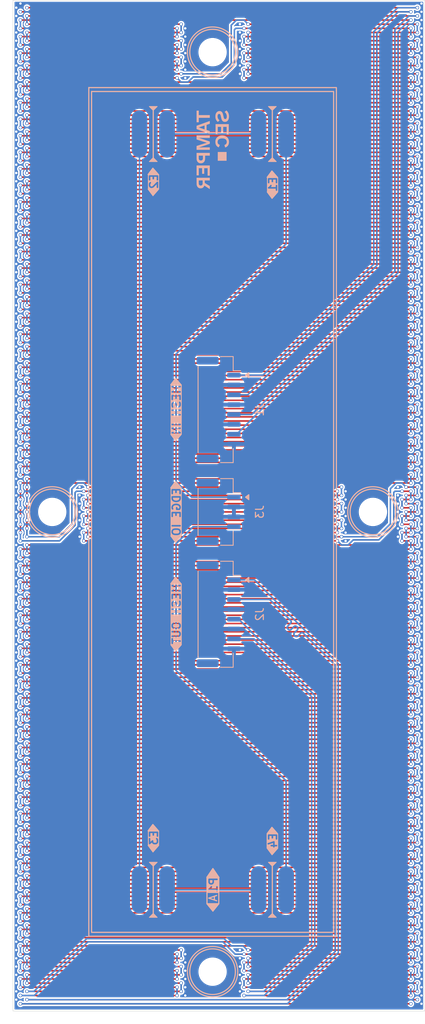
<source format=kicad_pcb>
(kicad_pcb (version 20241229) (generator "pcbnew") (generator_version "9.0")
  (title_block (title "detpan1_A") (date "2025-07-21") (rev "A") (company "TamperSec") (comment 1 "Justin Newkirk"))
  (layers (0 "F.Cu" signal) (4 "In1.Cu" power) (6 "In2.Cu" power) (2 "B.Cu" signal) (5 "F.SilkS" user "F.Silkscreen") (7 "B.SilkS" user "B.Silkscreen") (1 "F.Mask" user) (3 "B.Mask" user) (25 "Edge.Cuts" user))
  (net 0 "")
  (net 1 "GND")
  (net 2 "/-SIG_1")
  (net 3 "/+SIG_1")
  (net 4 "/+SIG_2")
  (net 5 "/-SIG_2")
  (net 6 "/SIG_3_OUT")
  (net 7 "/SIG_3_IN")
  (net 8 "/SIG_3A")
  (net 9 "/SIG_3B")
  (net 10 "/SIG_3C")
  (footprint "MountingHole:MountingHole_3.2mm_M3" (layer "F.Cu") (at 155.4 153.4)
    (property "Reference" "H3" (hide yes))
    (property "Value" "~")
  )
  (footprint "MountingHole:MountingHole_3.2mm_M3" (layer "F.Cu") (at 175.8 95)
    (property "Reference" "H2" (hide yes))
    (property "Value" "~")
  )
  (footprint "MountingHole:MountingHole_3.2mm_M3" (layer "F.Cu") (at 155.4 36.6)
    (property "Reference" "H1" (hide yes))
    (property "Value" "~")
  )
  (footprint "MountingHole:MountingHole_3.2mm_M3" (layer "F.Cu") (at 135 95)
    (property "Reference" "H4" (hide yes))
    (property "Value" "~")
  )
  (footprint "Library:EDGE_CONN_IO" (layer "B.Cu") (at 163 143)
    (property "Reference" "J7" (hide yes))
    (property "Value" "EDGE_4")
  )
  (footprint "Connector_JST:JST_GH_BM04B-GHS-TBT_1x04-1MP_P1.25mm_Vertical" (layer "B.Cu") (at 156.161625 95 -90)
    (property "Reference" "J3")
    (property "Value" "SIGNAL_1_CONN")
  )
  (footprint "Library:EDGE_CONN_IO" (layer "B.Cu") (at 147.85 47 180)
    (property "Reference" "J5" (hide yes))
    (property "Value" "EDGE_2")
  )
  (footprint "Library:EDGE_CONN_IO" (layer "B.Cu") (at 163 47 180)
    (property "Reference" "J4" (hide yes))
    (property "Value" "EDGE_1")
  )
  (footprint "LOGO" (layer "B.Cu") (at 155.425299 49 -90)
    (property "Reference" "G***" (hide yes))
    (property "Value" "LOGO" (hide yes))
  )
  (footprint "Connector_JST:JST_GH_BM08B-GHS-TBT_1x08-1MP_P1.25mm_Vertical" (layer "B.Cu") (at 156.161625 82 -90)
    (property "Reference" "J1")
    (property "Value" "SIGNAL_1_CONN")
  )
  (footprint "Connector_JST:JST_GH_BM08B-GHS-TBT_1x08-1MP_P1.25mm_Vertical" (layer "B.Cu") (at 156.161625 108 -90)
    (property "Reference" "J2")
    (property "Value" "SIGNAL_2_CONN")
  )
  (footprint "Library:EDGE_CONN_IO" (layer "B.Cu") (at 147.85 143)
    (property "Reference" "J6" (hide yes))
    (property "Value" "EDGE_3")
  )
  (gr_rect (start 154.6875 141.4) (end 156.1875 144.775) (stroke (width 0.153)) (fill no) (layer "B.SilkS"))
  (gr_poly (pts (xy 150.1 111.875) (xy 151.4 111.875) (xy 150.7 112.675)) (stroke (width 0.153)) (fill yes) (layer "B.SilkS"))
  (gr_circle (center 175.8 95) (end 172.6 95) (stroke (width 0.153)) (fill no) (layer "B.SilkS"))
  (gr_circle (center 155.4 153.4) (end 152.5 153.4) (stroke (width 0.153)) (fill no) (layer "B.SilkS"))
  (gr_poly (pts (xy 147.2 135.506761) (xy 148.5 135.506761) (xy 147.8 134.706761)) (stroke (width 0.153)) (fill yes) (layer "B.SilkS"))
  (gr_poly (pts (xy 162.366779 54.357334) (xy 163.666779 54.357334) (xy 162.966779 55.157334)) (stroke (width 0.153)) (fill yes) (layer "B.SilkS"))
  (gr_poly (pts (xy 160 92.825) (xy 160 93.425) (xy 159.6 93.125)) (stroke (width 0.153)) (fill yes) (layer "B.SilkS"))
  (gr_poly (pts (xy 147.2 52.142666) (xy 148.5 52.142666) (xy 147.8 51.342666)) (stroke (width 0.153)) (fill yes) (layer "B.SilkS"))
  (gr_poly (pts (xy 150.083221 104.125) (xy 151.383221 104.125) (xy 150.683221 103.325)) (stroke (width 0.153)) (fill yes) (layer "B.SilkS"))
  (gr_circle (center 175.8 95) (end 172.9 95) (stroke (width 0.153)) (fill no) (layer "B.SilkS"))
  (gr_rect (start 140 41.6) (end 170.8 148.4) (stroke (width 0.153)) (fill no) (layer "B.SilkS"))
  (gr_poly (pts (xy 147.216779 137.364095) (xy 148.516779 137.364095) (xy 147.816779 138.164095)) (stroke (width 0.153)) (fill yes) (layer "B.SilkS"))
  (gr_poly (pts (xy 150.083221 78.85) (xy 151.383221 78.85) (xy 150.683221 78.05)) (stroke (width 0.153)) (fill yes) (layer "B.SilkS"))
  (gr_rect (start 139.65 41.1) (end 171.15 148.9) (stroke (width 0.153)) (fill no) (layer "B.SilkS"))
  (gr_poly (pts (xy 150.1 85.15) (xy 151.4 85.15) (xy 150.7 85.95)) (stroke (width 0.153)) (fill yes) (layer "B.SilkS"))
  (gr_poly (pts (xy 150.1 98.05) (xy 151.4 98.05) (xy 150.7 98.85)) (stroke (width 0.153)) (fill yes) (layer "B.SilkS"))
  (gr_poly (pts (xy 162.35 52.5) (xy 163.65 52.5) (xy 162.95 51.7)) (stroke (width 0.153)) (fill yes) (layer "B.SilkS"))
  (gr_circle (center 155.4 36.6) (end 152.5 36.6) (stroke (width 0.153)) (fill no) (layer "B.SilkS"))
  (gr_circle (center 155.4 36.6) (end 152.2 36.6) (stroke (width 0.153)) (fill no) (layer "B.SilkS"))
  (gr_poly (pts (xy 147.216779 54) (xy 148.516779 54) (xy 147.816779 54.8)) (stroke (width 0.153)) (fill yes) (layer "B.SilkS"))
  (gr_poly (pts (xy 156.1875 141.4) (xy 154.6875 141.4) (xy 155.439 140.3)) (stroke (width 0.153)) (fill yes) (layer "B.SilkS"))
  (gr_poly (pts (xy 162.366779 137.721429) (xy 163.666779 137.721429) (xy 162.966779 138.521429)) (stroke (width 0.153)) (fill yes) (layer "B.SilkS"))
  (gr_circle (center 155.4 153.4) (end 152.2 153.4) (stroke (width 0.153)) (fill no) (layer "B.SilkS"))
  (gr_circle (center 135 95) (end 132.1 95) (stroke (width 0.153)) (fill no) (layer "B.SilkS"))
  (gr_poly (pts (xy 150.083221 91.95) (xy 151.383221 91.95) (xy 150.683221 91.15)) (stroke (width 0.153)) (fill yes) (layer "B.SilkS"))
  (gr_poly (pts (xy 160 103.325) (xy 160 103.925) (xy 159.6 103.625)) (stroke (width 0.153)) (fill yes) (layer "B.SilkS"))
  (gr_poly (pts (xy 160 77.325) (xy 160 77.925) (xy 159.6 77.625)) (stroke (width 0.153)) (fill yes) (layer "B.SilkS"))
  (gr_circle (center 135 95) (end 131.8 95) (stroke (width 0.153)) (fill no) (layer "B.SilkS"))
  (gr_poly (pts (xy 154.6875 144.775) (xy 156.1875 144.775) (xy 155.439 145.7)) (stroke (width 0.153)) (fill yes) (layer "B.SilkS"))
  (gr_poly (pts (xy 162.35 135.864095) (xy 163.65 135.864095) (xy 162.95 135.064095)) (stroke (width 0.153)) (fill yes) (layer "B.SilkS"))
  (gr_rect (start 130 30) (end 182.4 158.4) (stroke (width 0.05)) (fill no) (layer "Edge.Cuts"))
  (gr_text "E4" (at 163.664 135.685524 90) (layer "B.SilkS" knockout) (effects (font (size 1 1) (thickness 0.2) (bold yes)) (justify left bottom mirror)))
  (gr_text "MESH IN" (at 151.397221 78.714095 90) (layer "B.SilkS" knockout) (effects (font (size 1 1) (thickness 0.2) (bold yes)) (justify left bottom mirror)))
  (gr_text "P1" (at 156.089 141.3 90) (layer "B.SilkS" knockout) (effects (font (size 1 1) (thickness 0.2) (bold yes)) (justify left bottom mirror)))
  (gr_text "E3" (at 148.514 135.32819 90) (layer "B.SilkS" knockout) (effects (font (size 1 1) (thickness 0.2) (bold yes)) (justify left bottom mirror)))
  (gr_text "MESH OUT" (at 151.397221 103.989095 90) (layer "B.SilkS" knockout) (effects (font (size 1 1) (thickness 0.2) (bold yes)) (justify left bottom mirror)))
  (gr_text "EDGE IO" (at 151.397221 91.814095 90) (layer "B.SilkS" knockout) (effects (font (size 1 1) (thickness 0.2) (bold yes)) (justify left bottom mirror)))
  (gr_text "E2" (at 148.514 51.964095 90) (layer "B.SilkS" knockout) (effects (font (size 1 1) (thickness 0.2) (bold yes)) (justify left bottom mirror)))
  (gr_text "A" (at 156.042985 143.525 90) (layer "B.SilkS") (effects (font (size 1 1) (thickness 0.153)) (justify left bottom mirror)))
  (gr_text "E1" (at 163.664 52.321429 90) (layer "B.SilkS" knockout) (effects (font (size 1 1) (thickness 0.2) (bold yes)) (justify left bottom mirror)))
  (via (at 130.425 150.649) (size 0.45) (drill 0.3) (layers "F.Cu" "B.Cu") (net 1))
  (via (at 130.425 155.899) (size 0.45) (drill 0.3) (layers "F.Cu" "B.Cu") (net 1))
  (via (at 181.975 125.975) (size 0.45) (drill 0.3) (layers "F.Cu" "B.Cu") (net 1))
  (via (at 181.975 142.775) (size 0.45) (drill 0.3) (layers "F.Cu" "B.Cu") (net 1))
  (via (at 130.425 43.549) (size 0.45) (drill 0.3) (layers "F.Cu" "B.Cu") (net 1))
  (via (at 151.925 152.225) (size 0.45) (drill 0.3) (layers "F.Cu" "B.Cu") (net 1))
  (via (at 181.975 41.975) (size 0.45) (drill 0.3) (layers "F.Cu" "B.Cu") (net 1))
  (via (at 181.975 91.325) (size 0.45) (drill 0.3) (layers "F.Cu" "B.Cu") (net 1))
  (via (at 181.975 49.325) (size 0.45) (drill 0.3) (layers "F.Cu" "B.Cu") (net 1))
  (via (at 181.975 132.275) (size 0.45) (drill 0.3) (layers "F.Cu" "B.Cu") (net 1))
  (via (at 181.975 98.675) (size 0.45) (drill 0.3) (layers "F.Cu" "B.Cu") (net 1))
  (via (at 181.975 59.825) (size 0.45) (drill 0.3) (layers "F.Cu" "B.Cu") (net 1))
  (via (at 130.425 132.799) (size 0.45) (drill 0.3) (layers "F.Cu" "B.Cu") (net 1))
  (via (at 130.425 113.899) (size 0.45) (drill 0.3) (layers "F.Cu" "B.Cu") (net 1))
  (via (at 130.425 103.399) (size 0.45) (drill 0.3) (layers "F.Cu" "B.Cu") (net 1))
  (via (at 181.975 46.175) (size 0.45) (drill 0.3) (layers "F.Cu" "B.Cu") (net 1))
  (via (at 130.425 139.099) (size 0.45) (drill 0.3) (layers "F.Cu" "B.Cu") (net 1))
  (via (at 130.425 126.499) (size 0.45) (drill 0.3) (layers "F.Cu" "B.Cu") (net 1))
  (via (at 130.425 125.449) (size 0.45) (drill 0.3) (layers "F.Cu" "B.Cu") (net 1))
  (via (at 130.425 128.599) (size 0.45) (drill 0.3) (layers "F.Cu" "B.Cu") (net 1))
  (via (at 130.425 120.199) (size 0.45) (drill 0.3) (layers "F.Cu" "B.Cu") (net 1))
  (via (at 130.425 135.949) (size 0.45) (drill 0.3) (layers "F.Cu" "B.Cu") (net 1))
  (via (at 181.975 52.475) (size 0.45) (drill 0.3) (layers "F.Cu" "B.Cu") (net 1))
  (via (at 130.425 109.699) (size 0.45) (drill 0.3) (layers "F.Cu" "B.Cu") (net 1))
  (via (at 181.975 48.275) (size 0.45) (drill 0.3) (layers "F.Cu" "B.Cu") (net 1))
  (via (at 130.425 89.749) (size 0.45) (drill 0.3) (layers "F.Cu" "B.Cu") (net 1))
  (via (at 181.975 92.375) (size 0.45) (drill 0.3) (layers "F.Cu" "B.Cu") (net 1))
  (via (at 130.425 37.249) (size 0.45) (drill 0.3) (layers "F.Cu" "B.Cu") (net 1))
  (via (at 181.975 131.225) (size 0.45) (drill 0.3) (layers "F.Cu" "B.Cu") (net 1))
  (via (at 158.875 33.05) (size 0.45) (drill 0.3) (layers "F.Cu" "B.Cu") (net 1))
  (via (at 181.975 58.775) (size 0.45) (drill 0.3) (layers "F.Cu" "B.Cu") (net 1))
  (via (at 181.975 67.175) (size 0.45) (drill 0.3) (layers "F.Cu" "B.Cu") (net 1))
  (via (at 181.975 115.475) (size 0.45) (drill 0.3) (layers "F.Cu" "B.Cu") (net 1))
  (via (at 130.425 35.149) (size 0.45) (drill 0.3) (layers "F.Cu" "B.Cu") (net 1))
  (via (at 181.975 99.725) (size 0.45) (drill 0.3) (layers "F.Cu" "B.Cu") (net 1))
  (via (at 181.975 136.475) (size 0.45) (drill 0.3) (layers "F.Cu" "B.Cu") (net 1))
  (via (at 172.325 96.575) (size 0.45) (drill 0.3) (layers "F.Cu" "B.Cu") (net 1))
  (via (at 130.425 73.999) (size 0.45) (drill 0.3) (layers "F.Cu" "B.Cu") (net 1))
  (via (at 181.975 51.425) (size 0.45) (drill 0.3) (layers "F.Cu" "B.Cu") (net 1))
  (via (at 172.325 93.425) (size 0.45) (drill 0.3) (layers "F.Cu" "B.Cu") (net 1))
  (via (at 130.425 44.599) (size 0.45) (drill 0.3) (layers "F.Cu" "B.Cu") (net 1))
  (via (at 130.425 115.999) (size 0.45) (drill 0.3) (layers "F.Cu" "B.Cu") (net 1))
  (via (at 181.975 89.225) (size 0.45) (drill 0.3) (layers "F.Cu" "B.Cu") (net 1))
  (via (at 151.925 155.375) (size 0.45) (drill 0.3) (layers "F.Cu" "B.Cu") (net 1))
  (via (at 181.975 111.275) (size 0.45) (drill 0.3) (layers "F.Cu" "B.Cu") (net 1))
  (via (at 172.325 97.625) (size 0.45) (drill 0.3) (layers "F.Cu" "B.Cu") (net 1))
  (via (at 181.975 43.025) (size 0.45) (drill 0.3) (layers "F.Cu" "B.Cu") (net 1))
  (via (at 130.425 48.799) (size 0.45) (drill 0.3) (layers "F.Cu" "B.Cu") (net 1))
  (via (at 130.425 67.699) (size 0.45) (drill 0.3) (layers "F.Cu" "B.Cu") (net 1))
  (via (at 130.425 107.599) (size 0.45) (drill 0.3) (layers "F.Cu" "B.Cu") (net 1))
  (via (at 130.425 78.199) (size 0.45) (drill 0.3) (layers "F.Cu" "B.Cu") (net 1))
  (via (at 130.425 100.249) (size 0.45) (drill 0.3) (layers "F.Cu" "B.Cu") (net 1))
  (via (at 130.425 62.449) (size 0.45) (drill 0.3) (layers "F.Cu" "B.Cu") (net 1))
  (via (at 138.475 97.099) (size 0.45) (drill 0.3) (layers "F.Cu" "B.Cu") (net 1))
  (via (at 181.975 55.625) (size 0.45) (drill 0.3) (layers "F.Cu" "B.Cu") (net 1))
  (via (at 181.975 122.825) (size 0.45) (drill 0.3) (layers "F.Cu" "B.Cu") (net 1))
  (via (at 130.425 56.149) (size 0.45) (drill 0.3) (layers "F.Cu" "B.Cu") (net 1))
  (via (at 130.425 129.649) (size 0.45) (drill 0.3) (layers "F.Cu" "B.Cu") (net 1))
  (via (at 181.975 47.225) (size 0.45) (drill 0.3) (layers "F.Cu" "B.Cu") (net 1))
  (via (at 181.975 149.075) (size 0.45) (drill 0.3) (layers "F.Cu" "B.Cu") (net 1))
  (via (at 181.975 75.575) (size 0.45) (drill 0.3) (layers "F.Cu" "B.Cu") (net 1))
  (via (at 181.975 36.725) (size 0.45) (drill 0.3) (layers "F.Cu" "B.Cu") (net 1))
  (via (at 130.425 149.599) (size 0.45) (drill 0.3) (layers "F.Cu" "B.Cu") (net 1))
  (via (at 130.425 90.799) (size 0.45) (drill 0.3) (layers "F.Cu" "B.Cu") (net 1))
  (via (at 151.925 151.175) (size 0.45) (drill 0.3) (layers "F.Cu" "B.Cu") (net 1))
  (via (at 151.925 154.325) (size 0.45) (drill 0.3) (layers "F.Cu" "B.Cu") (net 1))
  (via (at 181.975 69.275) (size 0.45) (drill 0.3) (layers "F.Cu" "B.Cu") (net 1))
  (via (at 130.425 114.949) (size 0.45) (drill 0.3) (layers "F.Cu" "B.Cu") (net 1))
  (via (at 181.975 112.325) (size 0.45) (drill 0.3) (layers "F.Cu" "B.Cu") (net 1))
  (via (at 130.425 79.249) (size 0.45) (drill 0.3) (layers "F.Cu" "B.Cu") (net 1))
  (via (at 130.425 59.299) (size 0.45) (drill 0.3) (layers "F.Cu" "B.Cu") (net 1))
  (via (at 172.325 95.525) (size 0.45) (drill 0.3) (layers "F.Cu" "B.Cu") (net 1))
  (via (at 130.425 55.099) (size 0.45) (drill 0.3) (layers "F.Cu" "B.Cu") (net 1))
  (via (at 178.974 93.949) (size 0.45) (drill 0.3) (layers "F.Cu" "B.Cu") (net 1))
  (via (at 130.425 63.499) (size 0.45) (drill 0.3) (layers "F.Cu" "B.Cu") (net 1))
  (via (at 178.974 97.099) (size 0.45) (drill 0.3) (layers "F.Cu" "B.Cu") (net 1))
  (via (at 151.925 37.775) (size 0.45) (drill 0.3) (layers "F.Cu" "B.Cu") (net 1))
  (via (at 181.975 138.575) (size 0.45) (drill 0.3) (layers "F.Cu" "B.Cu") (net 1))
  (via (at 130.425 51.949) (size 0.45) (drill 0.3) (layers "F.Cu" "B.Cu") (net 1))
  (via (at 130.425 141.199) (size 0.45) (drill 0.3) (layers "F.Cu" "B.Cu") (net 1))
  (via (at 181.975 103.925) (size 0.45) (drill 0.3) (layers "F.Cu" "B.Cu") (net 1))
  (via (at 181.975 85.025) (size 0.45) (drill 0.3) (layers "F.Cu" "B.Cu") (net 1))
  (via (at 130.425 102.349) (size 0.45) (drill 0.3) (layers "F.Cu" "B.Cu") (net 1))
  (via (at 181.975 97.625) (size 0.45) (drill 0.3) (layers "F.Cu" "B.Cu") (net 1))
  (via (at 181.975 129.125) (size 0.45) (drill 0.3) (layers "F.Cu" "B.Cu") (net 1))
  (via (at 181.975 40.925) (size 0.45) (drill 0.3) (layers "F.Cu" "B.Cu") (net 1))
  (via (at 181.975 127.025) (size 0.45) (drill 0.3) (layers "F.Cu" "B.Cu") (net 1))
  (via (at 181.975 73.475) (size 0.45) (drill 0.3) (layers "F.Cu" "B.Cu") (net 1))
  (via (at 130.425 80.299) (size 0.45) (drill 0.3) (layers "F.Cu" "B.Cu") (net 1))
  (via (at 130.425 52.999) (size 0.45) (drill 0.3) (layers "F.Cu" "B.Cu") (net 1))
  (via (at 130.425 104.449) (size 0.45) (drill 0.3) (layers "F.Cu" "B.Cu") (net 1))
  (via (at 181.975 88.175) (size 0.45) (drill 0.3) (layers "F.Cu" "B.Cu") (net 1))
  (via (at 181.975 80.825) (size 0.45) (drill 0.3) (layers "F.Cu" "B.Cu") (net 1))
  (via (at 130.425 69.799) (size 0.45) (drill 0.3) (layers "F.Cu" "B.Cu") (net 1))
  (via (at 181.975 83.975) (size 0.45) (drill 0.3) (layers "F.Cu" "B.Cu") (net 1))
  (via (at 172.325 92.375) (size 0.45) (drill 0.3) (layers "F.Cu" "B.Cu") (net 1))
  (via (at 130.425 68.749) (size 0.45) (drill 0.3) (layers "F.Cu" "B.Cu") (net 1))
  (via (at 130.425 101.299) (size 0.45) (drill 0.3) (layers "F.Cu" "B.Cu") (net 1))
  (via (at 178.974 91.849) (size 0.45) (drill 0.3) (layers "F.Cu" "B.Cu") (net 1))
  (via (at 181.975 72.425) (size 0.45) (drill 0.3) (layers "F.Cu" "B.Cu") (net 1))
  (via (at 181.975 150.125) (size 0.45) (drill 0.3) (layers "F.Cu" "B.Cu") (net 1))
  (via (at 181.975 148.025) (size 0.45) (drill 0.3) (layers "F.Cu" "B.Cu") (net 1))
  (via (at 130.425 145.399) (size 0.45) (drill 0.3) (layers "F.Cu" "B.Cu") (net 1))
  (via (at 158.875 34.1) (size 0.45) (drill 0.3) (layers "F.Cu" "B.Cu") (net 1))
  (via (at 130.425 75.049) (size 0.45) (drill 0.3) (layers "F.Cu" "B.Cu") (net 1))
  (via (at 130.425 131.749) (size 0.45) (drill 0.3) (layers "F.Cu" "B.Cu") (net 1))
  (via (at 181.975 156.425) (size 0.45) (drill 0.3) (layers "F.Cu" "B.Cu") (net 1))
  (via (at 178.974 94.999) (size 0.45) (drill 0.3) (layers "F.Cu" "B.Cu") (net 1))
  (via (at 130.425 124.399) (size 0.45) (drill 0.3) (layers "F.Cu" "B.Cu") (net 1))
  (via (at 181.975 141.725) (size 0.45) (drill 0.3) (layers "F.Cu" "B.Cu") (net 1))
  (via (at 181.975 74.525) (size 0.45) (drill 0.3) (layers "F.Cu" "B.Cu") (net 1))
  (via (at 158.874 154.849) (size 0.45) (drill 0.3) (layers "F.Cu" "B.Cu") (net 1))
  (via (at 181.975 113.375) (size 0.45) (drill 0.3) (layers "F.Cu" "B.Cu") (net 1))
  (via (at 172.325 94.475) (size 0.45) (drill 0.3) (layers "F.Cu" "B.Cu") (net 1))
  (via (at 181.975 66.125) (size 0.45) (drill 0.3) (layers "F.Cu" "B.Cu") (net 1))
  (via (at 181.975 39.875) (size 0.45) (drill 0.3) (layers "F.Cu" "B.Cu") (net 1))
  (via (at 181.975 64.025) (size 0.45) (drill 0.3) (layers "F.Cu" "B.Cu") (net 1))
  (via (at 181.975 60.875) (size 0.45) (drill 0.3) (layers "F.Cu" "B.Cu") (net 1))
  (via (at 130.425 106.549) (size 0.45) (drill 0.3) (layers "F.Cu" "B.Cu") (net 1))
  (via (at 181.975 33.575) (size 0.45) (drill 0.3) (layers "F.Cu" "B.Cu") (net 1))
  (via (at 158.875 35.15) (size 0.45) (drill 0.3) (layers "F.Cu" "B.Cu") (net 1))
  (via (at 181.975 81.875) (size 0.45) (drill 0.3) (layers "F.Cu" "B.Cu") (net 1))
  (via (at 158.875 36.2) (size 0.45) (drill 0.3) (layers "F.Cu" "B.Cu") (net 1))
  (via (at 130.425 99.199) (size 0.45) (drill 0.3) (layers "F.Cu" "B.Cu") (net 1))
  (via (at 181.975 50.375) (size 0.45) (drill 0.3) (layers "F.Cu" "B.Cu") (net 1))
  (via (at 130.425 45.649) (size 0.45) (drill 0.3) (layers "F.Cu" "B.Cu") (net 1))
  (via (at 181.975 121.775) (size 0.45) (drill 0.3) (layers "F.Cu" "B.Cu") (net 1))
  (via (at 130.425 108.649) (size 0.45) (drill 0.3) (layers "F.Cu" "B.Cu") (net 1))
  (via (at 130.425 66.649) (size 0.45) (drill 0.3) (layers "F.Cu" "B.Cu") (net 1))
  (via (at 181.975 100.775) (size 0.45) (drill 0.3) (layers "F.Cu" "B.Cu") (net 1))
  (via (at 181.975 106.025) (size 0.45) (drill 0.3) (layers "F.Cu" "B.Cu") (net 1))
  (via (at 181.975 140.675) (size 0.45) (drill 0.3) (layers "F.Cu" "B.Cu") (net 1))
  (via (at 181.975 153.275) (size 0.45) (drill 0.3) (layers "F.Cu" "B.Cu") (net 1))
  (via (at 130.425 105.499) (size 0.45) (drill 0.3) (layers "F.Cu" "B.Cu") (net 1))
  (via (at 130.95 30.424) (size 0.45) (drill 0.3) (layers "F.Cu" "B.Cu") (net 1))
  (via (at 130.425 36.199) (size 0.45) (drill 0.3) (layers "F.Cu" "B.Cu") (net 1))
  (via (at 130.425 136.999) (size 0.45) (drill 0.3) (layers "F.Cu" "B.Cu") (net 1))
  (via (at 130.425 96.049) (size 0.45) (drill 0.3) (layers "F.Cu" "B.Cu") (net 1))
  (via (at 130.425 87.649) (size 0.45) (drill 0.3) (layers "F.Cu" "B.Cu") (net 1))
  (via (at 130.425 97.099) (size 0.45) (drill 0.3) (layers "F.Cu" "B.Cu") (net 1))
  (via (at 130.425 142.249) (size 0.45) (drill 0.3) (layers "F.Cu" "B.Cu") (net 1))
  (via (at 130.425 119.149) (size 0.45) (drill 0.3) (layers "F.Cu" "B.Cu") (net 1))
  (via (at 130.425 34.099) (size 0.45) (drill 0.3) (layers "F.Cu" "B.Cu") (net 1))
  (via (at 130.425 72.949) (size 0.45) (drill 0.3) (layers "F.Cu" "B.Cu") (net 1))
  (via (at 181.975 128.075) (size 0.45) (drill 0.3) (layers "F.Cu" "B.Cu") (net 1))
  (via (at 181.975 78.725) (size 0.45) (drill 0.3) (layers "F.Cu" "B.Cu") (net 1))
  (via (at 138.475 92.899) (size 0.45) (drill 0.3) (layers "F.Cu" "B.Cu") (net 1))
  (via (at 130.425 46.699) (size 0.45) (drill 0.3) (layers "F.Cu" "B.Cu") (net 1))
  (via (at 181.975 86.075) (size 0.45) (drill 0.3) (layers "F.Cu" "B.Cu") (net 1))
  (via (at 130.425 60.349) (size 0.45) (drill 0.3) (layers "F.Cu" "B.Cu") (net 1))
  (via (at 151.925 39.875) (size 0.45) (drill 0.3) (layers "F.Cu" "B.Cu") (net 1))
  (via (at 181.975 134.375) (size 0.45) (drill 0.3) (layers "F.Cu" "B.Cu") (net 1))
  (via (at 181.975 152.225) (size 0.45) (drill 0.3) (layers "F.Cu" "B.Cu") (net 1))
  (via (at 181.975 133.325) (size 0.45) (drill 0.3) (layers "F.Cu" "B.Cu") (net 1))
  (via (at 181.975 139.625) (size 0.45) (drill 0.3) (layers "F.Cu" "B.Cu") (net 1))
  (via (at 130.425 39.349) (size 0.45) (drill 0.3) (layers "F.Cu" "B.Cu") (net 1))
  (via (at 130.425 127.549) (size 0.45) (drill 0.3) (layers "F.Cu" "B.Cu") (net 1))
  (via (at 181.975 94.475) (size 0.45) (drill 0.3) (layers "F.Cu" "B.Cu") (net 1))
  (via (at 130.425 144.349) (size 0.45) (drill 0.3) (layers "F.Cu" "B.Cu") (net 1))
  (via (at 158.875 37.25) (size 0.45) (drill 0.3) (layers "F.Cu" "B.Cu") (net 1))
  (via (at 130.425 94.999) (size 0.45) (drill 0.3) (layers "F.Cu" "B.Cu") (net 1))
  (via (at 172.325 98.675) (size 0.45) (drill 0.3) (layers "F.Cu" "B.Cu") (net 1))
  (via (at 181.975 38.825) (size 0.45) (drill 0.3) (layers "F.Cu" "B.Cu") (net 1))
  (via (at 181.975 77.675) (size 0.45) (drill 0.3) (layers "F.Cu" "B.Cu") (net 1))
  (via (at 130.425 154.849) (size 0.45) (drill 0.3) (layers "F.Cu" "B.Cu") (net 1))
  (via (at 130.425 133.849) (size 0.45) (drill 0.3) (layers "F.Cu" "B.Cu") (net 1))
  (via (at 158.874 150.649) (size 0.45) (drill 0.3) (layers "F.Cu" "B.Cu") (net 1))
  (via (at 130.425 146.449) (size 0.45) (drill 0.3) (layers "F.Cu" "B.Cu") (net 1))
  (via (at 178.974 96.049) (size 0.45) (drill 0.3) (layers "F.Cu" "B.Cu") (net 1))
  (via (at 181.975 116.525) (size 0.45) (drill 0.3) (layers "F.Cu" "B.Cu") (net 1))
  (via (at 181.975 96.575) (size 0.45) (drill 0.3) (layers "F.Cu" "B.Cu") (net 1))
  (via (at 130.425 65.599) (size 0.45) (drill 0.3) (layers "F.Cu" "B.Cu") (net 1))
  (via (at 130.425 122.299) (size 0.45) (drill 0.3) (layers "F.Cu" "B.Cu") (net 1))
  (via (at 181.975 123.875) (size 0.45) (drill 0.3) (layers "F.Cu" "B.Cu") (net 1))
  (via (at 130.425 143.299) (size 0.45) (drill 0.3) (layers "F.Cu" "B.Cu") (net 1))
  (via (at 181.975 135.425) (size 0.45) (drill 0.3) (layers "F.Cu" "B.Cu") (net 1))
  (via (at 181.975 68.225) (size 0.45) (drill 0.3) (layers "F.Cu" "B.Cu") (net 1))
  (via (at 181.975 117.575) (size 0.45) (drill 0.3) (layers "F.Cu" "B.Cu") (net 1))
  (via (at 181.975 31.475) (size 0.45) (drill 0.3) (layers "F.Cu" "B.Cu") (net 1))
  (via (at 181.975 146.975) (size 0.45) (drill 0.3) (layers "F.Cu" "B.Cu") (net 1))
  (via (at 130.425 92.899) (size 0.45) (drill 0.3) (layers "F.Cu" "B.Cu") (net 1))
  (via (at 130.425 130.699) (size 0.45) (drill 0.3) (layers "F.Cu" "B.Cu") (net 1))
  (via (at 181.975 155.375) (size 0.45) (drill 0.3) (layers "F.Cu" "B.Cu") (net 1))
  (via (at 130.425 81.349) (size 0.45) (drill 0.3) (layers "F.Cu" "B.Cu") (net 1))
  (via (at 138.475 96.049) (size 0.45) (drill 0.3) (layers "F.Cu" "B.Cu") (net 1))
  (via (at 181.975 124.925) (size 0.45) (drill 0.3) (layers "F.Cu" "B.Cu") (net 1))
  (via (at 181.975 90.275) (size 0.45) (drill 0.3) (layers "F.Cu" "B.Cu") (net 1))
  (via (at 138.475 93.949) (size 0.45) (drill 0.3) (layers "F.Cu" "B.Cu") (net 1))
  (via (at 151.925 33.575) (size 0.45) (drill 0.3) (layers "F.Cu" "B.Cu") (net 1))
  (via (at 130.425 61.399) (size 0.45) (drill 0.3) (layers "F.Cu" "B.Cu") (net 1))
  (via (at 130.425 71.899) (size 0.45) (drill 0.3) (layers "F.Cu" "B.Cu") (net 1))
  (via (at 181.975 32.525) (size 0.45) (drill 0.3) (layers "F.Cu" "B.Cu") (net 1))
  (via (at 130.425 58.249) (size 0.45) (drill 0.3) (layers "F.Cu" "B.Cu") (net 1))
  (via (at 130.425 123.349) (size 0.45) (drill 0.3) (layers "F.Cu" "B.Cu") (net 1))
  (via (at 181.975 35.675) (size 0.45) (drill 0.3) (layers "F.Cu" "B.Cu") (net 1))
  (via (at 130.425 38.299) (size 0.45) (drill 0.3) (layers "F.Cu" "B.Cu") (net 1))
  (via (at 130.425 134.899) (size 0.45) (drill 0.3) (layers "F.Cu" "B.Cu") (net 1))
  (via (at 130.425 40.399) (size 0.45) (drill 0.3) (layers "F.Cu" "B.Cu") (net 1))
  (via (at 181.975 107.075) (size 0.45) (drill 0.3) (layers "F.Cu" "B.Cu") (net 1))
  (via (at 130.425 98.149) (size 0.45) (drill 0.3) (layers "F.Cu" "B.Cu") (net 1))
  (via (at 181.975 87.125) (size 0.45) (drill 0.3) (layers "F.Cu" "B.Cu") (net 1))
  (via (at 130.425 54.049) (size 0.45) (drill 0.3) (layers "F.Cu" "B.Cu") (net 1))
  (via (at 130.425 147.499) (size 0.45) (drill 0.3) (layers "F.Cu" "B.Cu") (net 1))
  (via (at 130.425 88.699) (size 0.45) (drill 0.3) (layers "F.Cu" "B.Cu") (net 1))
  (via (at 181.975 130.175) (size 0.45) (drill 0.3) (layers "F.Cu" "B.Cu") (net 1))
  (via (at 181.975 102.875) (size 0.45) (drill 0.3) (layers "F.Cu" "B.Cu") (net 1))
  (via (at 130.425 152.749) (size 0.45) (drill 0.3) (layers "F.Cu" "B.Cu") (net 1))
  (via (at 130.425 47.749) (size 0.45) (drill 0.3) (layers "F.Cu" "B.Cu") (net 1))
  (via (at 181.975 54.575) (size 0.45) (drill 0.3) (layers "F.Cu" "B.Cu") (net 1))
  (via (at 181.975 144.875) (size 0.45) (drill 0.3) (layers "F.Cu" "B.Cu") (net 1))
  (via (at 181.975 119.675) (size 0.45) (drill 0.3) (layers "F.Cu" "B.Cu") (net 1))
  (via (at 158.874 155.899) (size 0.45) (drill 0.3) (layers "F.Cu" "B.Cu") (net 1))
  (via (at 130.425 112.849) (size 0.45) (drill 0.3) (layers "F.Cu" "B.Cu") (net 1))
  (via (at 181.975 108.125) (size 0.45) (drill 0.3) (layers "F.Cu" "B.Cu") (net 1))
  (via (at 181.975 114.425) (size 0.45) (drill 0.3) (layers "F.Cu" "B.Cu") (net 1))
  (via (at 130.425 50.899) (size 0.45) (drill 0.3) (layers "F.Cu" "B.Cu") (net 1))
  (via (at 130.425 117.049) (size 0.45) (drill 0.3) (layers "F.Cu" "B.Cu") (net 1))
  (via (at 130.425 41.449) (size 0.45) (drill 0.3) (layers "F.Cu" "B.Cu") (net 1))
  (via (at 130.425 118.099) (size 0.45) (drill 0.3) (layers "F.Cu" "B.Cu") (net 1))
  (via (at 130.425 82.399) (size 0.45) (drill 0.3) (layers "F.Cu" "B.Cu") (net 1))
  (via (at 181.975 82.925) (size 0.45) (drill 0.3) (layers "F.Cu" "B.Cu") (net 1))
  (via (at 158.875 38.3) (size 0.45) (drill 0.3) (layers "F.Cu" "B.Cu") (net 1))
  (via (at 181.975 151.175) (size 0.45) (drill 0.3) (layers "F.Cu" "B.Cu") (net 1))
  (via (at 130.425 49.849) (size 0.45) (drill 0.3) (layers "F.Cu" "B.Cu") (net 1))
  (via (at 181.975 34.625) (size 0.45) (drill 0.3) (layers "F.Cu" "B.Cu") (net 1))
  (via (at 130.425 83.449) (size 0.45) (drill 0.3) (layers "F.Cu" "B.Cu") (net 1))
  (via (at 151.925 36.725) (size 0.45) (drill 0.3) (layers "F.Cu" "B.Cu") (net 1))
  (via (at 181.975 65.075) (size 0.45) (drill 0.3) (layers "F.Cu" "B.Cu") (net 1))
  (via (at 130.425 84.499) (size 0.45) (drill 0.3) (layers "F.Cu" "B.Cu") (net 1))
  (via (at 158.874 153.799) (size 0.45) (drill 0.3) (layers "F.Cu" "B.Cu") (net 1))
  (via (at 181.975 110.225) (size 0.45) (drill 0.3) (layers "F.Cu" "B.Cu") (net 1))
  (via (at 130.425 85.549) (size 0.45) (drill 0.3) (layers "F.Cu" "B.Cu") (net 1))
  (via (at 138.475 98.149) (size 0.45) (drill 0.3) (layers "F.Cu" "B.Cu") (net 1))
  (via (at 181.975 45.125) (size 0.45) (drill 0.3) (layers "F.Cu" "B.Cu") (net 1))
  (via (at 130.425 121.249) (size 0.45) (drill 0.3) (layers "F.Cu" "B.Cu") (net 1))
  (via (at 130.425 57.199) (size 0.45) (drill 0.3) (layers "F.Cu" "B.Cu") (net 1))
  (via (at 130.425 77.149) (size 0.45) (drill 0.3) (layers "F.Cu" "B.Cu") (net 1))
  (via (at 181.975 143.825) (size 0.45) (drill 0.3) (layers "F.Cu" "B.Cu") (net 1))
  (via (at 181.975 56.675) (size 0.45) (drill 0.3) (layers "F.Cu" "B.Cu") (net 1))
  (via (at 130.425 31.999) (size 0.45) (drill 0.3) (layers "F.Cu" "B.Cu") (net 1))
  (via (at 151.925 156.425) (size 0.45) (drill 0.3) (layers "F.Cu" "B.Cu") (net 1))
  (via (at 181.975 118.625) (size 0.45) (drill 0.3) (layers "F.Cu" "B.Cu") (net 1))
  (via (at 181.975 30.425) (size 0.45) (drill 0.3) (layers "F.Cu" "B.Cu") (net 1))
  (via (at 181.975 71.375) (size 0.45) (drill 0.3) (layers "F.Cu" "B.Cu") (net 1))
  (via (at 181.975 95.525) (size 0.45) (drill 0.3) (layers "F.Cu" "B.Cu") (net 1))
  (via (at 130.425 93.949) (size 0.45) (drill 0.3) (layers "F.Cu" "B.Cu") (net 1))
  (via (at 130.425 70.849) (size 0.45) (drill 0.3) (layers "F.Cu" "B.Cu") (net 1))
  (via (at 158.875 39.35) (size 0.45) (drill 0.3) (layers "F.Cu" "B.Cu") (net 1))
  (via (at 181.975 61.925) (size 0.45) (drill 0.3) (layers "F.Cu" "B.Cu") (net 1))
  (via (at 130.425 153.799) (size 0.45) (drill 0.3) (layers "F.Cu" "B.Cu") (net 1))
  (via (at 130.425 110.749) (size 0.45) (drill 0.3) (layers "F.Cu" "B.Cu") (net 1))
  (via (at 181.975 76.625) (size 0.45) (drill 0.3) (layers "F.Cu" "B.Cu") (net 1))
  (via (at 181.975 53.525) (size 0.45) (drill 0.3) (layers "F.Cu" "B.Cu") (net 1))
  (via (at 130.425 151.699) (size 0.45) (drill 0.3) (layers "F.Cu" "B.Cu") (net 1))
  (via (at 130.425 76.099) (size 0.45) (drill 0.3) (layers "F.Cu" "B.Cu") (net 1))
  (via (at 151.925 35.675) (size 0.45) (drill 0.3) (layers "F.Cu" "B.Cu") (net 1))
  (via (at 181.975 154.325) (size 0.45) (drill 0.3) (layers "F.Cu" "B.Cu") (net 1))
  (via (at 181.975 44.075) (size 0.45) (drill 0.3) (layers "F.Cu" "B.Cu") (net 1))
  (via (at 151.925 34.625) (size 0.45) (drill 0.3) (layers "F.Cu" "B.Cu") (net 1))
  (via (at 178.974 92.899) (size 0.45) (drill 0.3) (layers "F.Cu" "B.Cu") (net 1))
  (via (at 181.975 37.775) (size 0.45) (drill 0.3) (layers "F.Cu" "B.Cu") (net 1))
  (via (at 130.425 111.799) (size 0.45) (drill 0.3) (layers "F.Cu" "B.Cu") (net 1))
  (via (at 181.975 145.925) (size 0.45) (drill 0.3) (layers "F.Cu" "B.Cu") (net 1))
  (via (at 181.975 109.175) (size 0.45) (drill 0.3) (layers "F.Cu" "B.Cu") (net 1))
  (via (at 130.425 91.849) (size 0.45) (drill 0.3) (layers "F.Cu" "B.Cu") (net 1))
  (via (at 130.425 86.599) (size 0.45) (drill 0.3) (layers "F.Cu" "B.Cu") (net 1))
  (via (at 130.425 138.049) (size 0.45) (drill 0.3) (layers "F.Cu" "B.Cu") (net 1))
  (via (at 181.975 137.525) (size 0.45) (drill 0.3) (layers "F.Cu" "B.Cu") (net 1))
  (via (at 130.425 64.549) (size 0.45) (drill 0.3) (layers "F.Cu" "B.Cu") (net 1))
  (via (at 181.975 79.775) (size 0.45) (drill 0.3) (layers "F.Cu" "B.Cu") (net 1))
  (via (at 151.925 153.275) (size 0.45) (drill 0.3) (layers "F.Cu" "B.Cu") (net 1))
  (via (at 130.425 30.949) (size 0.45) (drill 0.3) (layers "F.Cu" "B.Cu") (net 1))
  (via (at 181.975 120.725) (size 0.45) (drill 0.3) (layers "F.Cu" "B.Cu") (net 1))
  (via (at 130.425 42.499) (size 0.45) (drill 0.3) (layers "F.Cu" "B.Cu") (net 1))
  (via (at 130.425 156.95) (size 0.45) (drill 0.3) (layers "F.Cu" "B.Cu") (net 1))
  (via (at 181.975 101.825) (size 0.45) (drill 0.3) (layers "F.Cu" "B.Cu") (net 1))
  (via (at 130.425 148.549) (size 0.45) (drill 0.3) (layers "F.Cu" "B.Cu") (net 1))
  (via (at 181.975 157.475) (size 0.45) (drill 0.3) (layers "F.Cu" "B.Cu") (net 1))
  (via (at 178.974 98.149) (size 0.45) (drill 0.3) (layers "F.Cu" "B.Cu") (net 1))
  (via (at 130.425 140.149) (size 0.45) (drill 0.3) (layers "F.Cu" "B.Cu") (net 1))
  (via (at 158.874 151.699) (size 0.45) (drill 0.3) (layers "F.Cu" "B.Cu") (net 1))
  (via (at 130.425 33.049) (size 0.45) (drill 0.3) (layers "F.Cu" "B.Cu") (net 1))
  (via (at 181.975 104.975) (size 0.45) (drill 0.3) (layers "F.Cu" "B.Cu") (net 1))
  (via (at 138.475 94.999) (size 0.45) (drill 0.3) (layers "F.Cu" "B.Cu") (net 1))
  (via (at 181.975 62.975) (size 0.45) (drill 0.3) (layers "F.Cu" "B.Cu") (net 1))
  (via (at 181.975 70.325) (size 0.45) (drill 0.3) (layers "F.Cu" "B.Cu") (net 1))
  (via (at 181.975 57.725) (size 0.45) (drill 0.3) (layers "F.Cu" "B.Cu") (net 1))
  (via (at 151.925 38.825) (size 0.45) (drill 0.3) (layers "F.Cu" "B.Cu") (net 1))
  (via (at 138.475 91.849) (size 0.45) (drill 0.3) (layers "F.Cu" "B.Cu") (net 1))
  (via (at 181.975 93.425) (size 0.45) (drill 0.3) (layers "F.Cu" "B.Cu") (net 1))
  (via (at 158.874 152.749) (size 0.45) (drill 0.3) (layers "F.Cu" "B.Cu") (net 1))
  (segment (start 131.776 90.8) (end 131.775 90.799) (width 0.2) (layer "F.Cu") (net 2))
  (segment (start 131.776 63.5) (end 131.775 63.499) (width 0.2) (layer "F.Cu") (net 2))
  (segment (start 181.45 78.2) (end 131.776 78.2) (width 0.2) (layer "F.Cu") (net 2))
  (segment (start 180.025 96.05) (end 180.024 96.049) (width 0.2) (layer "F.Cu") (net 2))
  (segment (start 181.45 142.25) (end 131.776 142.25) (width 0.2) (layer "F.Cu") (net 2))
  (segment (start 159.925 35.15) (end 181.45 35.15) (width 0.2) (layer "F.Cu") (net 2))
  (segment (start 131.776 111.8) (end 131.775 111.799) (width 0.2) (layer "F.Cu") (net 2))
  (segment (start 131.776 67.7) (end 131.775 67.699) (width 0.2) (layer "F.Cu") (net 2))
  (segment (start 131.776 113.9) (end 131.775 113.899) (width 0.2) (layer "F.Cu") (net 2))
  (segment (start 131.776 114.95) (end 131.775 114.949) (width 0.2) (layer "F.Cu") (net 2))
  (segment (start 131.776 118.1) (end 131.775 118.099) (width 0.2) (layer "F.Cu") (net 2))
  (segment (start 181.45 114.95) (end 131.776 114.95) (width 0.2) (layer "F.Cu") (net 2))
  (segment (start 131.776 34.1) (end 131.775 34.099) (width 0.2) (layer "F.Cu") (net 2))
  (segment (start 131.775 91.849) (end 131.775 92.899) (width 0.2) (layer "F.Cu") (net 2))
  (segment (start 131.776 112.85) (end 131.775 112.849) (width 0.2) (layer "F.Cu") (net 2))
  (segment (start 181.45 128.6) (end 131.776 128.6) (width 0.2) (layer "F.Cu") (net 2))
  (segment (start 181.45 106.55) (end 131.776 106.55) (width 0.2) (layer "F.Cu") (net 2))
  (segment (start 131.776 48.8) (end 131.775 48.799) (width 0.2) (layer "F.Cu") (net 2))
  (segment (start 131.775 40.399) (end 131.776 40.4) (width 0.2) (layer "F.Cu") (net 2))
  (segment (start 131.776 130.7) (end 131.775 130.699) (width 0.2) (layer "F.Cu") (net 2))
  (segment (start 181.45 62.45) (end 131.776 62.45) (width 0.2) (layer "F.Cu") (net 2))
  (segment (start 151.4 154.85) (end 131.776 154.85) (width 0.2) (layer "F.Cu") (net 2))
  (segment (start 181.45 151.7) (end 159.925 151.7) (width 0.2) (layer "F.Cu") (net 2))
  (segment (start 181.45 83.45) (end 131.776 83.45) (width 0.2) (layer "F.Cu") (net 2))
  (segment (start 131.776 127.55) (end 131.775 127.549) (width 0.2) (layer "F.Cu") (net 2))
  (segment (start 131.776 40.4) (end 181.45 40.4) (width 0.2) (layer "F.Cu") (net 2))
  (segment (start 181.45 105.5) (end 131.776 105.5) (width 0.2) (layer "F.Cu") (net 2))
  (segment (start 131.776 82.4) (end 131.775 82.399) (width 0.2) (layer "F.Cu") (net 2))
  (segment (start 181.45 63.5) (end 131.776 63.5) (width 0.2) (layer "F.Cu") (net 2))
  (segment (start 181.45 33.05) (end 159.925 33.05) (width 0.2) (layer "F.Cu") (net 2))
  (segment (start 181.45 58.25) (end 131.776 58.25) (width 0.2) (layer "F.Cu") (net 2))
  (segment (start 131.776 41.45) (end 131.775 41.449) (width 0.2) (layer "F.Cu") (net 2))
  (segment (start 131.776 124.4) (end 131.775 124.399) (width 0.2) (layer "F.Cu") (net 2))
  (segment (start 181.45 117.05) (end 131.776 117.05) (width 0.2) (layer "F.Cu") (net 2))
  (segment (start 139.526 93.95) (end 139.525 93.949) (width 0.2) (layer "F.Cu") (net 2))
  (segment (start 181.45 140.15) (end 131.776 140.15) (width 0.2) (layer "F.Cu") (net 2))
  (segment (start 139.526 97.1) (end 139.525 97.099) (width 0.2) (layer "F.Cu") (net 2))
  (segment (start 151.4 36.2) (end 131.776 36.2) (width 0.2) (layer "F.Cu") (net 2))
  (segment (start 181.45 102.35) (end 131.776 102.35) (width 0.2) (layer "F.Cu") (net 2))
  (segment (start 131.776 149.6) (end 131.775 149.599) (width 0.2) (layer "F.Cu") (net 2))
  (segment (start 131.776 35.15) (end 131.775 35.149) (width 0.2) (layer "F.Cu") (net 2))
  (segment (start 171.799 91.849) (end 171.8 91.85) (width 0.2) (layer "F.Cu") (net 2))
  (segment (start 131.775 150.649) (end 151.399 150.649) (width 0.2) (layer "F.Cu") (net 2))
  (segment (start 131.776 101.3) (end 131.775 101.299) (width 0.2) (layer "F.Cu") (net 2))
  (segment (start 181.45 43.55) (end 131.776 43.55) (width 0.2) (layer "F.Cu") (net 2))
  (segment (start 181.45 72.95) (end 131.776 72.95) (width 0.2) (layer "F.Cu") (net 2))
  (segment (start 131.776 62.45) (end 131.775 62.449) (width 0.2) (layer "F.Cu") (net 2))
  (segment (start 151.4 151.7) (end 131.776 151.7) (width 0.2) (layer "F.Cu") (net 2))
  (segment (start 181.45 74) (end 131.776 74) (width 0.2) (layer "F.Cu") (net 2))
  (segment (start 131.776 71.9) (end 131.775 71.899) (width 0.2) (layer "F.Cu") (net 2))
  (segment (start 131.775 96.049) (end 131.775 97.099) (width 0.2) (layer "F.Cu") (net 2))
  (segment (start 181.45 79.25) (end 131.776 79.25) (width 0.2) (layer "F.Cu") (net 2))
  (segment (start 131.776 47.75) (end 131.775 47.749) (width 0.2) (layer "F.Cu") (net 2))
  (segment (start 131.776 108.65) (end 131.775 108.649) (width 0.2) (layer "F.Cu") (net 2))
  (segment (start 131.776 142.25) (end 131.775 142.249) (width 0.2) (layer "F.Cu") (net 2))
  (segment (start 181.45 126.5) (end 131.776 126.5) (width 0.2) (layer "F.Cu") (net 2))
  (segment (start 181.45 103.4) (end 131.776 103.4) (width 0.2) (layer "F.Cu") (net 2))
  (segment (start 181.45 88.7) (end 131.776 88.7) (width 0.2) (layer "F.Cu") (net 2))
  (segment (start 181.45 139.1) (end 131.776 139.1) (width 0.2) (layer "F.Cu") (net 2))
  (segment (start 181.45 125.45) (end 131.776 125.45) (width 0.2) (layer "F.Cu") (net 2))
  (segment (start 131.776 43.55) (end 131.775 43.549) (width 0.2) (layer "F.Cu") (net 2))
  (segment (start 131.776 147.5) (end 131.775 147.499) (width 0.2) (layer "F.Cu") (net 2))
  (segment (start 181.45 57.2) (end 131.776 57.2) (width 0.2) (layer "F.Cu") (net 2))
  (segment (start 131.775 93.949) (end 131.775 94.999) (width 0.2) (layer "F.Cu") (net 2))
  (segment (start 181.45 116) (end 131.776 116) (width 0.2) (layer "F.Cu") (net 2))
  (segment (start 131.776 133.85) (end 131.775 133.849) (width 0.2) (layer "F.Cu") (net 2))
  (segment (start 131.776 87.65) (end 131.775 87.649) (width 0.2) (layer "F.Cu") (net 2))
  (segment (start 131.776 66.65) (end 131.775 66.649) (width 0.2) (layer "F.Cu") (net 2))
  (segment (start 131.776 125.45) (end 131.775 125.449) (width 0.2) (layer "F.Cu") (net 2))
  (segment (start 180.024 94.999) (end 180.025 95) (width 0.2) (layer "F.Cu") (net 2))
  (segment (start 181.45 81.35) (end 131.776 81.35) (width 0.2) (layer "F.Cu") (net 2))
  (segment (start 131.776 39.35) (end 131.775 39.349) (width 0.2) (layer "F.Cu") (net 2))
  (segment (start 159.925 151.7) (end 159.924 151.699) (width 0.2) (layer "F.Cu") (net 2))
  (segment (start 181.45 59.3) (end 131.776 59.3) (width 0.2) (layer "F.Cu") (net 2))
  (segment (start 181.45 32) (end 131.776 32) (width 0.2) (layer "F.Cu") (net 2))
  (segment (start 181.45 101.3) (end 131.776 101.3) (width 0.2) (layer "F.Cu") (net 2))
  (segment (start 181.45 53) (end 131.776 53) (width 0.2) (layer "F.Cu") (net 2))
  (segment (start 181.45 155.9) (end 159.925 155.9) (width 0.2) (layer "F.Cu") (net 2))
  (segment (start 181.45 133.85) (end 131.776 133.85) (width 0.2) (layer "F.Cu") (net 2))
  (segment (start 151.4 155.9) (end 131.776 155.9) (width 0.2) (layer "F.Cu") (net 2))
  (segment (start 131.776 37.25) (end 131.775 37.249) (width 0.2) (layer "F.Cu") (net 2))
  (segment (start 131.776 72.95) (end 131.775 72.949) (width 0.2) (layer "F.Cu") (net 2))
  (segment (start 181.45 123.35) (end 131.776 123.35) (width 0.2) (layer "F.Cu") (net 2))
  (segment (start 131.776 104.45) (end 131.775 104.449) (width 0.2) (layer "F.Cu") (net 2))
  (segment (start 131.776 50.9) (end 131.775 50.899) (width 0.2) (layer "F.Cu") (net 2))
  (segment (start 131.776 86.6) (end 131.775 86.599) (width 0.2) (layer "F.Cu") (net 2))
  (segment (start 131.776 119.15) (end 131.775 119.149) (width 0.2) (layer "F.Cu") (net 2))
  (segment (start 171.8 92.9) (end 139.526 92.9) (width 0.2) (layer "F.Cu") (net 2))
  (segment (start 159.925 154.85) (end 159.924 154.849) (width 0.2) (layer "F.Cu") (net 2))
  (segment (start 131.776 58.25) (end 131.775 58.249) (width 0.2) (layer "F.Cu") (net 2))
  (segment (start 131.776 81.35) (end 131.775 81.349) (width 0.2) (layer "F.Cu") (net 2))
  (segment (start 181.45 55.1) (end 131.776 55.1) (width 0.2) (layer "F.Cu") (net 2))
  (segment (start 131.776 121.25) (end 131.775 121.249) (width 0.2) (layer "F.Cu") (net 2))
  (segment (start 131.776 145.4) (end 131.775 145.399) (width 0.2) (layer "F.Cu") (net 2))
  (segment (start 131.776 77.15) (end 131.775 77.149) (width 0.2) (layer "F.Cu") (net 2))
  (segment (start 151.4 34.1) (end 131.776 34.1) (width 0.2) (layer "F.Cu") (net 2))
  (segment (start 171.8 93.95) (end 139.526 93.95) (width 0.2) (layer "F.Cu") (net 2))
  (segment (start 131.776 110.75) (end 131.775 110.749) (width 0.2) (layer "F.Cu") (net 2))
  (segment (start 131.776 141.2) (end 131.775 141.199) (width 0.2) (layer "F.Cu") (net 2))
  (segment (start 181.45 119.15) (end 131.776 119.15) (width 0.2) (layer "F.Cu") (net 2))
  (segment (start 131.776 32) (end 131.775 31.999) (width 0.2) (layer "F.Cu") (net 2))
  (segment (start 181.45 76.1) (end 131.776 76.1) (width 0.2) (layer "F.Cu") (net 2))
  (segment (start 181.45 39.35) (end 159.925 39.35) (width 0.2) (layer "F.Cu") (net 2))
  (segment (start 131.776 143.3) (end 131.775 143.299) (width 0.2) (layer "F.Cu") (net 2))
  (segment (start 181.45 65.6) (end 131.776 65.6) (width 0.2) (layer "F.Cu") (net 2))
  (segment (start 180.024 92.899) (end 180.025 92.9) (width 0.2) (layer "F.Cu") (net 2))
  (segment (start 181.45 45.65) (end 131.776 45.65) (width 0.2) (layer "F.Cu") (net 2))
  (segment (start 180.025 91.85) (end 181.45 91.85) (width 0.2) (layer "F.Cu") (net 2))
  (segment (start 181.45 145.4) (end 131.776 145.4) (width 0.2) (layer "F.Cu") (net 2))
  (segment (start 131.776 146.45) (end 131.775 146.449) (width 0.2) (layer "F.Cu") (net 2))
  (segment (start 181.45 113.9) (end 131.776 113.9) (width 0.2) (layer "F.Cu") (net 2))
  (segment (start 180.025 97.1) (end 180.024 97.099) (width 0.2) (layer "F.Cu") (net 2))
  (segment (start 181.45 34.1) (end 159.925 34.1) (width 0.2) (layer "F.Cu") (net 2))
  (segment (start 181.45 129.65) (end 131.776 129.65) (width 0.2) (layer "F.Cu") (net 2))
  (segment (start 181.45 148.55) (end 131.776 148.55) (width 0.2) (layer "F.Cu") (net 2))
  (segment (start 131.776 88.7) (end 131.775 88.699) (width 0.2) (layer "F.Cu") (net 2))
  (segment (start 131.776 152.75) (end 131.775 152.749) (width 0.2) (layer "F.Cu") (net 2))
  (segment (start 131.776 89.75) (end 131.775 89.749) (width 0.2) (layer "F.Cu") (net 2))
  (segment (start 131.776 120.2) (end 131.775 120.199) (width 0.2) (layer "F.Cu") (net 2))
  (segment (start 131.776 153.8) (end 131.775 153.799) (width 0.2) (layer "F.Cu") (net 2))
  (segment (start 180.025 95) (end 181.45 95) (width 0.2) (layer "F.Cu") (net 2))
  (segment (start 181.45 100.25) (end 131.776 100.25) (width 0.2) (layer "F.Cu") (net 2))
  (segment (start 181.45 84.5) (end 131.776 84.5) (width 0.2) (layer "F.Cu") (net 2))
  (segment (start 181.45 121.25) (end 131.776 121.25) (width 0.2) (layer "F.Cu") (net 2))
  (segment (start 131.776 84.5) (end 131.775 84.499) (width 0.2) (layer "F.Cu") (net 2))
  (segment (start 181.45 108.65) (end 131.776 108.65) (width 0.2) (layer "F.Cu") (net 2))
  (segment (start 131.776 154.85) (end 131.775 154.849) (width 0.2) (layer "F.Cu") (net 2))
  (segment (start 181.45 96.05) (end 180.025 96.05) (width 0.2) (layer "F.Cu") (net 2))
  (segment (start 131.776 100.25) (end 131.775 100.249) (width 0.2) (layer "F.Cu") (net 2))
  (segment (start 181.45 54.05) (end 131.776 54.05) (width 0.2) (layer "F.Cu") (net 2))
  (segment (start 159.925 153.8) (end 159.924 153.799) (width 0.2) (layer "F.Cu") (net 2))
  (segment (start 180.025 92.9) (end 181.45 92.9) (width 0.2) (layer "F.Cu") (net 2))
  (segment (start 181.45 112.85) (end 131.776 112.85) (width 0.2) (layer "F.Cu") (net 2))
  (segment (start 181.45 49.85) (end 131.776 49.85) (width 0.2) (layer "F.Cu") (net 2))
  (segment (start 151.4 39.35) (end 131.776 39.35) (width 0.2) (layer "F.Cu") (net 2))
  (segment (start 181.45 131.75) (end 131.776 131.75) (width 0.2) (layer "F.Cu") (net 2))
  (segment (start 131.776 105.5) (end 131.775 105.499) (width 0.2) (layer "F.Cu") (net 2))
  (segment (start 181.45 41.45) (end 131.776 41.45) (width 0.2) (layer "F.Cu") (net 2))
  (segment (start 131.776 61.4) (end 131.775 61.399) (width 0.2) (layer "F.Cu") (net 2))
  (segment (start 181.45 82.4) (end 131.776 82.4) (width 0.2) (layer "F.Cu") (net 2))
  (segment (start 139.526 95) (end 139.525 94.999) (width 0.2) (layer "F.Cu") (net 2))
  (segment (start 131.776 80.3) (end 131.775 80.299) (width 0.2) (layer "F.Cu") (net 2))
  (segment (start 181.45 37.25) (end 159.925 37.25) (width 0.2) (layer "F.Cu") (net 2))
  (segment (start 181.45 152.75) (end 159.925 152.75) (width 0.2) (layer "F.Cu") (net 2))
  (segment (start 180.025 93.95) (end 180.024 93.949) (width 0.2) (layer "F.Cu") (net 2))
  (segment (start 181.45 80.3) (end 131.776 80.3) (width 0.2) (layer "F.Cu") (net 2))
  (segment (start 131.776 140.15) (end 131.775 140.149) (width 0.2) (layer "F.Cu") (net 2))
  (segment (start 181.45 48.8) (end 131.776 48.8) (width 0.2) (layer "F.Cu") (net 2))
  (segment (start 181.45 86.6) (end 131.776 86.6) (width 0.2) (layer "F.Cu") (net 2))
  (segment (start 131.776 116) (end 131.775 115.999) (width 0.2) (layer "F.Cu") (net 2))
  (segment (start 181.45 61.4) (end 131.776 61.4) (width 0.2) (layer "F.Cu") (net 2))
  (segment (start 181.45 109.7) (end 131.776 109.7) (width 0.2) (layer "F.Cu") (net 2))
  (segment (start 131.776 76.1) (end 131.775 76.099) (width 0.2) (layer "F.Cu") (net 2))
  (segment (start 139.526 96.05) (end 139.525 96.049) (width 0.2) (layer "F.Cu") (net 2))
  (segment (start 181.45 47.75) (end 131.776 47.75) (width 0.2) (layer "F.Cu") (net 2))
  (segment (start 181.45 141.2) (end 131.776 141.2) (width 0.2) (layer "F.Cu") (net 2))
  (segment (start 181.45 77.15) (end 131.776 77.15) (width 0.2) (layer "F.Cu") (net 2))
  (segment (start 181.45 90.8) (end 131.776 90.8) (width 0.2) (layer "F.Cu") (net 2))
  (segment (start 131.776 56.15) (end 131.775 56.149) (width 0.2) (layer "F.Cu") (net 2))
  (segment (start 151.4 37.25) (end 131.776 37.25) (width 0.2) (layer "F.Cu") (net 2))
  (segment (start 181.45 44.6) (end 131.776 44.6) (width 0.2) (layer "F.Cu") (net 2))
  (segment (start 181.45 56.15) (end 131.776 56.15) (width 0.2) (layer "F.Cu") (net 2))
  (segment (start 151.4 153.8) (end 131.776 153.8) (width 0.2) (layer "F.Cu") (net 2))
  (segment (start 131.776 59.3) (end 131.775 59.299) (width 0.2) (layer "F.Cu") (net 2))
  (segment (start 131.776 132.8) (end 131.775 132.799) (width 0.2) (layer "F.Cu") (net 2))
  (segment (start 171.8 96.05) (end 139.526 96.05) (width 0.2) (layer "F.Cu") (net 2))
  (segment (start 131.776 54.05) (end 131.775 54.049) (width 0.2) (layer "F.Cu") (net 2))
  (segment (start 131.776 36.2) (end 131.775 36.199) (width 0.2) (layer "F.Cu") (net 2))
  (segment (start 131.776 69.8) (end 131.775 69.799) (width 0.2) (layer "F.Cu") (net 2))
  (segment (start 181.45 50.9) (end 131.776 50.9) (width 0.2) (layer "F.Cu") (net 2))
  (segment (start 171.8 98.15) (end 139.526 98.15) (width 0.2) (layer "F.Cu") (net 2))
  (segment (start 181.45 144.35) (end 131.776 144.35) (width 0.2) (layer "F.Cu") (net 2))
  (segment (start 181.45 93.95) (end 180.025 93.95) (width 0.2) (layer "F.Cu") (net 2))
  (segment (start 181.45 134.9) (end 131.776 134.9) (width 0.2) (layer "F.Cu") (net 2))
  (segment (start 151.4 152.75) (end 131.776 152.75) (width 0.2) (layer "F.Cu") (net 2))
  (segment (start 181.45 46.7) (end 131.776 46.7) (width 0.2) (layer "F.Cu") (net 2))
  (segment (start 131.776 151.7) (end 131.775 151.699) (width 0.2) (layer "F.Cu") (net 2))
  (segment (start 131.776 129.65) (end 131.775 129.649) (width 0.2) (layer "F.Cu") (net 2))
  (segment (start 181.45 107.6) (end 131.776 107.6) (width 0.2) (layer "F.Cu") (net 2))
  (segment (start 131.776 74) (end 131.775 73.999) (width 0.2) (layer "F.Cu") (net 2))
  (segment (start 151.399 33.049) (end 151.4 33.05) (width 0.2) (layer "F.Cu") (net 2))
  (segment (start 181.45 137) (end 131.776 137) (width 0.2) (layer "F.Cu") (net 2))
  (segment (start 151.399 150.649) (end 151.4 150.65) (width 0.2) (layer "F.Cu") (net 2))
  (segment (start 131.776 57.2) (end 131.775 57.199) (width 0.2) (layer "F.Cu") (net 2))
  (segment (start 131.776 75.05) (end 131.775 75.049) (width 0.2) (layer "F.Cu") (net 2))
  (segment (start 181.45 127.55) (end 131.776 127.55) (width 0.2) (layer "F.Cu") (net 2))
  (segment (start 181.45 67.7) (end 131.776 67.7) (width 0.2) (layer "F.Cu") (net 2))
  (segment (start 180.024 91.849) (end 180.025 91.85) (width 0.2) (layer "F.Cu") (net 2))
  (segment (start 131.776 55.1) (end 131.775 55.099) (width 0.2) (layer "F.Cu") (net 2))
  (segment (start 159.925 155.9) (end 159.924 155.899) (width 0.2) (layer "F.Cu") (net 2))
  (segment (start 131.776 79.25) (end 131.775 79.249) (width 0.2) (layer "F.Cu") (net 2))
  (segment (start 131.776 107.6) (end 131.775 107.599) (width 0.2) (layer "F.Cu") (net 2))
  (segment (start 171.8 97.1) (end 139.526 97.1) (width 0.2) (layer "F.Cu") (net 2))
  (segment (start 131.776 135.95) (end 131.775 135.949) (width 0.2) (layer "F.Cu") (net 2))
  (segment (start 181.45 64.55) (end 131.776 64.55) (width 0.2) (layer "F.Cu") (net 2))
  (segment (start 131.776 42.5) (end 131.775 42.499) (width 0.2) (layer "F.Cu") (net 2))
  (segment (start 181.45 70.85) (end 131.776 70.85) (width 0.2) (layer "F.Cu") (net 2))
  (segment (start 131.776 109.7) (end 131.775 109.699) (width 0.2) (layer "F.Cu") (net 2))
  (segment (start 181.45 147.5) (end 131.776 147.5) (width 0.2) (layer "F.Cu") (net 2))
  (segment (start 181.45 60.35) (end 131.776 60.35) (width 0.2) (layer "F.Cu") (net 2))
  (segment (start 181.45 69.8) (end 131.776 69.8) (width 0.2) (layer "F.Cu") (net 2))
  (segment (start 131.776 148.55) (end 131.775 148.549) (width 0.2) (layer "F.Cu") (net 2))
  (segment (start 131.776 99.2) (end 131.775 99.199) (width 0.2) (layer "F.Cu") (net 2))
  (segment (start 181.45 75.05) (end 131.776 75.05) (width 0.2) (layer "F.Cu") (net 2))
  (segment (start 131.776 122.3) (end 131.775 122.299) (width 0.2) (layer "F.Cu") (net 2))
  (segment (start 181.45 143.3) (end 131.776 143.3) (width 0.2) (layer "F.Cu") (net 2))
  (segment (start 139.526 91.85) (end 139.525 91.849) (width 0.2) (layer "F.Cu") (net 2))
  (segment (start 131.776 65.6) (end 131.775 65.599) (width 0.2) (layer "F.Cu") (net 2))
  (segment (start 181.45 110.75) (end 131.776 110.75) (width 0.2) (layer "F.Cu") (net 2))
  (segment (start 181.45 99.2) (end 131.776 99.2) (width 0.2) (layer "F.Cu") (net 2))
  (segment (start 181.45 153.8) (end 159.925 153.8) (width 0.2) (layer "F.Cu") (net 2))
  (segment (start 131.776 51.95) (end 131.775 51.949) (width 0.2) (layer "F.Cu") (net 2))
  (segment (start 181.45 130.7) (end 131.776 130.7) (width 0.2) (layer "F.Cu") (net 2))
  (segment (start 181.45 135.95) (end 131.776 135.95) (width 0.2) (layer "F.Cu") (net 2))
  (segment (start 181.45 118.1) (end 131.776 118.1) (width 0.2) (layer "F.Cu") (net 2))
  (segment (start 181.45 51.95) (end 131.776 51.95) (width 0.2) (layer "F.Cu") (net 2))
  (segment (start 181.45 71.9) (end 131.776 71.9) (width 0.2) (layer "F.Cu") (net 2))
  (segment (start 139.526 92.9) (end 139.525 92.899) (width 0.2) (layer "F.Cu") (net 2))
  (segment (start 131.776 103.4) (end 131.775 103.399) (width 0.2) (layer "F.Cu") (net 2))
  (segment (start 181.45 122.3) (end 131.776 122.3) (width 0.2) (layer "F.Cu") (net 2))
  (segment (start 181.45 124.4) (end 131.776 124.4) (width 0.2) (layer "F.Cu") (net 2))
  (segment (start 131.776 46.7) (end 131.775 46.699) (width 0.2) (layer "F.Cu") (net 2))
  (segment (start 181.45 66.65) (end 131.776 66.65) (width 0.2) (layer "F.Cu") (net 2))
  (segment (start 131.776 131.75) (end 131.775 131.749) (width 0.2) (layer "F.Cu") (net 2))
  (segment (start 159.925 150.65) (end 159.924 150.649) (width 0.2) (layer "F.Cu") (net 2))
  (segment (start 131.776 85.55) (end 131.775 85.549) (width 0.2) (layer "F.Cu") (net 2))
  (segment (start 131.776 38.3) (end 131.775 38.299) (width 0.2) (layer "F.Cu") (net 2))
  (segment (start 181.45 97.1) (end 180.025 97.1) (width 0.2) (layer "F.Cu") (net 2))
  (segment (start 131.776 68.75) (end 131.775 68.749) (width 0.2) (layer "F.Cu") (net 2))
  (segment (start 181.45 154.85) (end 159.925 154.85) (width 0.2) (layer "F.Cu") (net 2))
  (segment (start 131.776 139.1) (end 131.775 139.099) (width 0.2) (layer "F.Cu") (net 2))
  (segment (start 131.776 138.05) (end 131.775 138.049) (width 0.2) (layer "F.Cu") (net 2))
  (segment (start 181.45 111.8) (end 131.776 111.8) (width 0.2) (layer "F.Cu") (net 2))
  (segment (start 131.776 155.9) (end 131.775 155.899) (width 0.2) (layer "F.Cu") (net 2))
  (segment (start 151.4 35.15) (end 131.776 35.15) (width 0.2) (layer "F.Cu") (net 2))
  (segment (start 131.776 123.35) (end 131.775 123.349) (width 0.2) (layer "F.Cu") (net 2))
  (segment (start 131.776 45.65) (end 131.775 45.649) (width 0.2) (layer "F.Cu") (net 2))
  (segment (start 180.025 98.15) (end 180.024 98.149) (width 0.2) (layer "F.Cu") (net 2))
  (segment (start 131.776 70.85) (end 131.775 70.849) (width 0.2) (layer "F.Cu") (net 2))
  (segment (start 139.525 91.849) (end 171.799 91.849) (width 0.2) (layer "F.Cu") (net 2))
  (segment (start 131.775 33.049) (end 151.399 33.049) (width 0.2) (layer "F.Cu") (net 2))
  (segment (start 181.45 68.75) (end 131.776 68.75) (width 0.2) (layer "F.Cu") (net 2))
  (segment (start 181.45 150.65) (end 159.925 150.65) (width 0.2) (layer "F.Cu") (net 2))
  (segment (start 171.8 95) (end 139.526 95) (width 0.2) (layer "F.Cu") (net 2))
  (segment (start 131.776 134.9) (end 131.775 134.899) (width 0.2) (layer "F.Cu") (net 2))
  (segment (start 131.776 83.45) (end 131.775 83.449) (width 0.2) (layer "F.Cu") (net 2))
  (segment (start 181.45 120.2) (end 131.776 120.2) (width 0.2) (layer "F.Cu") (net 2))
  (segment (start 181.45 36.2) (end 159.925 36.2) (width 0.2) (layer "F.Cu") (net 2))
  (segment (start 159.925 152.75) (end 159.924 152.749) (width 0.2) (layer "F.Cu") (net 2))
  (segment (start 181.45 38.3) (end 159.925 38.3) (width 0.2) (layer "F.Cu") (net 2))
  (segment (start 181.45 85.55) (end 131.776 85.55) (width 0.2) (layer "F.Cu") (net 2))
  (segment (start 131.776 64.55) (end 131.775 64.549) (width 0.2) (layer "F.Cu") (net 2))
  (segment (start 131.776 78.2) (end 131.775 78.199) (width 0.2) (layer "F.Cu") (net 2))
  (segment (start 131.776 60.35) (end 131.775 60.349) (width 0.2) (layer "F.Cu") (net 2))
  (segment (start 181.45 87.65) (end 131.776 87.65) (width 0.2) (layer "F.Cu") (net 2))
  (segment (start 131.776 128.6) (end 131.775 128.599) (width 0.2) (layer "F.Cu") (net 2))
  (segment (start 181.45 138.05) (end 131.776 138.05) (width 0.2) (layer "F.Cu") (net 2))
  (segment (start 131.776 144.35) (end 131.775 144.349) (width 0.2) (layer "F.Cu") (net 2))
  (segment (start 181.45 89.75) (end 131.776 89.75) (width 0.2) (layer "F.Cu") (net 2))
  (segment (start 131.776 49.85) (end 131.775 49.849) (width 0.2) (layer "F.Cu") (net 2))
  (segment (start 181.45 132.8) (end 131.776 132.8) (width 0.2) (layer "F.Cu") (net 2))
  (segment (start 131.776 117.05) (end 131.775 117.049) (width 0.2) (layer "F.Cu") (net 2))
  (segment (start 181.45 98.15) (end 180.025 98.15) (width 0.2) (layer "F.Cu") (net 2))
  (segment (start 181.45 42.5) (end 131.776 42.5) (width 0.2) (layer "F.Cu") (net 2))
  (segment (start 181.45 104.45) (end 131.776 104.45) (width 0.2) (layer "F.Cu") (net 2))
  (segment (start 181.45 149.6) (end 131.776 149.6) (width 0.2) (layer "F.Cu") (net 2))
  (segment (start 131.776 53) (end 131.775 52.999) (width 0.2) (layer "F.Cu") (net 2))
  (segment (start 131.776 106.55) (end 131.775 106.549) (width 0.2) (layer "F.Cu") (net 2))
  (segment (start 131.776 44.6) (end 131.775 44.599) (width 0.2) (layer "F.Cu") (net 2))
  (segment (start 139.526 98.15) (end 139.525 98.149) (width 0.2) (layer "F.Cu") (net 2))
  (segment (start 131.776 137) (end 131.775 136.999) (width 0.2) (layer "F.Cu") (net 2))
  (segment (start 181.45 146.45) (end 131.776 146.45) (width 0.2) (layer "F.Cu") (net 2))
  (segment (start 151.4 38.3) (end 131.776 38.3) (width 0.2) (layer "F.Cu") (net 2))
  (segment (start 131.776 102.35) (end 131.775 102.349) (width 0.2) (layer "F.Cu") (net 2))
  (segment (start 131.776 126.5) (end 131.775 126.499) (width 0.2) (layer "F.Cu") (net 2))
  (via (at 131.775 94.999) (size 0.45) (drill 0.3) (layers "F.Cu" "B.Cu") (net 2))
  (via (at 131.775 90.799) (size 0.45) (drill 0.3) (layers "F.Cu" "B.Cu") (net 2))
  (via (at 131.775 148.549) (size 0.45) (drill 0.3) (layers "F.Cu" "B.Cu") (net 2))
  (via (at 139.525 92.899) (size 0.45) (drill 0.3) (layers "F.Cu" "B.Cu") (net 2))
  (via (at 139.525 98.149) (size 0.45) (drill 0.3) (layers "F.Cu" "B.Cu") (net 2))
  (via (at 181.45 138.05) (size 0.45) (drill 0.3) (layers "F.Cu" "B.Cu") (net 2))
  (via (at 181.45 72.95) (size 0.45) (drill 0.3) (layers "F.Cu" "B.Cu") (net 2))
  (via (at 181.45 143.3) (size 0.45) (drill 0.3) (layers "F.Cu" "B.Cu") (net 2))
  (via (at 151.4 150.65) (size 0.45) (drill 0.3) (layers "F.Cu" "B.Cu") (net 2))
  (via (at 131.775 151.699) (size 0.45) (drill 0.3) (layers "F.Cu" "B.Cu") (net 2))
  (via (at 131.775 36.199) (size 0.45) (drill 0.3) (layers "F.Cu" "B.Cu") (net 2))
  (via (at 131.775 69.799) (size 0.45) (drill 0.3) (layers "F.Cu" "B.Cu") (net 2))
  (via (at 181.45 142.25) (size 0.45) (drill 0.3) (layers "F.Cu" "B.Cu") (net 2))
  (via (at 159.924 153.799) (size 0.45) (drill 0.3) (layers "F.Cu" "B.Cu") (net 2))
  (via (at 181.45 139.1) (size 0.45) (drill 0.3) (layers "F.Cu" "B.Cu") (net 2))
  (via (at 181.45 141.2) (size 0.45) (drill 0.3) (layers "F.Cu" "B.Cu") (net 2))
  (via (at 181.45 59.3) (size 0.45) (drill 0.3) (layers "F.Cu" "B.Cu") (net 2))
  (via (at 181.45 91.85) (size 0.45) (drill 0.3) (layers "F.Cu" "B.Cu") (net 2))
  (via (at 131.775 66.649) (size 0.45) (drill 0.3) (layers "F.Cu" "B.Cu") (net 2))
  (via (at 180.024 94.999) (size 0.45) (drill 0.3) (layers "F.Cu" "B.Cu") (net 2))
  (via (at 181.45 135.95) (size 0.45) (drill 0.3) (layers "F.Cu" "B.Cu") (net 2))
  (via (at 181.45 75.05) (size 0.45) (drill 0.3) (layers "F.Cu" "B.Cu") (net 2))
  (via (at 159.924 152.749) (size 0.45) (drill 0.3) (layers "F.Cu" "B.Cu") (net 2))
  (via (at 180.024 97.099) (size 0.45) (drill 0.3) (layers "F.Cu" "B.Cu") (net 2))
  (via (at 171.8 93.95) (size 0.45) (drill 0.3) (layers "F.Cu" "B.Cu") (net 2))
  (via (at 181.45 78.2) (size 0.45) (drill 0.3) (layers "F.Cu" "B.Cu") (net 2))
  (via (at 181.45 114.95) (size 0.45) (drill 0.3) (layers "F.Cu" "B.Cu") (net 2))
  (via (at 131.775 37.249) (size 0.45) (drill 0.3) (layers "F.Cu" "B.Cu") (net 2))
  (via (at 131.775 112.849) (size 0.45) (drill 0.3) (layers "F.Cu" "B.Cu") (net 2))
  (via (at 181.45 41.45) (size 0.45) (drill 0.3) (layers "F.Cu" "B.Cu") (net 2))
  (via (at 181.45 43.55) (size 0.45) (drill 0.3) (layers "F.Cu" "B.Cu") (net 2))
  (via (at 131.775 107.599) (size 0.45) (drill 0.3) (layers "F.Cu" "B.Cu") (net 2))
  (via (at 131.775 152.749) (size 0.45) (drill 0.3) (layers "F.Cu" "B.Cu") (net 2))
  (via (at 171.8 96.05) (size 0.45) (drill 0.3) (layers "F.Cu" "B.Cu") (net 2))
  (via (at 181.45 65.6) (size 0.45) (drill 0.3) (layers "F.Cu" "B.Cu") (net 2))
  (via (at 181.45 120.2) (size 0.45) (drill 0.3) (layers "F.Cu" "B.Cu") (net 2))
  (via (at 131.775 146.449) (size 0.45) (drill 0.3) (layers "F.Cu" "B.Cu") (net 2))
  (via (at 181.45 148.55) (size 0.45) (drill 0.3) (layers "F.Cu" "B.Cu") (net 2))
  (via (at 159.925 39.35) (size 0.45) (drill 0.3) (layers "F.Cu" "B.Cu") (net 2))
  (via (at 131.775 103.399) (size 0.45) (drill 0.3) (layers "F.Cu" "B.Cu") (net 2))
  (via (at 181.45 77.15) (size 0.45) (drill 0.3) (layers "F.Cu" "B.Cu") (net 2))
  (via (at 131.775 104.449) (size 0.45) (drill 0.3) (layers "F.Cu" "B.Cu") (net 2))
  (via (at 180.024 92.899) (size 0.45) (drill 0.3) (layers "F.Cu" "B.Cu") (net 2))
  (via (at 131.775 63.499) (size 0.45) (drill 0.3) (layers "F.Cu" "B.Cu") (net 2))
  (via (at 131.775 147.499) (size 0.45) (drill 0.3) (layers "F.Cu" "B.Cu") (net 2))
  (via (at 181.45 45.65) (size 0.45) (drill 0.3) (layers "F.Cu" "B.Cu") (net 2))
  (via (at 131.775 85.549) (size 0.45) (drill 0.3) (layers "F.Cu" "B.Cu") (net 2))
  (via (at 131.775 60.349) (size 0.45) (drill 0.3) (layers "F.Cu" "B.Cu") (net 2))
  (via (at 181.45 85.55) (size 0.45) (drill 0.3) (layers "F.Cu" "B.Cu") (net 2))
  (via (at 151.4 33.05) (size 0.45) (drill 0.3) (layers "F.Cu" "B.Cu") (net 2))
  (via (at 131.775 99.199) (size 0.45) (drill 0.3) (layers "F.Cu" "B.Cu") (net 2))
  (via (at 151.4 152.75) (size 0.45) (drill 0.3) (layers "F.Cu" "B.Cu") (net 2))
  (via (at 181.45 144.35) (size 0.45) (drill 0.3) (layers "F.Cu" "B.Cu") (net 2))
  (via (at 139.525 94.999) (size 0.45) (drill 0.3) (layers "F.Cu" "B.Cu") (net 2))
  (via (at 181.45 121.25) (size 0.45) (drill 0.3) (layers "F.Cu" "B.Cu") (net 2))
  (via (at 181.45 55.1) (size 0.45) (drill 0.3) (layers "F.Cu" "B.Cu") (net 2))
  (via (at 181.45 62.45) (size 0.45) (drill 0.3) (layers "F.Cu" "B.Cu") (net 2))
  (via (at 131.775 141.199) (size 0.45) (drill 0.3) (layers "F.Cu" "B.Cu") (net 2))
  (via (at 131.775 105.499) (size 0.45) (drill 0.3) (layers "F.Cu" "B.Cu") (net 2))
  (via (at 181.45 46.7) (size 0.45) (drill 0.3) (layers "F.Cu" "B.Cu") (net 2))
  (via (at 181.45 79.25) (size 0.45) (drill 0.3) (layers "F.Cu" "B.Cu") (net 2))
  (via (at 131.775 125.449) (size 0.45) (drill 0.3) (layers "F.Cu" "B.Cu") (net 2))
  (via (at 181.45 101.3) (size 0.45) (drill 0.3) (layers "F.Cu" "B.Cu") (net 2))
  (via (at 131.775 79.249) (size 0.45) (drill 0.3) (layers "F.Cu" "B.Cu") (net 2))
  (via (at 181.45 90.8) (size 0.45) (drill 0.3) (layers "F.Cu" "B.Cu") (net 2))
  (via (at 131.775 101.299) (size 0.45) (drill 0.3) (layers "F.Cu" "B.Cu") (net 2))
  (via (at 181.45 117.05) (size 0.45) (drill 0.3) (layers "F.Cu" "B.Cu") (net 2))
  (via (at 181.45 130.7) (size 0.45) (drill 0.3) (layers "F.Cu" "B.Cu") (net 2))
  (via (at 181.45 89.75) (size 0.45) (drill 0.3) (layers "F.Cu" "B.Cu") (net 2))
  (via (at 131.775 128.599) (size 0.45) (drill 0.3) (layers "F.Cu" "B.Cu") (net 2))
  (via (at 181.45 80.3) (size 0.45) (drill 0.3) (layers "F.Cu" "B.Cu") (net 2))
  (via (at 131.775 81.349) (size 0.45) (drill 0.3) (layers "F.Cu" "B.Cu") (net 2))
  (via (at 151.4 154.85) (size 0.45) (drill 0.3) (layers "F.Cu" "B.Cu") (net 2))
  (via (at 181.45 69.8) (size 0.45) (drill 0.3) (layers "F.Cu" "B.Cu") (net 2))
  (via (at 131.775 47.749) (size 0.45) (drill 0.3) (layers "F.Cu" "B.Cu") (net 2))
  (via (at 180.024 98.149) (size 0.45) (drill 0.3) (layers "F.Cu" "B.Cu") (net 2))
  (via (at 131.775 56.149) (size 0.45) (drill 0.3) (layers "F.Cu" "B.Cu") (net 2))
  (via (at 181.45 44.6) (size 0.45) (drill 0.3) (layers "F.Cu" "B.Cu") (net 2))
  (via (at 131.775 57.199) (size 0.45) (drill 0.3) (layers "F.Cu" "B.Cu") (net 2))
  (via (at 131.775 55.099) (size 0.45) (drill 0.3) (layers "F.Cu" "B.Cu") (net 2))
  (via (at 181.45 81.35) (size 0.45) (drill 0.3) (layers "F.Cu" "B.Cu") (net 2))
  (via (at 181.45 68.75) (size 0.45) (drill 0.3) (layers "F.Cu" "B.Cu") (net 2))
  (via (at 131.775 41.449) (size 0.45) (drill 0.3) (layers "F.Cu" "B.Cu") (net 2))
  (via (at 181.45 88.7) (size 0.45) (drill 0.3) (layers "F.Cu" "B.Cu") (net 2))
  (via (at 181.45 50.9) (size 0.45) (drill 0.3) (layers "F.Cu" "B.Cu") (net 2))
  (via (at 181.45 149.6) (size 0.45) (drill 0.3) (layers "F.Cu" "B.Cu") (net 2))
  (via (at 131.775 73.999) (size 0.45) (drill 0.3) (layers "F.Cu" "B.Cu") (net 2))
  (via (at 181.45 124.4) (size 0.45) (drill 0.3) (layers "F.Cu" "B.Cu") (net 2))
  (via (at 181.45 83.45) (size 0.45) (drill 0.3) (layers "F.Cu" "B.Cu") (net 2))
  (via (at 131.775 145.399) (size 0.45) (drill 0.3) (layers "F.Cu" "B.Cu") (net 2))
  (via (at 181.45 51.95) (size 0.45) (drill 0.3) (layers "F.Cu" "B.Cu") (net 2))
  (via (at 131.775 49.849) (size 0.45) (drill 0.3) (layers "F.Cu" "B.Cu") (net 2))
  (via (at 181.45 60.35) (size 0.45) (drill 0.3) (layers "F.Cu" "B.Cu") (net 2))
  (via (at 181.45 36.2) (size 0.45) (drill 0.3) (layers "F.Cu" "B.Cu") (net 2))
  (via (at 131.775 88.699) (size 0.45) (drill 0.3) (layers "F.Cu" "B.Cu") (net 2))
  (via (at 159.925 33.05) (size 0.45) (drill 0.3) (layers "F.Cu" "B.Cu") (net 2))
  (via (at 181.45 133.85) (size 0.45) (drill 0.3) (layers "F.Cu" "B.Cu") (net 2))
  (via (at 181.45 99.2) (size 0.45) (drill 0.3) (layers "F.Cu" "B.Cu") (net 2))
  (via (at 131.775 80.299) (size 0.45) (drill 0.3) (layers "F.Cu" "B.Cu") (net 2))
  (via (at 171.8 98.15) (size 0.45) (drill 0.3) (layers "F.Cu" "B.Cu") (net 2))
  (via (at 181.45 110.75) (size 0.45) (drill 0.3) (layers "F.Cu" "B.Cu") (net 2))
  (via (at 131.775 155.899) (size 0.45) (drill 0.3) (layers "F.Cu" "B.Cu") (net 2))
  (via (at 131.775 67.699) (size 0.45) (drill 0.3) (layers "F.Cu" "B.Cu") (net 2))
  (via (at 139.525 96.049) (size 0.45) (drill 0.3) (layers "F.Cu" "B.Cu") (net 2))
  (via (at 131.775 54.049) (size 0.45) (drill 0.3) (layers "F.Cu" "B.Cu") (net 2))
  (via (at 159.925 37.25) (size 0.45) (drill 0.3) (layers "F.Cu" "B.Cu") (net 2))
  (via (at 131.775 70.849) (size 0.45) (drill 0.3) (layers "F.Cu" "B.Cu") (net 2))
  (via (at 181.45 108.65) (size 0.45) (drill 0.3) (layers "F.Cu" "B.Cu") (net 2))
  (via (at 131.775 46.699) (size 0.45) (drill 0.3) (layers "F.Cu" "B.Cu") (net 2))
  (via (at 181.45 154.85) (size 0.45) (drill 0.3) (layers "F.Cu" "B.Cu") (net 2))
  (via (at 181.45 118.1) (size 0.45) (drill 0.3) (layers "F.Cu" "B.Cu") (net 2))
  (via (at 131.775 132.799) (size 0.45) (drill 0.3) (layers "F.Cu" "B.Cu") (net 2))
  (via (at 181.45 137) (size 0.45) (drill 0.3) (layers "F.Cu" "B.Cu") (net 2))
  (via (at 131.775 122.299) (size 0.45) (drill 0.3) (layers "F.Cu" "B.Cu") (net 2))
  (via (at 181.45 49.85) (size 0.45) (drill 0.3) (layers "F.Cu" "B.Cu") (net 2))
  (via (at 181.45 104.45) (size 0.45) (drill 0.3) (layers "F.Cu" "B.Cu") (net 2))
  (via (at 181.45 134.9) (size 0.45) (drill 0.3) (layers "F.Cu" "B.Cu") (net 2))
  (via (at 131.775 130.699) (size 0.45) (drill 0.3) (layers "F.Cu" "B.Cu") (net 2))
  (via (at 181.45 71.9) (size 0.45) (drill 0.3) (layers "F.Cu" "B.Cu") (net 2))
  (via (at 131.775 42.499) (size 0.45) (drill 0.3) (layers "F.Cu" "B.Cu") (net 2))
  (via (at 181.45 145.4) (size 0.45) (drill 0.3) (layers "F.Cu" "B.Cu") (net 2))
  (via (at 131.775 83.449) (size 0.45) (drill 0.3) (layers "F.Cu" "B.Cu") (net 2))
  (via (at 181.45 125.45) (size 0.45) (drill 0.3) (layers "F.Cu" "B.Cu") (net 2))
  (via (at 131.775 34.099) (size 0.45) (drill 0.3) (layers "F.Cu" "B.Cu") (net 2))
  (via (at 181.45 155.9) (size 0.45) (drill 0.3) (layers "F.Cu" "B.Cu") (net 2))
  (via (at 131.775 31.999) (size 0.45) (drill 0.3) (layers "F.Cu" "B.Cu") (net 2))
  (via (at 131.775 131.749) (size 0.45) (drill 0.3) (layers "F.Cu" "B.Cu") (net 2))
  (via (at 131.775 38.299) (size 0.45) (drill 0.3) (layers "F.Cu" "B.Cu") (net 2))
  (via (at 181.45 119.15) (size 0.45) (drill 0.3) (layers "F.Cu" "B.Cu") (net 2))
  (via (at 181.45 64.55) (size 0.45) (drill 0.3) (layers "F.Cu" "B.Cu") (net 2))
  (via (at 131.775 84.499) (size 0.45) (drill 0.3) (layers "F.Cu" "B.Cu") (net 2))
  (via (at 181.45 106.55) (size 0.45) (drill 0.3) (layers "F.Cu" "B.Cu") (net 2))
  (via (at 181.45 37.25) (size 0.45) (drill 0.3) (layers "F.Cu" "B.Cu") (net 2))
  (via (at 181.45 100.25) (size 0.45) (drill 0.3) (layers "F.Cu" "B.Cu") (net 2))
  (via (at 131.775 149.599) (size 0.45) (drill 0.3) (layers "F.Cu" "B.Cu") (net 2))
  (via (at 159.924 150.649) (size 0.45) (drill 0.3) (layers "F.Cu" "B.Cu") (net 2))
  (via (at 181.45 113.9) (size 0.45) (drill 0.3) (layers "F.Cu" "B.Cu") (net 2))
  (via (at 131.775 62.449) (size 0.45) (drill 0.3) (layers "F.Cu" "B.Cu") (net 2))
  (via (at 159.924 151.699) (size 0.45) (drill 0.3) (layers "F.Cu" "B.Cu") (net 2))
  (via (at 181.45 109.7) (size 0.45) (drill 0.3) (layers "F.Cu" "B.Cu") (net 2))
  (via (at 181.45 153.8) (size 0.45) (drill 0.3) (layers "F.Cu" "B.Cu") (net 2))
  (via (at 131.775 43.549) (size 0.45) (drill 0.3) (layers "F.Cu" "B.Cu") (net 2))
  (via (at 131.775 143.299) (size 0.45) (drill 0.3) (layers "F.Cu" "B.Cu") (net 2))
  (via (at 131.775 118.099) (size 0.45) (drill 0.3) (layers "F.Cu" "B.Cu") (net 2))
  (via (at 131.775 76.099) (size 0.45) (drill 0.3) (layers "F.Cu" "B.Cu") (net 2))
  (via (at 159.925 38.3) (size 0.45) (drill 0.3) (layers "F.Cu" "B.Cu") (net 2))
  (via (at 131.775 71.899) (size 0.45) (drill 0.3) (layers "F.Cu" "B.Cu") (net 2))
  (via (at 151.4 37.25) (size 0.45) (drill 0.3) (layers "F.Cu" "B.Cu") (net 2))
  (via (at 181.45 67.7) (size 0.45) (drill 0.3) (layers "F.Cu" "B.Cu") (net 2))
  (via (at 131.775 61.399) (size 0.45) (drill 0.3) (layers "F.Cu" "B.Cu") (net 2))
  (via (at 181.45 61.4) (size 0.45) (drill 0.3) (layers "F.Cu" "B.Cu") (net 2))
  (via (at 131.775 140.149) (size 0.45) (drill 0.3) (layers "F.Cu" "B.Cu") (net 2))
  (via (at 181.45 40.4) (size 0.45) (drill 0.3) (layers "F.Cu" "B.Cu") (net 2))
  (via (at 131.775 142.249) (size 0.45) (drill 0.3) (layers "F.Cu" "B.Cu") (net 2))
  (via (at 151.4 35.15) (size 0.45) (drill 0.3) (layers "F.Cu" "B.Cu") (net 2))
  (via (at 131.775 139.099) (size 0.45) (drill 0.3) (layers "F.Cu" "B.Cu") (net 2))
  (via (at 171.8 91.85) (size 0.45) (drill 0.3) (layers "F.Cu" "B.Cu") (net 2))
  (via (at 131.775 138.049) (size 0.45) (drill 0.3) (layers "F.Cu" "B.Cu") (net 2))
  (via (at 181.45 111.8) (size 0.45) (drill 0.3) (layers "F.Cu" "B.Cu") (net 2))
  (via (at 181.45 107.6) (size 0.45) (drill 0.3) (layers "F.Cu" "B.Cu") (net 2))
  (via (at 171.8 97.1) (size 0.45) (drill 0.3) (layers "F.Cu" "B.Cu") (net 2))
  (via (at 131.775 93.949) (size 0.45) (drill 0.3) (layers "F.Cu" "B.Cu") (net 2))
  (via (at 181.45 82.4) (size 0.45) (drill 0.3) (layers "F.Cu" "B.Cu") (net 2))
  (via (at 131.775 124.399) (size 0.45) (drill 0.3) (layers "F.Cu" "B.Cu") (net 2))
  (via (at 131.775 75.049) (size 0.45) (drill 0.3) (layers "F.Cu" "B.Cu") (net 2))
  (via (at 181.45 129.65) (size 0.45) (drill 0.3) (layers "F.Cu" "B.Cu") (net 2))
  (via (at 181.45 132.8) (size 0.45) (drill 0.3) (layers "F.Cu" "B.Cu") (net 2))
  (via (at 181.45 97.1) (size 0.45) (drill 0.3) (layers "F.Cu" "B.Cu") (net 2))
  (via (at 181.45 35.15) (size 0.45) (drill 0.3) (layers "F.Cu" "B.Cu") (net 2))
  (via (at 131.775 45.649) (size 0.45) (drill 0.3) (layers "F.Cu" "B.Cu") (net 2))
  (via (at 131.775 77.149) (size 0.45) (drill 0.3) (layers "F.Cu" "B.Cu") (net 2))
  (via (at 181.45 39.35) (size 0.45) (drill 0.3) (layers "F.Cu" "B.Cu") (net 2))
  (via (at 181.45 102.35) (size 0.45) (drill 0.3) (layers "F.Cu" "B.Cu") (net 2))
  (via (at 131.775 33.049) (size 0.45) (drill 0.3) (layers "F.Cu" "B.Cu") (net 2))
  (via (at 131.775 123.349) (size 0.45) (drill 0.3) (layers "F.Cu" "B.Cu") (net 2))
  (via (at 131.775 100.249) (size 0.45) (drill 0.3) (layers "F.Cu" "B.Cu") (net 2))
  (via (at 131.775 108.649) (size 0.45) (drill 0.3) (layers "F.Cu" "B.Cu") (net 2))
  (via (at 181.45 42.5) (size 0.45) (drill 0.3) (layers "F.Cu" "B.Cu") (net 2))
  (via (at 159.924 155.899) (size 0.45) (drill 0.3) (layers "F.Cu" "B.Cu") (net 2))
  (via (at 181.45 86.6) (size 0.45) (drill 0.3) (layers "F.Cu" "B.Cu") (net 2))
  (via (at 181.45 122.3) (size 0.45) (drill 0.3) (layers "F.Cu" "B.Cu") (net 2))
  (via (at 131.775 144.349) (size 0.45) (drill 0.3) (layers "F.Cu" "B.Cu") (net 2))
  (via (at 181.45 53) (size 0.45) (drill 0.3) (layers "F.Cu" "B.Cu") (net 2))
  (via (at 181.45 38.3) (size 0.45) (drill 0.3) (layers "F.Cu" "B.Cu") (net 2))
  (via (at 131.775 127.549) (size 0.45) (drill 0.3) (layers "F.Cu" "B.Cu") (net 2))
  (via (at 131.775 40.399) (size 0.45) (drill 0.3) (layers "F.Cu" "B.Cu") (net 2))
  (via (at 131.775 97.099) (size 0.45) (drill 0.3) (layers "F.Cu" "B.Cu") (net 2))
  (via (at 151.4 39.35) (size 0.45) (drill 0.3) (layers "F.Cu" "B.Cu") (net 2))
  (via (at 151.4 38.3) (size 0.45) (drill 0.3) (layers "F.Cu" "B.Cu") (net 2))
  (via (at 131.775 35.149) (size 0.45) (drill 0.3) (layers "F.Cu" "B.Cu") (net 2))
  (via (at 131.775 135.949) (size 0.45) (drill 0.3) (layers "F.Cu" "B.Cu") (net 2))
  (via (at 131.775 91.849) (size 0.45) (drill 0.3) (layers "F.Cu" "B.Cu") (net 2))
  (via (at 181.45 152.75) (size 0.45) (drill 0.3) (layers "F.Cu" "B.Cu") (net 2))
  (via (at 181.45 146.45) (size 0.45) (drill 0.3) (layers "F.Cu" "B.Cu") (net 2))
  (via (at 131.775 52.999) (size 0.45) (drill 0.3) (layers "F.Cu" "B.Cu") (net 2))
  (via (at 131.775 39.349) (size 0.45) (drill 0.3) (layers "F.Cu" "B.Cu") (net 2))
  (via (at 181.45 105.5) (size 0.45) (drill 0.3) (layers "F.Cu" "B.Cu") (net 2))
  (via (at 131.775 68.749) (size 0.45) (drill 0.3) (layers "F.Cu" "B.Cu") (net 2))
  (via (at 181.45 150.65) (size 0.45) (drill 0.3) (layers "F.Cu" "B.Cu") (net 2))
  (via (at 131.775 78.199) (size 0.45) (drill 0.3) (layers "F.Cu" "B.Cu") (net 2))
  (via (at 181.45 151.7) (size 0.45) (drill 0.3) (layers "F.Cu" "B.Cu") (net 2))
  (via (at 131.775 65.599) (size 0.45) (drill 0.3) (layers "F.Cu" "B.Cu") (net 2))
  (via (at 131.775 98.149) (size 0.45) (drill 0.3) (layers "F.Cu" "B.Cu") (net 2))
  (via (at 131.775 110.749) (size 0.45) (drill 0.3) (layers "F.Cu" "B.Cu") (net 2))
  (via (at 181.45 47.75) (size 0.45) (drill 0.3) (layers "F.Cu" "B.Cu") (net 2))
  (via (at 151.4 151.7) (size 0.45) (drill 0.3) (layers "F.Cu" "B.Cu") (net 2))
  (via (at 131.775 50.899) (size 0.45) (drill 0.3) (layers "F.Cu" "B.Cu") (net 2))
  (via (at 131.775 51.949) (size 0.45) (drill 0.3) (layers "F.Cu" "B.Cu") (net 2))
  (via (at 181.45 123.35) (size 0.45) (drill 0.3) (layers "F.Cu" "B.Cu") (net 2))
  (via (at 131.775 119.149) (size 0.45) (drill 0.3) (layers "F.Cu" "B.Cu") (net 2))
  (via (at 181.45 127.55) (size 0.45) (drill 0.3) (layers "F.Cu" "B.Cu") (net 2))
  (via (at 181.45 54.05) (size 0.45) (drill 0.3) (layers "F.Cu" "B.Cu") (net 2))
  (via (at 151.4 36.2) (size 0.45) (drill 0.3) (layers "F.Cu" "B.Cu") (net 2))
  (via (at 181.45 63.5) (size 0.45) (drill 0.3) (layers "F.Cu" "B.Cu") (net 2))
  (via (at 171.8 92.9) (size 0.45) (drill 0.3) (layers "F.Cu" "B.Cu") (net 2))
  (via (at 131.775 89.749) (size 0.45) (drill 0.3) (layers "F.Cu" "B.Cu") (net 2))
  (via (at 181.45 131.75) (size 0.45) (drill 0.3) (layers "F.Cu" "B.Cu") (net 2))
  (via (at 180.024 96.049) (size 0.45) (drill 0.3) (layers "F.Cu" "B.Cu") (net 2))
  (via (at 181.45 66.65) (size 0.45) (drill 0.3) (layers "F.Cu" "B.Cu") (net 2))
  (via (at 180.024 93.949) (size 0.45) (drill 0.3) (layers "F.Cu" "B.Cu") (net 2))
  (via (at 151.4 155.9) (size 0.45) (drill 0.3) (layers "F.Cu" "B.Cu") (net 2))
  (via (at 131.775 115.999) (size 0.45) (drill 0.3) (layers "F.Cu" "B.Cu") (net 2))
  (via (at 181.45 95) (size 0.45) (drill 0.3) (layers "F.Cu" "B.Cu") (net 2))
  (via (at 131.775 96.049) (size 0.45) (drill 0.3) (layers "F.Cu" "B.Cu") (net 2))
  (via (at 180.024 91.849) (size 0.45) (drill 0.3) (layers "F.Cu" "B.Cu") (net 2))
  (via (at 181.45 126.5) (size 0.45) (drill 0.3) (layers "F.Cu" "B.Cu") (net 2))
  (via (at 181.45 57.2) (size 0.45) (drill 0.3) (layers "F.Cu" "B.Cu") (net 2))
  (via (at 131.775 129.649) (size 0.45) (drill 0.3) (layers "F.Cu" "B.Cu") (net 2))
  (via (at 131.775 58.249) (size 0.45) (drill 0.3) (layers "F.Cu" "B.Cu") (net 2))
  (via (at 131.775 72.949) (size 0.45) (drill 0.3) (layers "F.Cu" "B.Cu") (net 2))
  (via (at 181.45 96.05) (size 0.45) (drill 0.3) (layers "F.Cu" "B.Cu") (net 2))
  (via (at 181.45 70.85) (size 0.45) (drill 0.3) (layers "F.Cu" "B.Cu") (net 2))
  (via (at 181.45 74) (size 0.45) (drill 0.3) (layers "F.Cu" "B.Cu") (net 2))
  (via (at 139.525 93.949) (size 0.45) (drill 0.3) (layers "F.Cu" "B.Cu") (net 2))
  (via (at 131.775 154.849) (size 0.45) (drill 0.3) (layers "F.Cu" "B.Cu") (net 2))
  (via (at 159.925 34.1) (size 0.45) (drill 0.3) (layers "F.Cu" "B.Cu") (net 2))
  (via (at 131.775 117.049) (size 0.45) (drill 0.3) (layers "F.Cu" "B.Cu") (net 2))
  (via (at 171.8 95) (size 0.45) (drill 0.3) (layers "F.Cu" "B.Cu") (net 2))
  (via (at 181.45 92.9) (size 0.45) (drill 0.3) (layers "F.Cu" "B.Cu") (net 2))
  (via (at 151.4 34.1) (size 0.45) (drill 0.3) (layers "F.Cu" "B.Cu") (net 2))
  (via (at 181.45 48.8) (size 0.45) (drill 0.3) (layers "F.Cu" "B.Cu") (net 2))
  (via (at 181.45 56.15) (size 0.45) (drill 0.3) (layers "F.Cu" "B.Cu") (net 2))
  (via (at 131.775 44.599) (size 0.45) (drill 0.3) (layers "F.Cu" "B.Cu") (net 2))
  (via (at 159.924 154.849) (size 0.45) (drill 0.3) (layers "F.Cu" "B.Cu") (net 2))
  (via (at 181.45 84.5) (size 0.45) (drill 0.3) (layers "F.Cu" "B.Cu") (net 2))
  (via (at 181.45 147.5) (size 0.45) (drill 0.3) (layers "F.Cu" "B.Cu") (net 2))
  (via (at 181.45 58.25) (size 0.45) (drill 0.3) (layers "F.Cu" "B.Cu") (net 2))
  (via (at 181.45 140.15) (size 0.45) (drill 0.3) (layers "F.Cu" "B.Cu") (net 2))
  (via (at 131.775 136.999) (size 0.45) (drill 0.3) (layers "F.Cu" "B.Cu") (net 2))
  (via (at 181.45 112.85) (size 0.45) (drill 0.3) (layers "F.Cu" "B.Cu") (net 2))
  (via (at 131.775 92.899) (size 0.45) (drill 0.3) (layers "F.Cu" "B.Cu") (net 2))
  (via (at 131.775 126.499) (size 0.45) (drill 0.3) (layers "F.Cu" "B.Cu") (net 2))
  (via (at 181.45 128.6) (size 0.45) (drill 0.3) (layers "F.Cu" "B.Cu") (net 2))
  (via (at 131.775 153.799) (size 0.45) (drill 0.3) (layers "F.Cu" "B.Cu") (net 2))
  (via (at 131.775 106.549) (size 0.45) (drill 0.3) (layers "F.Cu" "B.Cu") (net 2))
  (via (at 151.4 153.8) (size 0.45) (drill 0.3) (layers "F.Cu" "B.Cu") (net 2))
  (via (at 131.775 109.699) (size 0.45) (drill 0.3) (layers "F.Cu" "B.Cu") (net 2))
  (via (at 131.775 150.649) (size 0.45) (drill 0.3) (layers "F.Cu" "B.Cu") (net 2))
  (via (at 159.925 35.15) (size 0.45) (drill 0.3) (layers "F.Cu" "B.Cu") (net 2))
  (via (at 181.45 87.65) (size 0.45) (drill 0.3) (layers "F.Cu" "B.Cu") (net 2))
  (via (at 181.45 98.15) (size 0.45) (drill 0.3) (layers "F.Cu" "B.Cu") (net 2))
  (via (at 181.45 32) (size 0.45) (drill 0.3) (layers "F.Cu" "B.Cu") (net 2))
  (via (at 131.775 82.399) (size 0.45) (drill 0.3) (layers "F.Cu" "B.Cu") (net 2))
  (via (at 181.45 34.1) (size 0.45) (drill 0.3) (layers "F.Cu" "B.Cu") (net 2))
  (via (at 131.775 64.549) (size 0.45) (drill 0.3) (layers "F.Cu" "B.Cu") (net 2))
  (via (at 131.775 48.799) (size 0.45) (drill 0.3) (layers "F.Cu" "B.Cu") (net 2))
  (via (at 131.775 114.949) (size 0.45) (drill 0.3) (layers "F.Cu" "B.Cu") (net 2))
  (via (at 131.775 121.249) (size 0.45) (drill 0.3) (layers "F.Cu" "B.Cu") (net 2))
  (via (at 131.775 120.199) (size 0.45) (drill 0.3) (layers "F.Cu" "B.Cu") (net 2))
  (via (at 159.925 36.2) (size 0.45) (drill 0.3) (layers "F.Cu" "B.Cu") (net 2))
  (via (at 139.525 97.099) (size 0.45) (drill 0.3) (layers "F.Cu" "B.Cu") (net 2))
  (via (at 181.45 76.1) (size 0.45) (drill 0.3) (layers "F.Cu" "B.Cu") (net 2))
  (via (at 181.45 103.4) (size 0.45) (drill 0.3) (layers "F.Cu" "B.Cu") (net 2))
  (via (at 131.775 86.599) (size 0.45) (drill 0.3) (layers "F.Cu" "B.Cu") (net 2))
  (via (at 131.775 134.899) (size 0.45) (drill 0.3) (layers "F.Cu" "B.Cu") (net 2))
  (via (at 181.45 93.95) (size 0.45) (drill 0.3) (layers "F.Cu" "B.Cu") (net 2))
  (via (at 131.775 133.849) (size 0.45) (drill 0.3) (layers "F.Cu" "B.Cu") (net 2))
  (via (at 131.775 102.349) (size 0.45) (drill 0.3) (layers "F.Cu" "B.Cu") (net 2))
  (via (at 131.775 111.799) (size 0.45) (drill 0.3) (layers "F.Cu" "B.Cu") (net 2))
  (via (at 131.775 87.649) (size 0.45) (drill 0.3) (layers "F.Cu" "B.Cu") (net 2))
  (via (at 131.775 59.299) (size 0.45) (drill 0.3) (layers "F.Cu" "B.Cu") (net 2))
  (via (at 139.525 91.849) (size 0.45) (drill 0.3) (layers "F.Cu" "B.Cu") (net 2))
  (via (at 181.45 116) (size 0.45) (drill 0.3) (layers "F.Cu" "B.Cu") (net 2))
  (via (at 181.45 33.05) (size 0.45) (drill 0.3) (layers "F.Cu" "B.Cu") (net 2))
  (via (at 131.775 113.899) (size 0.45) (drill 0.3) (layers "F.Cu" "B.Cu") (net 2))
  (segment (start 181.45 54.05) (end 181.45 55.1) (width 0.2) (layer "B.Cu") (net 2))
  (segment (start 131.775 113.899) (end 131.775 114.949) (width 0.2) (layer "B.Cu") (net 2))
  (segment (start 181.45 43.55) (end 181.45 44.6) (width 0.2) (layer "B.Cu") (net 2))
  (segment (start 181.45 77.15) (end 181.45 78.2) (width 0.2) (layer "B.Cu") (net 2))
  (segment (start 181.45 154.85) (end 181.45 155.9) (width 0.2) (layer "B.Cu") (net 2))
  (segment (start 181.45 81.35) (end 181.45 82.4) (width 0.2) (layer "B.Cu") (net 2))
  (segment (start 171.8 91.85) (end 171.8 92.9) (width 0.2) (layer "B.Cu") (net 2))
  (segment (start 131.775 73.999) (end 131.775 75.049) (width 0.2) (layer "B.Cu") (net 2))
  (segment (start 181.45 119.15) (end 181.45 120.2) (width 0.2) (layer "B.Cu") (net 2))
  (segment (start 181.45 112.85) (end 181.45 113.9) (width 0.2) (layer "B.Cu") (net 2))
  (segment (start 181.45 125.45) (end 181.45 126.5) (width 0.2) (layer "B.Cu") (net 2))
  (segment (start 158.111625 111.125) (end 160.6579 111.125) (width 0.2) (layer "B.Cu") (net 2))
  (segment (start 181.45 89.75) (end 181.45 90.8) (width 0.2) (layer "B.Cu") (net 2))
  (segment (start 131.775 126.499) (end 131.775 127.549) (width 0.2) (layer "B.Cu") (net 2))
  (segment (start 181.45 148.55) (end 181.45 149.6) (width 0.2) (layer "B.Cu") (net 2))
  (segment (start 131.775 69.799) (end 131.775 70.849) (width 0.2) (layer "B.Cu") (net 2))
  (segment (start 151.4 39.35) (end 156.45 39.35) (width 0.2) (layer "B.Cu") (net 2))
  (segment (start 131.775 109.699) (end 131.775 110.749) (width 0.2) (layer "B.Cu") (net 2))
  (segment (start 131.775 92.899) (end 131.775 93.949) (width 0.2) (layer "B.Cu") (net 2))
  (segment (start 158.654123 150.125) (end 158.656123 150.123) (width 0.2) (layer "B.Cu") (net 2))
  (segment (start 131.775 61.399) (end 131.775 62.449) (width 0.2) (layer "B.Cu") (net 2))
  (segment (start 160.375 82.625) (end 178.6 64.4) (width 0.2) (layer "B.Cu") (net 2))
  (segment (start 131.775 155.899) (end 132.676 155.899) (width 0.2) (layer "B.Cu") (net 2))
  (segment (start 181.45 87.65) (end 181.45 88.7) (width 0.2) (layer "B.Cu") (net 2))
  (segment (start 180.024 92.899) (end 180.024 93.949) (width 0.2) (layer "B.Cu") (net 2))
  (segment (start 131.775 84.499) (end 131.775 85.549) (width 0.2) (layer "B.Cu") (net 2))
  (segment (start 181.45 96.05) (end 181.45 97.1) (width 0.2) (layer "B.Cu") (net 2))
  (segment (start 181.45 91.85) (end 181.45 92.9) (width 0.2) (layer "B.Cu") (net 2))
  (segment (start 139.525 94.999) (end 139.525 96.049) (width 0.2) (layer "B.Cu") (net 2))
  (segment (start 181.45 39.35) (end 181.45 40.4) (width 0.2) (layer "B.Cu") (net 2))
  (segment (start 178.756123 91.323) (end 179.498 91.323) (width 0.2) (layer "B.Cu") (net 2))
  (segment (start 160.6579 111.125) (end 167.999 118.4661) (width 0.2) (layer "B.Cu") (net 2))
  (segment (start 137.5 92.3829) (end 137.5 92.080123) (width 0.2) (layer "B.Cu") (net 2))
  (segment (start 151.4 35.15) (end 151.4 36.2) (width 0.2) (layer "B.Cu") (net 2))
  (segment (start 131.775 118.099) (end 131.775 119.149) (width 0.2) (layer "B.Cu") (net 2))
  (segment (start 181.45 150.65) (end 181.45 151.7) (width 0.2) (layer "B.Cu") (net 2))
  (segment (start 181.45 68.75) (end 181.45 69.8) (width 0.2) (layer "B.Cu") (net 2))
  (segment (start 131.775 52.999) (end 131.775 54.049) (width 0.2) (layer "B.Cu") (net 2))
  (segment (start 181.45 66.65) (end 181.45 67.7) (width 0.2) (layer "B.Cu") (net 2))
  (segment (start 159.925 36.2) (end 159.925 37.25) (width 0.2) (layer "B.Cu") (net 2))
  (segment (start 181.45 33.05) (end 181.45 34.1) (width 0.2) (layer "B.Cu") (net 2))
  (segment (start 131.775 103.399) (end 131.775 104.449) (width 0.2) (layer "B.Cu") (net 2))
  (segment (start 131.775 111.799) (end 131.775 112.849) (width 0.2) (layer "B.Cu") (net 2))
  (segment (start 158.111625 82.625) (end 160.375 82.625) (width 0.2) (layer "B.Cu") (net 2))
  (segment (start 180.375 32) (end 181.45 32) (width 0.2) (layer "B.Cu") (net 2))
  (segment (start 131.775 122.299) (end 131.775 123.349) (width 0.2) (layer "B.Cu") (net 2))
  (segment (start 181.45 106.55) (end 181.45 107.6) (width 0.2) (layer "B.Cu") (net 2))
  (segment (start 131.775 130.699) (end 131.775 131.749) (width 0.2) (layer "B.Cu") (net 2))
  (segment (start 181.45 133.85) (end 181.45 134.9) (width 0.2) (layer "B.Cu") (net 2))
  (segment (start 181.45 146.45) (end 181.45 147.5) (width 0.2) (layer "B.Cu") (net 2))
  (segment (start 181.45 72.95) (end 181.45 74) (width 0.2) (layer "B.Cu") (net 2))
  (segment (start 131.775 141.199) (end 131.775 142.249) (width 0.2) (layer "B.Cu") (net 2))
  (segment (start 181.45 98.15) (end 181.45 99.2) (width 0.2) (layer "B.Cu") (net 2))
  (segment (start 159.091877 150.123) (end 159.093877 150.125) (width 0.2) (layer "B.Cu") (net 2))
  (segment (start 161.9339 155.899) (end 159.924 155.899) (width 0.2) (layer "B.Cu") (net 2))
  (segment (start 139.525 97.099) (end 139.525 98.149) (width 0.2) (layer "B.Cu") (net 2))
  (segment (start 131.775 99.199) (end 131.775 100.249) (width 0.2) (layer "B.Cu") (net 2))
  (segment (start 181.45 37.25) (end 181.45 38.3) (width 0.2) (layer "B.Cu") (net 2))
  (segment (start 181.45 75.05) (end 181.45 76.1) (width 0.2) (layer "B.Cu") (net 2))
  (segment (start 131.775 63.499) (end 131.775 64.549) (width 0.2) (layer "B.Cu") (net 2))
  (segment (start 131.775 44.599) (end 131.775 45.649) (width 0.2) (layer "B.Cu") (net 2))
  (segment (start 137.499 96.5339) (end 137.499 92.3839) (width 0.2) (layer "B.Cu") (net 2))
  (segment (start 171.8 93.95) (end 171.8 95) (width 0.2) (layer "B.Cu") (net 2))
  (segment (start 181.45 100.25) (end 181.45 101.3) (width 0.2) (layer "B.Cu") (net 2))
  (segment (start 181.45 102.35) (end 181.45 103.4) (width 0.2) (layer "B.Cu") (net 2))
  (segment (start 131.775 31.999) (end 131.775 33.049) (width 0.2) (layer "B.Cu") (net 2))
  (segment (start 131.775 136.999) (end 131.775 138.049) (width 0.2) (layer "B.Cu") (net 2))
  (segment (start 159.924 153.799) (end 159.924 154.849) (width 0.2) (layer "B.Cu") (net 2))
  (segment (start 132.676 155.899) (end 139.375 149.2) (width 0.2) (layer "B.Cu") (net 2))
  (segment (start 131.775 38.299) (end 131.775 39.349) (width 0.2) (layer "B.Cu") (net 2))
  (segment (start 181.45 138.05) (end 181.45 139.1) (width 0.2) (layer "B.Cu") (net 2))
  (segment (start 131.775 97.099) (end 131.775 98.149) (width 0.2) (layer "B.Cu") (net 2))
  (segment (start 131.775 86.599) (end 131.775 87.649) (width 0.2) (layer "B.Cu") (net 2))
  (segment (start 181.45 93.95) (end 181.45 95) (width 0.2) (layer "B.Cu") (net 2))
  (segment (start 181.45 144.35) (end 181.45 145.4) (width 0.2) (layer "B.Cu") (net 2))
  (segment (start 181.45 51.95) (end 181.45 53) (width 0.2) (layer "B.Cu") (net 2))
  (segment (start 181.45 56.15) (end 181.45 57.2) (width 0.2) (layer "B.Cu") (net 2))
  (segment (start 131.775 147.499) (end 131.775 148.549) (width 0.2) (layer "B.Cu") (net 2))
  (segment (start 131.775 46.699) (end 131.775 47.749) (width 0.2) (layer "B.Cu") (net 2))
  (segment (start 131.775 128.599) (end 131.775 129.649) (width 0.2) (layer "B.Cu") (net 2))
  (segment (start 181.45 114.95) (end 181.45 116) (width 0.2) (layer "B.Cu") (net 2))
  (segment (start 131.775 98.149) (end 135.8839 98.149) (width 0.2) (layer "B.Cu") (net 2))
  (segment (start 131.775 132.799) (end 131.775 133.849) (width 0.2) (layer "B.Cu") (net 2))
  (segment (start 131.775 120.199) (end 131.775 121.249) (width 0.2) (layer "B.Cu") (net 2))
  (segment (start 171.8 98.15) (end 176.3829 98.15) (width 0.2) (layer "B.Cu") (net 2))
  (segment (start 159.399 32.524) (end 159.925 33.05) (width 0.2) (layer "B.Cu") (net 2))
  (segment (start 131.775 151.699) (end 131.775 152.749) (width 0.2) (layer "B.Cu") (net 2))
  (segment (start 131.775 94.999) (end 131.775 96.049) (width 0.2) (layer "B.Cu") (net 2))
  (segment (start 181.45 129.65) (end 181.45 130.7) (width 0.2) (layer "B.Cu") (net 2))
  (segment (start 139.525 92.899) (end 139.525 93.949) (width 0.2) (layer "B.Cu") (net 2))
  (segment (start 156.45 39.35) (end 157.774 38.026) (width 0.2) (layer "B.Cu") (net 2))
  (segment (start 181.45 142.25) (end 181.45 143.3) (width 0.2) (layer "B.Cu") (net 2))
  (segment (start 167.999 149.8339) (end 161.9339 155.899) (width 0.2) (layer "B.Cu") (net 2))
  (segment (start 181.45 135.95) (end 181.45 137) (width 0.2) (layer "B.Cu") (net 2))
  (segment (start 131.775 143.299) (end 131.775 144.349) (width 0.2) (layer "B.Cu") (net 2))
  (segment (start 131.775 90.799) (end 131.775 91.849) (width 0.2) (layer "B.Cu") (net 2))
  (segment (start 156.8671 149.2) (end 157.7921 150.125) (width 0.2) (layer "B.Cu") (net 2))
  (segment (start 181.45 110.75) (end 181.45 111.8) (width 0.2) (layer "B.Cu") (net 2))
  (segment (start 131.775 139.099) (end 131.775 140.149) (width 0.2) (layer "B.Cu") (net 2))
  (segment (start 181.45 64.55) (end 181.45 65.6) (width 0.2) (layer "B.Cu") (net 2))
  (segment (start 178.025 92.054123) (end 178.756123 91.323) (width 0.2) (layer "B.Cu") (net 2))
  (segment (start 131.775 134.899) (end 131.775 135.949) (width 0.2) (layer "B.Cu") (net 2))
  (segment (start 131.775 40.399) (end 131.775 41.449) (width 0.2) (layer "B.Cu") (net 2))
  (segment (start 131.775 107.599) (end 131.775 108.649) (width 0.2) (layer "B.Cu") (net 2))
  (segment (start 159.925 34.1) (end 159.925 35.15) (width 0.2) (layer "B.Cu") (net 2))
  (segment (start 181.45 62.45) (end 181.45 63.5) (width 0.2) (layer "B.Cu") (net 2))
  (segment (start 131.775 101.299) (end 131.775 102.349) (width 0.2) (layer "B.Cu") (net 2))
  (segment (start 158.656123 150.123) (end 159.091877 150.123) (width 0.2) (layer "B.Cu") (net 2))
  (segment (start 135.8839 98.149) (end 137.499 96.5339) (width 0.2) (layer "B.Cu") (net 2))
  (segment (start 131.775 115.999) (end 131.775 117.049) (width 0.2) (layer "B.Cu") (net 2))
  (segment (start 176.3829 98.15) (end 178.025 96.5079) (width 0.2) (layer "B.Cu") (net 2))
  (segment (start 131.775 48.799) (end 131.775 49.849) (width 0.2) (layer "B.Cu") (net 2))
  (segment (start 131.775 55.099) (end 131.775 56.149) (width 0.2) (layer "B.Cu") (net 2))
  (segment (start 181.45 79.25) (end 181.45 80.3) (width 0.2) (layer "B.Cu") (net 2))
  (segment (start 181.45 104.45) (end 181.45 105.5) (width 0.2) (layer "B.Cu") (net 2))
  (segment (start 181.45 70.85) (end 181.45 71.9) (width 0.2) (layer "B.Cu") (net 2))
  (segment (start 157.7921 150.125) (end 158.654123 150.125) (width 0.2) (layer "B.Cu") (net 2))
  (segment (start 181.45 45.65) (end 181.45 46.7) (width 0.2) (layer "B.Cu") (net 2))
  (segment (start 159.3 150.125) (end 159.824 150.649) (width 0.2) (layer "B.Cu") (net 2))
  (segment (start 159.093877 150.125) (end 159.3 150.125) (width 0.2) (layer "B.Cu") (net 2))
  (segment (start 131.775 145.399) (end 131.775 146.449) (width 0.2) (layer "B.Cu") (net 2))
  (segment (start 181.45 60.35) (end 181.45 61.4) (width 0.2) (layer "B.Cu") (net 2))
  (segment (start 131.775 42.499) (end 131.775 43.549) (width 0.2) (layer "B.Cu") (net 2))
  (segment (start 157.774 33.176) (end 158.426 32.524) (width 0.2) (layer "B.Cu") (net 2))
  (segment (start 139.375 149.2) (end 156.8671 149.2) (width 0.2) (layer "B.Cu") (net 2))
  (segment (start 181.45 152.75) (end 181.45 153.8) (width 0.2) (layer "B.Cu") (net 2))
  (segment (start 131.775 124.399) (end 131.775 125.449) (width 0.2) (layer "B.Cu") (net 2))
  (segment (start 131.775 59.299) (end 131.775 60.349) (width 0.2) (layer "B.Cu") (net 2))
  (segment (start 131.775 67.699) (end 131.775 68.749) (width 0.2) (layer "B.Cu") (net 2))
  (segment (start 159.924 151.699) (end 159.924 152.749) (width 0.2) (layer "B.Cu") (net 2))
  (segment (start 137.499 92.3839) (end 137.5 92.3829) (width 0.2) (layer "B.Cu") (net 2))
  (segment (start 131.775 80.299) (end 131.775 81.349) (width 0.2) (layer "B.Cu") (net 2))
  (segment (start 131.775 71.899) (end 131.775 72.949) (width 0.2) (layer "B.Cu") (net 2))
  (segment (start 178.6 33.775) (end 180.375 32) (width 0.2) (layer "B.Cu") (net 2))
  (segment (start 181.45 108.65) (end 181.45 109.7) (width 0.2) (layer "B.Cu") (net 2))
  (segment (start 157.774 38.026) (end 157.774 33.176) (width 0.2) (layer "B.Cu") (net 2))
  (segment (start 181.45 117.05) (end 181.45 118.1) (width 0.2) (layer "B.Cu") (net 2))
  (segment (start 171.8 96.05) (end 171.8 97.1) (width 0.2) (layer "B.Cu") (net 2))
  (segment (start 138.257123 91.323) (end 138.999 91.323) (width 0.2) (layer "B.Cu") (net 2))
  (segment (start 181.45 140.15) (end 181.45 141.2) (width 0.2) (layer "B.Cu") (net 2))
  (segment (start 131.775 105.499) (end 131.775 106.549) (width 0.2) (layer "B.Cu") (net 2))
  (segment (start 131.775 57.199) (end 131.775 58.249) (width 0.2) (layer "B.Cu") (net 2))
  (segment (start 159.925 38.3) (end 159.925 39.35) (width 0.2) (layer "B.Cu") (net 2))
  (segment (start 181.45 35.15) (end 181.45 36.2) (width 0.2) (layer "B.Cu") (net 2))
  (segment (start 181.45 121.25) (end 181.45 122.3) (width 0.2) (layer "B.Cu") (net 2))
  (segment (start 138.999 91.323) (end 139.525 91.849) (width 0.2) (layer "B.Cu") (net 2))
  (segment (start 151.4 37.25) (end 151.4 38.3) (width 0.2) (layer "B.Cu") (net 2))
  (segment (start 151.4 152.75) (end 151.4 153.8) (width 0.2) (layer "B.Cu") (net 2))
  (segment (start 181.45 47.75) (end 181.45 48.8) (width 0.2) (layer "B.Cu") (net 2))
  (segment (start 181.45 58.25) (end 181.45 59.3) (width 0.2) (layer "B.Cu") (net 2))
  (segment (start 181.45 123.35) (end 181.45 124.4) (width 0.2) (layer "B.Cu") (net 2))
  (segment (start 131.775 34.099) (end 131.775 35.149) (width 0.2) (layer "B.Cu") (net 2))
  (segment (start 131.775 65.599) (end 131.775 66.649) (width 0.2) (layer "B.Cu") (net 2))
  (segment (start 178.6 64.4) (end 178.6 33.775) (width 0.2) (layer "B.Cu") (net 2))
  (segment (start 178.025 96.5079) (end 178.025 92.054123) (width 0.2) (layer "B.Cu") (net 2))
  (segment (start 159.824 150.649) (end 159.924 150.649) (width 0.2) (layer "B.Cu") (net 2))
  (segment (start 179.498 91.323) (end 180.024 91.849) (width 0.2) (layer "B.Cu") (net 2))
  (segment (start 131.775 78.199) (end 131.775 79.249) (width 0.2) (layer "B.Cu") (net 2))
  (segment (start 131.775 149.599) (end 131.775 150.649) (width 0.2) (layer "B.Cu") (net 2))
  (segment (start 131.775 50.899) (end 131.775 51.949) (width 0.2) (layer "B.Cu") (net 2))
  (segment (start 158.426 32.524) (end 159.399 32.524) (width 0.2) (layer "B.Cu") (net 2))
  (segment (start 167.999 118.4661) (end 167.999 149.8339) (width 0.2) (layer "B.Cu") (net 2))
  (segment (start 181.45 41.45) (end 181.45 42.5) (width 0.2) (layer "B.Cu") (net 2))
  (segment (start 181.45 85.55) (end 181.45 86.6) (width 0.2) (layer "B.Cu") (net 2))
  (segment (start 180.024 94.999) (end 180.024 96.049) (width 0.2) (layer "B.Cu") (net 2))
  (segment (start 131.775 153.799) (end 131.775 154.849) (width 0.2) (layer "B.Cu") (net 2))
  (segment (start 181.45 83.45) (end 181.45 84.5) (width 0.2) (layer "B.Cu") (net 2))
  (segment (start 181.45 127.55) (end 181.45 128.6) (width 0.2) (layer "B.Cu") (net 2))
  (segment (start 181.45 49.85) (end 181.45 50.9) (width 0.2) (layer "B.Cu") (net 2))
  (segment (start 131.775 76.099) (end 131.775 77.149) (width 0.2) (layer "B.Cu") (net 2))
  (segment (start 181.45 131.75) (end 181.45 132.8) (width 0.2) (layer "B.Cu") (net 2))
  (segment (start 131.775 82.399) (end 131.775 83.449) (width 0.2) (layer "B.Cu") (net 2))
  (segment (start 137.5 92.080123) (end 138.257123 91.323) (width 0.2) (layer "B.Cu") (net 2))
  (segment (start 151.4 33.05) (end 151.4 34.1) (width 0.2) (layer "B.Cu") (net 2))
  (segment (start 151.4 150.65) (end 151.4 151.7) (width 0.2) (layer "B.Cu") (net 2))
  (segment (start 151.4 154.85) (end 151.4 155.9) (width 0.2) (layer "B.Cu") (net 2))
  (segment (start 180.024 97.099) (end 180.024 98.149) (width 0.2) (layer "B.Cu") (net 2))
  (segment (start 131.775 88.699) (end 131.775 89.749) (width 0.2) (layer "B.Cu") (net 2))
  (segment (start 131.775 36.199) (end 131.775 37.249) (width 0.2) (layer "B.Cu") (net 2))
  (segment (start 180.624 115.474) (end 180.625 115.475) (width 0.2) (layer "F.Cu") (net 3))
  (segment (start 150.874 35.674) (end 150.875 35.675) (width 0.2) (layer "F.Cu") (net 3))
  (segment (start 130.95 119.674) (end 180.624 119.674) (width 0.2) (layer "F.Cu") (net 3))
  (segment (start 130.95 113.374) (end 180.624 113.374) (width 0.2) (layer "F.Cu") (net 3))
  (segment (start 130.95 37.774) (end 150.874 37.774) (width 0.2) (layer "F.Cu") (net 3))
  (segment (start 180.624 96.574) (end 180.625 96.575) (width 0.2) (layer "F.Cu") (net 3))
  (segment (start 130.95 94.474) (end 130.95 95.524) (width 0.2) (layer "F.Cu") (net 3))
  (segment (start 180.624 95.524) (end 180.625 95.525) (width 0.2) (layer "F.Cu") (net 3))
  (segment (start 130.95 114.424) (end 180.624 114.424) (width 0.2) (layer "F.Cu") (net 3))
  (segment (start 180.624 49.324) (end 180.625 49.325) (width 0.2) (layer "F.Cu") (net 3))
  (segment (start 130.95 53.524) (end 180.624 53.524) (width 0.2) (layer "F.Cu") (net 3))
  (segment (start 130.95 56.674) (end 180.624 56.674) (width 0.2) (layer "F.Cu") (net 3))
  (segment (start 130.95 64.024) (end 180.624 64.024) (width 0.2) (layer "F.Cu") (net 3))
  (segment (start 130.95 144.874) (end 180.624 144.874) (width 0.2) (layer "F.Cu") (net 3))
  (segment (start 130.95 128.074) (end 180.624 128.074) (width 0.2) (layer "F.Cu") (net 3))
  (segment (start 180.624 120.724) (end 180.625 120.725) (width 0.2) (layer "F.Cu") (net 3))
  (segment (start 180.624 103.924) (end 180.625 103.925) (width 0.2) (layer "F.Cu") (net 3))
  (segment (start 130.95 124.924) (end 180.624 124.924) (width 0.2) (layer "F.Cu") (net 3))
  (segment (start 130.95 145.924) (end 180.624 145.924) (width 0.2) (layer "F.Cu") (net 3))
  (segment (start 159.4 36.725) (end 180.625 36.725) (width 0.2) (layer "F.Cu") (net 3))
  (segment (start 130.95 153.274) (end 150.874 153.274) (width 0.2) (layer "F.Cu") (net 3))
  (segment (start 130.95 85.024) (end 180.624 85.024) (width 0.2) (layer "F.Cu") (net 3))
  (segment (start 130.95 51.424) (end 180.624 51.424) (width 0.2) (layer "F.Cu") (net 3))
  (segment (start 130.95 100.774) (end 180.624 100.774) (width 0.2) (layer "F.Cu") (net 3))
  (segment (start 150.874 156.424) (end 150.875 156.425) (width 0.2) (layer "F.Cu") (net 3))
  (segment (start 130.95 71.374) (end 180.624 71.374) (width 0.2) (layer "F.Cu") (net 3))
  (segment (start 180.624 83.974) (end 180.625 83.975) (width 0.2) (layer "F.Cu") (net 3))
  (segment (start 171.274 95.524) (end 171.275 95.525) (width 0.2) (layer "F.Cu") (net 3))
  (segment (start 180.624 142.774) (end 180.625 142.775) (width 0.2) (layer "F.Cu") (net 3))
  (segment (start 180.624 90.274) (end 180.625 90.275) (width 0.2) (layer "F.Cu") (net 3))
  (segment (start 130.95 39.874) (end 150.874 39.874) (width 0.2) (layer "F.Cu") (net 3))
  (segment (start 130.95 34.624) (end 150.874 34.624) (width 0.2) (layer "F.Cu") (net 3))
  (segment (start 180.624 44.074) (end 180.625 44.075) (width 0.2) (layer "F.Cu") (net 3))
  (segment (start 180.624 71.374) (end 180.625 71.375) (width 0.2) (layer "F.Cu") (net 3))
  (segment (start 139 97.624) (end 171.274 97.624) (width 0.2) (layer "F.Cu") (net 3))
  (segment (start 180.624 135.424) (end 180.625 135.425) (width 0.2) (layer "F.Cu") (net 3))
  (segment (start 130.95 61.924) (end 180.624 61.924) (width 0.2) (layer "F.Cu") (net 3))
  (segment (start 180.624 54.574) (end 180.625 54.575) (width 0.2) (layer "F.Cu") (net 3))
  (segment (start 130.95 99.724) (end 180.624 99.724) (width 0.2) (layer "F.Cu") (net 3))
  (segment (start 130.95 108.124) (end 180.624 108.124) (width 0.2) (layer "F.Cu") (net 3))
  (segment (start 180.624 155.374) (end 180.625 155.375) (width 0.2) (layer "F.Cu") (net 3))
  (segment (start 180.624 151.174) (end 180.625 151.175) (width 0.2) (layer "F.Cu") (net 3))
  (segment (start 180.624 55.624) (end 180.625 55.625) (width 0.2) (layer "F.Cu") (net 3))
  (segment (start 130.95 103.924) (end 180.624 103.924) (width 0.2) (layer "F.Cu") (net 3))
  (segment (start 150.874 34.624) (end 150.875 34.625) (width 0.2) (layer "F.Cu") (net 3))
  (segment (start 150.874 36.724) (end 150.875 36.725) (width 0.2) (layer "F.Cu") (net 3))
  (segment (start 130.95 101.824) (end 180.624 101.824) (width 0.2) (layer "F.Cu") (net 3))
  (segment (start 180.624 45.124) (end 180.625 45.125) (width 0.2) (layer "F.Cu") (net 3))
  (segment (start 179.499 98.675) (end 180.625 98.675) (width 0.2) (layer "F.Cu") (net 3))
  (segment (start 180.624 93.424) (end 180.625 93.425) (width 0.2) (layer "F.Cu") (net 3))
  (segment (start 130.95 156.424) (end 150.874 156.424) (width 0.2) (layer "F.Cu") (net 3))
  (segment (start 180.624 136.474) (end 180.625 136.475) (width 0.2) (layer "F.Cu") (net 3))
  (segment (start 180.624 122.824) (end 180.625 122.825) (width 0.2) (layer "F.Cu") (net 3))
  (segment (start 150.874 151.174) (end 150.875 151.175) (width 0.2) (layer "F.Cu") (net 3))
  (segment (start 180.624 129.124) (end 180.625 129.125) (width 0.2) (layer "F.Cu") (net 3))
  (segment (start 171.274 92.374) (end 171.275 92.375) (width 0.2) (layer "F.Cu") (net 3))
  (segment (start 130.95 75.574) (end 180.624 75.574) (width 0.2) (layer "F.Cu") (net 3))
  (segment (start 180.624 89.224) (end 180.625 89.225) (width 0.2) (layer "F.Cu") (net 3))
  (segment (start 171.274 94.474) (end 171.275 94.475) (width 0.2) (layer "F.Cu") (net 3))
  (segment (start 180.624 118.624) (end 180.625 118.625) (width 0.2) (layer "F.Cu") (net 3))
  (segment (start 180.624 79.774) (end 180.625 79.775) (width 0.2) (layer "F.Cu") (net 3))
  (segment (start 180.624 146.974) (end 180.625 146.975) (width 0.2) (layer "F.Cu") (net 3))
  (segment (start 130.95 150.124) (end 180.624 150.124) (width 0.2) (layer "F.Cu") (net 3))
  (segment (start 180.624 123.874) (end 180.625 123.875) (width 0.2) (layer "F.Cu") (net 3))
  (segment (start 150.874 154.324) (end 150.875 154.325) (width 0.2) (layer "F.Cu") (net 3))
  (segment (start 180.624 150.124) (end 180.625 150.125) (width 0.2) (layer "F.Cu") (net 3))
  (segment (start 180.624 51.424) (end 180.625 51.425) (width 0.2) (layer "F.Cu") (net 3))
  (segment (start 130.95 66.124) (end 180.624 66.124) (width 0.2) (layer "F.Cu") (net 3))
  (segment (start 180.624 68.224) (end 180.625 68.225) (width 0.2) (layer "F.Cu") (net 3))
  (segment (start 180.624 66.124) (end 180.625 66.125) (width 0.2) (layer "F.Cu") (net 3))
  (segment (start 150.874 33.574) (end 150.875 33.575) (width 0.2) (layer "F.Cu") (net 3))
  (segment (start 180.624 140.674) (end 180.625 140.675) (width 0.2) (layer "F.Cu") (net 3))
  (segment (start 130.95 79.774) (end 180.624 79.774) (width 0.2) (layer "F.Cu") (net 3))
  (segment (start 130.95 92.374) (end 130.95 93.424) (width 0.2) (layer "F.Cu") (net 3))
  (segment (start 150.874 37.774) (end 150.875 37.775) (width 0.2) (layer "F.Cu") (net 3))
  (segment (start 130.95 60.874) (end 180.624 60.874) (width 0.2) (layer "F.Cu") (net 3))
  (segment (start 130.95 86.074) (end 180.624 86.074) (width 0.2) (layer "F.Cu") (net 3))
  (segment (start 180.624 114.424) (end 180.625 114.425) (width 0.2) (layer "F.Cu") (net 3))
  (segment (start 180.624 133.324) (end 180.625 133.325) (width 0.2) (layer "F.Cu") (net 3))
  (segment (start 139 92.374) (end 171.274 92.374) (width 0.2) (layer "F.Cu") (net 3))
  (segment (start 180.624 80.824) (end 180.625 80.825) (width 0.2) (layer "F.Cu") (net 3))
  (segment (start 130.95 140.674) (end 180.624 140.674) (width 0.2) (layer "F.Cu") (net 3))
  (segment (start 130.95 45.124) (end 180.624 45.124) (width 0.2) (layer "F.Cu") (net 3))
  (segment (start 130.95 137.524) (end 180.624 137.524) (width 0.2) (layer "F.Cu") (net 3))
  (segment (start 130.95 155.374) (end 150.874 155.374) (width 0.2) (layer "F.Cu") (net 3))
  (segment (start 180.624 149.074) (end 180.625 149.075) (width 0.2) (layer "F.Cu") (net 3))
  (segment (start 130.95 80.824) (end 180.624 80.824) (width 0.2) (layer "F.Cu") (net 3))
  (segment (start 180.624 110.224) (end 180.625 110.225) (width 0.2) (layer "F.Cu") (net 3))
  (segment (start 130.95 41.974) (end 180.624 41.974) (width 0.2) (layer "F.Cu") (net 3))
  (segment (start 180.624 104.974) (end 180.625 104.975) (width 0.2) (layer "F.Cu") (net 3))
  (segment (start 180.624 139.624) (end 180.625 139.625) (width 0.2) (layer "F.Cu") (net 3))
  (segment (start 180.624 125.974) (end 180.625 125.975) (width 0.2) (layer "F.Cu") (net 3))
  (segment (start 130.95 70.324) (end 180.624 70.324) (width 0.2) (layer "F.Cu") (net 3))
  (segment (start 180.624 127.024) (end 180.625 127.025) (width 0.2) (layer "F.Cu") (net 3))
  (segment (start 180.624 143.824) (end 180.625 143.825) (width 0.2) (layer "F.Cu") (net 3))
  (segment (start 180.624 108.124) (end 180.625 108.125) (width 0.2) (layer "F.Cu") (net 3))
  (segment (start 139 95.524) (end 171.274 95.524) (width 0.2) (layer "F.Cu") (net 3))
  (segment (start 180.624 70.324) (end 180.625 70.325) (width 0.2) (layer "F.Cu") (net 3))
  (segment (start 130.95 62.974) (end 180.624 62.974) (width 0.2) (layer "F.Cu") (net 3))
  (segment (start 180.624 86.074) (end 180.625 86.075) (width 0.2) (layer "F.Cu") (net 3))
  (segment (start 130.95 46.174) (end 180.624 46.174) (width 0.2) (layer "F.Cu") (net 3))
  (segment (start 180.624 106.024) (end 180.625 106.025) (width 0.2) (layer "F.Cu") (net 3))
  (segment (start 130.95 69.274) (end 180.624 69.274) (width 0.2) (layer "F.Cu") (net 3))
  (segment (start 180.624 94.474) (end 180.625 94.475) (width 0.2) (layer "F.Cu") (net 3))
  (segment (start 180.624 72.424) (end 180.625 72.425) (width 0.2) (layer "F.Cu") (net 3))
  (segment (start 180.624 56.674) (end 180.625 56.675) (width 0.2) (layer "F.Cu") (net 3))
  (segment (start 150.874 38.824) (end 150.875 38.825) (width 0.2) (layer "F.Cu") (net 3))
  (segment (start 130.95 36.724) (end 150.874 36.724) (width 0.2) (layer "F.Cu") (net 3))
  (segment (start 130.95 125.974) (end 180.624 125.974) (width 0.2) (layer "F.Cu") (net 3))
  (segment (start 139 98.674) (end 139.001 98.675) (width 0.2) (layer "F.Cu") (net 3))
  (segment (start 180.624 50.374) (end 180.625 50.375) (width 0.2) (layer "F.Cu") (net 3))
  (segment (start 130.95 135.424) (end 180.624 135.424) (width 0.2) (layer "F.Cu") (net 3))
  (segment (start 130.95 154.324) (end 150.874 154.324) (width 0.2) (layer "F.Cu") (net 3))
  (segment (start 180.624 81.874) (end 180.625 81.875) (width 0.2) (layer "F.Cu") (net 3))
  (segment (start 130.95 109.174) (end 180.624 109.174) (width 0.2) (layer "F.Cu") (net 3))
  (segment (start 180.624 116.524) (end 180.625 116.525) (width 0.2) (layer "F.Cu") (net 3))
  (segment (start 130.95 132.274) (end 180.624 132.274) (width 0.2) (layer "F.Cu") (net 3))
  (segment (start 180.624 124.924) (end 180.625 124.925) (width 0.2) (layer "F.Cu") (net 3))
  (segment (start 180.624 137.524) (end 180.625 137.525) (width 0.2) (layer "F.Cu") (net 3))
  (segment (start 130.95 106.024) (end 180.624 106.024) (width 0.2) (layer "F.Cu") (net 3))
  (segment (start 130.95 67.174) (end 180.624 67.174) (width 0.2) (layer "F.Cu") (net 3))
  (segment (start 130.95 116.524) (end 180.624 116.524) (width 0.2) (layer "F.Cu") (net 3))
  (segment (start 180.624 58.774) (end 180.625 58.775) (width 0.2) (layer "F.Cu") (net 3))
  (segment (start 130.95 49.324) (end 180.624 49.324) (width 0.2) (layer "F.Cu") (net 3))
  (segment (start 130.95 32.524) (end 180.624 32.524) (width 0.2) (layer "F.Cu") (net 3))
  (segment (start 130.95 76.624) (end 180.624 76.624) (width 0.2) (layer "F.Cu") (net 3))
  (segment (start 179.499 96.574) (end 180.624 96.574) (width 0.2) (layer "F.Cu") (net 3))
  (segment (start 139 93.424) (end 171.274 93.424) (width 0.2) (layer "F.Cu") (net 3))
  (segment (start 159.399 155.374) (end 180.624 155.374) (width 0.2) (layer "F.Cu") (net 3))
  (segment (start 130.95 111.274) (end 180.624 111.274) (width 0.2) (layer "F.Cu") (net 3))
  (segment (start 180.624 99.724) (end 180.625 99.725) (width 0.2) (layer "F.Cu") (net 3))
  (segment (start 130.95 43.024) (end 180.624 43.024) (width 0.2) (layer "F.Cu") (net 3))
  (segment (start 159.399 156.424) (end 180.624 156.424) (width 0.2) (layer "F.Cu") (net 3))
  (segment (start 180.624 76.624) (end 180.625 76.625) (width 0.2) (layer "F.Cu") (net 3))
  (segment (start 130.95 142.774) (end 180.624 142.774) (width 0.2) (layer "F.Cu") (net 3))
  (segment (start 150.874 39.874) (end 150.875 39.875) (width 0.2) (layer "F.Cu") (net 3))
  (segment (start 130.95 48.274) (end 180.624 48.274) (width 0.2) (layer "F.Cu") (net 3))
  (segment (start 180.624 100.774) (end 180.625 100.775) (width 0.2) (layer "F.Cu") (net 3))
  (segment (start 180.624 145.924) (end 180.625 145.925) (width 0.2) (layer "F.Cu") (net 3))
  (segment (start 180.624 85.024) (end 180.625 85.025) (width 0.2) (layer "F.Cu") (net 3))
  (segment (start 159.399 153.274) (end 180.624 153.274) (width 0.2) (layer "F.Cu") (net 3))
  (segment (start 130.95 102.874) (end 180.624 102.874) (width 0.2) (layer "F.Cu") (net 3))
  (segment (start 130.95 82.924) (end 180.624 82.924) (width 0.2) (layer "F.Cu") (net 3))
  (segment (start 180.624 53.524) (end 180.625 53.525) (width 0.2) (layer "F.Cu") (net 3))
  (segment (start 180.624 75.574) (end 180.625 75.575) (width 0.2) (layer "F.Cu") (net 3))
  (segment (start 180.624 154.324) (end 180.625 154.325) (width 0.2) (layer "F.Cu") (net 3))
  (segment (start 159.399 154.324) (end 180.624 154.324) (width 0.2) (layer "F.Cu") (net 3))
  (segment (start 130.95 120.724) (end 180.624 120.724) (width 0.2) (layer "F.Cu") (net 3))
  (segment (start 130.95 118.624) (end 180.624 118.624) (width 0.2) (layer "F.Cu") (net 3))
  (segment (start 171.274 96.574) (end 171.275 96.575) (width 0.2) (layer "F.Cu") (net 3))
  (segment (start 180.624 57.724) (end 180.625 57.725) (width 0.2) (layer "F.Cu") (net 3))
  (segment (start 130.95 65.074) (end 180.624 65.074) (width 0.2) (layer "F.Cu") (net 3))
  (segment (start 130.95 138.574) (end 180.624 138.574) (width 0.2) (layer "F.Cu") (net 3))
  (segment (start 130.95 72.424) (end 180.624 72.424) (width 0.2) (layer "F.Cu") (net 3))
  (segment (start 180.624 153.274) (end 180.625 153.275) (width 0.2) (layer "F.Cu") (net 3))
  (segment (start 180.624 148.024) (end 180.625 148.025) (width 0.2) (layer "F.Cu") (net 3))
  (segment (start 180.624 67.174) (end 180.625 67.175) (width 0.2) (layer "F.Cu") (net 3))
  (segment (start 180.624 47.224) (end 180.625 47.225) (width 0.2) (layer "F.Cu") (net 3))
  (segment (start 130.95 151.174) (end 150.874 151.174) (width 0.2) (layer "F.Cu") (net 3))
  (segment (start 130.95 57.724) (end 180.624 57.724) (width 0.2) (layer "F.Cu") (net 3))
  (segment (start 180.624 73.474) (end 180.625 73.475) (width 0.2) (layer "F.Cu") (net 3))
  (segment (start 130.95 38.824) (end 150.874 38.824) (width 0.2) (layer "F.Cu") (net 3))
  (segment (start 130.95 90.274) (end 180.624 90.274) (width 0.2) (layer "F.Cu") (net 3))
  (segment (start 130.95 127.024) (end 180.624 127.024) (width 0.2) (layer "F.Cu") (net 3))
  (segment (start 180.624 32.524) (end 180.625 32.525) (width 0.2) (layer "F.Cu") (net 3))
  (segment (start 130.95 91.324) (end 180.624 91.324) (width 0.2) (layer "F.Cu") (net 3))
  (segment (start 130.95 74.524) (end 180.624 74.524) (width 0.2) (layer "F.Cu") (net 3))
  (segment (start 180.624 131.224) (end 180.625 131.225) (width 0.2) (layer "F.Cu") (net 3))
  (segment (start 180.624 132.274) (end 180.625 132.275) (width 0.2) (layer "F.Cu") (net 3))
  (segment (start 130.95 117.574) (end 180.624 117.574) (width 0.2) (layer "F.Cu") (net 3))
  (segment (start 180.624 91.324) (end 180.625 91.325) (width 0.2) (layer "F.Cu") (net 3))
  (segment (start 180.624 128.074) (end 180.625 128.075) (width 0.2) (layer "F.Cu") (net 3))
  (segment (start 130.95 110.224) (end 180.624 110.224) (width 0.2) (layer "F.Cu") (net 3))
  (segment (start 159.4 33.575) (end 180.625 33.575) (width 0.2) (layer "F.Cu") (net 3))
  (segment (start 130.95 50.374) (end 180.624 50.374) (width 0.2) (layer "F.Cu") (net 3))
  (segment (start 180.624 102.874) (end 180.625 102.875) (width 0.2) (layer "F.Cu") (net 3))
  (segment (start 180.624 134.374) (end 180.625 134.375) (width 0.2) (layer "F.Cu") (net 3))
  (segment (start 130.95 77.674) (end 180.624 77.674) (width 0.2) (layer "F.Cu") (net 3))
  (segment (start 150.874 155.374) (end 150.875 155.375) (width 0.2) (layer "F.Cu") (net 3))
  (segment (start 130.95 83.974) (end 180.624 83.974) (width 0.2) (layer "F.Cu") (net 3))
  (segment (start 180.624 74.524) (end 180.625 74.525) (width 0.2) (layer "F.Cu") (net 3))
  (segment (start 171.274 93.424) (end 171.275 93.425) (width 0.2) (layer "F.Cu") (net 3))
  (segment (start 180.624 77.674) (end 180.625 77.675) (width 0.2) (layer "F.Cu") (net 3))
  (segment (start 180.624 144.874) (end 180.625 144.875) (width 0.2) (layer "F.Cu") (net 3))
  (segment (start 180.624 130.174) (end 180.625 130.175) (width 0.2) (layer "F.Cu") (net 3))
  (segment (start 180.624 101.824) (end 180.625 101.825) (width 0.2) (layer "F.Cu") (net 3))
  (segment (start 179.499 92.374) (end 180.624 92.374) (width 0.2) (layer "F.Cu") (net 3))
  (segment (start 130.95 87.124) (end 180.624 87.124) (width 0.2) (layer "F.Cu") (net 3))
  (segment (start 159.4 37.775) (end 180.625 37.775) (width 0.2) (layer "F.Cu") (net 3))
  (segment (start 139 96.574) (end 171.274 96.574) (width 0.2) (layer "F.Cu") (net 3))
  (segment (start 180.624 121.774) (end 180.625 121.775) (width 0.2) (layer "F.Cu") (net 3))
  (segment (start 139.001 98.675) (end 171.275 98.675) (width 0.2) (layer "F.Cu") (net 3))
  (segment (start 180.624 82.924) (end 180.625 82.925) (width 0.2) (layer "F.Cu") (net 3))
  (segment (start 180.624 46.174) (end 180.625 46.175) (width 0.2) (layer "F.Cu") (net 3))
  (segment (start 180.624 97.624) (end 180.625 97.625) (width 0.2) (layer "F.Cu") (net 3))
  (segment (start 180.624 61.924) (end 180.625 61.925) (width 0.2) (layer "F.Cu") (net 3))
  (segment (start 180.624 107.074) (end 180.625 107.075) (width 0.2) (layer "F.Cu") (net 3))
  (segment (start 180.624 60.874) (end 180.625 60.875) (width 0.2) (layer "F.Cu") (net 3))
  (segment (start 130.95 123.874) (end 180.624 123.874) (width 0.2) (layer "F.Cu") (net 3))
  (segment (start 130.95 133.324) (end 180.624 133.324) (width 0.2) (layer "F.Cu") (net 3))
  (segment (start 180.624 138.574) (end 180.625 138.575) (width 0.2) (layer "F.Cu") (net 3))
  (segment (start 180.624 119.674) (end 180.625 119.675) (width 0.2) (layer "F.Cu") (net 3))
  (segment (start 130.95 55.624) (end 180.624 55.624) (width 0.2) (layer "F.Cu") (net 3))
  (segment (start 180.624 111.274) (end 180.625 111.275) (width 0.2) (layer "F.Cu") (net 3))
  (segment (start 130.95 59.824) (end 180.624 59.824) (width 0.2) (layer "F.Cu") (net 3))
  (segment (start 159.399 152.224) (end 180.624 152.224) (width 0.2) (layer "F.Cu") (net 3))
  (segment (start 130.95 146.974) (end 180.624 146.974) (width 0.2) (layer "F.Cu") (net 3))
  (segment (start 130.95 44.074) (end 180.624 44.074) (width 0.2) (layer "F.Cu") (net 3))
  (segment (start 130.95 68.224) (end 180.624 68.224) (width 0.2) (layer "F.Cu") (net 3))
  (segment (start 130.95 149.074) (end 180.624 149.074) (width 0.2) (layer "F.Cu") (net 3))
  (segment (start 179.499 93.424) (end 180.624 93.424) (width 0.2) (layer "F.Cu") (net 3))
  (segment (start 179.499 94.474) (end 180.624 94.474) (width 0.2) (layer "F.Cu") (net 3))
  (segment (start 130.95 107.074) (end 180.624 107.074) (width 0.2) (layer "F.Cu") (net 3))
  (segment (start 130.95 131.224) (end 180.624 131.224) (width 0.2) (layer "F.Cu") (net 3))
  (segment (start 130.95 152.224) (end 150.874 152.224) (width 0.2) (layer "F.Cu") (net 3))
  (segment (start 180.624 52.474) (end 180.625 52.475) (width 0.2) (layer "F.Cu") (net 3))
  (segment (start 180.624 141.724) (end 180.625 141.725) (width 0.2) (layer "F.Cu") (net 3))
  (segment (start 130.95 136.474) (end 180.624 136.474) (width 0.2) (layer "F.Cu") (net 3))
  (segment (start 130.95 148.024) (end 180.624 148.024) (width 0.2) (layer "F.Cu") (net 3))
  (segment (start 130.95 143.824) (end 180.624 143.824) (width 0.2) (layer "F.Cu") (net 3))
  (segment (start 180.624 88.174) (end 180.625 88.175) (width 0.2) (layer "F.Cu") (net 3))
  (segment (start 130.95 35.674) (end 150.874 35.674) (width 0.2) (layer "F.Cu") (net 3))
  (segment (start 180.624 117.574) (end 180.625 117.575) (width 0.2) (layer "F.Cu") (net 3))
  (segment (start 180.624 40.924) (end 180.625 40.925) (width 0.2) (layer "F.Cu") (net 3))
  (segment (start 180.625 35.675) (end 159.4 35.675) (width 0.2) (layer "F.Cu") (net 3))
  (segment (start 130.95 130.174) (end 180.624 130.174) (width 0.2) (layer "F.Cu") (net 3))
  (segment (start 130.95 141.724) (end 180.624 141.724) (width 0.2) (layer "F.Cu") (net 3))
  (segment (start 130.95 104.974) (end 180.624 104.974) (width 0.2) (layer "F.Cu") (net 3))
  (segment (start 180.624 69.274) (end 180.625 69.275) (width 0.2) (layer "F.Cu") (net 3))
  (segment (start 180.624 112.324) (end 180.625 112.325) (width 0.2) (layer "F.Cu") (net 3))
  (segment (start 180.624 48.274) (end 180.625 48.275) (width 0.2) (layer "F.Cu") (net 3))
  (segment (start 130.95 121.774) (end 180.624 121.774) (width 0.2) (layer "F.Cu") (net 3))
  (segment (start 130.95 73.474) (end 180.624 73.474) (width 0.2) (layer "F.Cu") (net 3))
  (segment (start 150.874 153.274) (end 150.875 153.275) (width 0.2) (layer "F.Cu") (net 3))
  (segment (start 130.95 112.324) (end 180.624 112.324) (width 0.2) (layer "F.Cu") (net 3))
  (segment (start 159.399 151.174) (end 180.624 151.174) (width 0.2) (layer "F.Cu") (net 3))
  (segment (start 180.624 78.724) (end 180.625 78.725) (width 0.2) (layer "F.Cu") (net 3))
  (segment (start 130.95 122.824) (end 180.624 122.824) (width 0.2) (layer "F.Cu") (net 3))
  (segment (start 179.499 97.624) (end 180.624 97.624) (width 0.2) (layer "F.Cu") (net 3))
  (segment (start 180.624 92.374) (end 180.625 92.375) (width 0.2) (layer "F.Cu") (net 3))
  (segment (start 130.95 134.374) (end 180.624 134.374) (width 0.2) (layer "F.Cu") (net 3))
  (segment (start 180.624 109.174) (end 180.625 109.175) (width 0.2) (layer "F.Cu") (net 3))
  (segment (start 130.95 58.774) (end 180.624 58.774) (width 0.2) (layer "F.Cu") (net 3))
  (segment (start 130.95 40.924) (end 180.624 40.924) (width 0.2) (layer "F.Cu") (net 3))
  (segment (start 171.274 97.624) (end 171.275 97.625) (width 0.2) (layer "F.Cu") (net 3))
  (segment (start 130.95 96.574) (end 130.95 97.624) (width 0.2) (layer "F.Cu") (net 3))
  (segment (start 130.95 54.574) (end 180.624 54.574) (width 0.2) (layer "F.Cu") (net 3))
  (segment (start 180.624 152.224) (end 180.625 152.225) (width 0.2) (layer "F.Cu") (net 3))
  (segment (start 159.4 39.875) (end 180.625 39.875) (width 0.2) (layer "F.Cu") (net 3))
  (segment (start 180.624 41.974) (end 180.625 41.975) (width 0.2) (layer "F.Cu") (net 3))
  (segment (start 130.95 81.874) (end 180.624 81.874) (width 0.2) (layer "F.Cu") (net 3))
  (segment (start 180.624 87.124) (end 180.625 87.125) (width 0.2) (layer "F.Cu") (net 3))
  (segment (start 130.95 33.574) (end 150.874 33.574) (width 0.2) (layer "F.Cu") (net 3))
  (segment (start 139 94.474) (end 171.274 94.474) (width 0.2) (layer "F.Cu") (net 3))
  (segment (start 130.95 139.624) (end 180.624 139.624) (width 0.2) (layer "F.Cu") (net 3))
  (segment (start 130.95 88.174) (end 180.624 88.174) (width 0.2) (layer "F.Cu") (net 3))
  (segment (start 159.4 38.825) (end 180.625 38.825) (width 0.2) (layer "F.Cu") (net 3))
  (segment (start 159.4 34.625) (end 180.625 34.625) (width 0.2) (layer "F.Cu") (net 3))
  (segment (start 130.95 52.474) (end 180.624 52.474) (width 0.2) (layer "F.Cu") (net 3))
  (segment (start 130.95 47.224) (end 180.624 47.224) (width 0.2) (layer "F.Cu") (net 3))
  (segment (start 180.624 113.374) (end 180.625 113.375) (width 0.2) (layer "F.Cu") (net 3))
  (segment (start 179.499 95.524) (end 180.624 95.524) (width 0.2) (layer "F.Cu") (net 3))
  (segment (start 130.95 115.474) (end 180.624 115.474) (width 0.2) (layer "F.Cu") (net 3))
  (segment (start 180.624 59.824) (end 180.625 59.825) (width 0.2) (layer "F.Cu") (net 3))
  (segment (start 130.95 78.724) (end 180.624 78.724) (width 0.2) (layer "F.Cu") (net 3))
  (segment (start 150.874 152.224) (end 150.875 152.225) (width 0.2) (layer "F.Cu") (net 3))
  (segment (start 180.624 43.024) (end 180.625 43.025) (width 0.2) (layer "F.Cu") (net 3))
  (segment (start 180.624 156.424) (end 180.625 156.425) (width 0.2) (layer "F.Cu") (net 3))
  (segment (start 130.95 89.224) (end 180.624 89.224) (width 0.2) (layer "F.Cu") (net 3))
  (segment (start 130.95 129.124) (end 180.624 129.124) (width 0.2) (layer "F.Cu") (net 3))
  (via (at 159.399 151.174) (size 0.45) (drill 0.3) (layers "F.Cu" "B.Cu") (net 3))
  (via (at 171.275 97.625) (size 0.45) (drill 0.3) (layers "F.Cu" "B.Cu") (net 3))
  (via (at 180.625 75.575) (size 0.45) (drill 0.3) (layers "F.Cu" "B.Cu") (net 3))
  (via (at 180.625 127.025) (size 0.45) (drill 0.3) (layers "F.Cu" "B.Cu") (net 3))
  (via (at 130.95 131.224) (size 0.45) (drill 0.3) (layers "F.Cu" "B.Cu") (net 3))
  (via (at 130.95 33.574) (size 0.45) (drill 0.3) (layers "F.Cu" "B.Cu") (net 3))
  (via (at 130.95 136.474) (size 0.45) (drill 0.3) (layers "F.Cu" "B.Cu") (net 3))
  (via (at 150.875 36.725) (size 0.45) (drill 0.3) (layers "F.Cu" "B.Cu") (net 3))
  (via (at 159.399 155.374) (size 0.45) (drill 0.3) (layers "F.Cu" "B.Cu") (net 3))
  (via (at 180.625 92.375) (size 0.45) (drill 0.3) (layers "F.Cu" "B.Cu") (net 3))
  (via (at 180.625 129.125) (size 0.45) (drill 0.3) (layers "F.Cu" "B.Cu") (net 3))
  (via (at 180.625 39.875) (size 0.45) (drill 0.3) (layers "F.Cu" "B.Cu") (net 3))
  (via (at 139 93.424) (size 0.45) (drill 0.3) (layers "F.Cu" "B.Cu") (net 3))
  (via (at 179.499 98.675) (size 0.45) (drill 0.3) (layers "F.Cu" "B.Cu") (net 3))
  (via (at 130.95 141.724) (size 0.45) (drill 0.3) (layers "F.Cu" "B.Cu") (net 3))
  (via (at 130.95 98.674) (size 0.45) (drill 0.3) (layers "F.Cu" "B.Cu") (net 3))
  (via (at 150.875 39.875) (size 0.45) (drill 0.3) (layers "F.Cu" "B.Cu") (net 3))
  (via (at 130.95 83.974) (size 0.45) (drill 0.3) (layers "F.Cu" "B.Cu") (net 3))
  (via (at 130.95 71.374) (size 0.45) (drill 0.3) (layers "F.Cu" "B.Cu") (net 3))
  (via (at 171.275 98.675) (size 0.45) (drill 0.3) (layers "F.Cu" "B.Cu") (net 3))
  (via (at 130.95 87.124) (size 0.45) (drill 0.3) (layers "F.Cu" "B.Cu") (net 3))
  (via (at 180.625 56.675) (size 0.45) (drill 0.3) (layers "F.Cu" "B.Cu") (net 3))
  (via (at 130.95 52.474) (size 0.45) (drill 0.3) (layers "F.Cu" "B.Cu") (net 3))
  (via (at 180.625 45.125) (size 0.45) (drill 0.3) (layers "F.Cu" "B.Cu") (net 3))
  (via (at 179.499 97.624) (size 0.45) (drill 0.3) (layers "F.Cu" "B.Cu") (net 3))
  (via (at 139 97.624) (size 0.45) (drill 0.3) (layers "F.Cu" "B.Cu") (net 3))
  (via (at 150.875 34.625) (size 0.45) (drill 0.3) (layers "F.Cu" "B.Cu") (net 3))
  (via (at 130.95 34.624) (size 0.45) (drill 0.3) (layers "F.Cu" "B.Cu") (net 3))
  (via (at 180.625 143.825) (size 0.45) (drill 0.3) (layers "F.Cu" "B.Cu") (net 3))
  (via (at 130.95 138.574) (size 0.45) (drill 0.3) (layers "F.Cu" "B.Cu") (net 3))
  (via (at 180.625 115.475) (size 0.45) (drill 0.3) (layers "F.Cu" "B.Cu") (net 3))
  (via (at 180.625 95.525) (size 0.45) (drill 0.3) (layers "F.Cu" "B.Cu") (net 3))
  (via (at 130.95 89.224) (size 0.45) (drill 0.3) (layers "F.Cu" "B.Cu") (net 3))
  (via (at 180.625 125.975) (size 0.45) (drill 0.3) (layers "F.Cu" "B.Cu") (net 3))
  (via (at 130.95 124.924) (size 0.45) (drill 0.3) (layers "F.Cu" "B.Cu") (net 3))
  (via (at 171.275 92.375) (size 0.45) (drill 0.3) (layers "F.Cu" "B.Cu") (net 3))
  (via (at 130.95 145.924) (size 0.45) (drill 0.3) (layers "F.Cu" "B.Cu") (net 3))
  (via (at 130.95 54.574) (size 0.45) (drill 0.3) (layers "F.Cu" "B.Cu") (net 3))
  (via (at 180.625 99.725) (size 0.45) (drill 0.3) (layers "F.Cu" "B.Cu") (net 3))
  (via (at 180.625 40.925) (size 0.45) (drill 0.3) (layers "F.Cu" "B.Cu") (net 3))
  (via (at 180.625 124.925) (size 0.45) (drill 0.3) (layers "F.Cu" "B.Cu") (net 3))
  (via (at 180.625 136.475) (size 0.45) (drill 0.3) (layers "F.Cu" "B.Cu") (net 3))
  (via (at 180.625 80.825) (size 0.45) (drill 0.3) (layers "F.Cu" "B.Cu") (net 3))
  (via (at 180.625 59.825) (size 0.45) (drill 0.3) (layers "F.Cu" "B.Cu") (net 3))
  (via (at 180.625 155.375) (size 0.45) (drill 0.3) (layers "F.Cu" "B.Cu") (net 3))
  (via (at 180.625 120.725) (size 0.45) (drill 0.3) (layers "F.Cu" "B.Cu") (net 3))
  (via (at 180.625 112.325) (size 0.45) (drill 0.3) (layers "F.Cu" "B.Cu") (net 3))
  (via (at 130.95 32.524) (size 0.45) (drill 0.3) (layers "F.Cu" "B.Cu") (net 3))
  (via (at 180.625 107.075) (size 0.45) (drill 0.3) (layers "F.Cu" "B.Cu") (net 3))
  (via (at 130.95 153.274) (size 0.45) (drill 0.3) (layers "F.Cu" "B.Cu") (net 3))
  (via (at 150.875 153.275) (size 0.45) (drill 0.3) (layers "F.Cu" "B.Cu") (net 3))
  (via (at 180.625 81.875) (size 0.45) (drill 0.3) (layers "F.Cu" "B.Cu") (net 3))
  (via (at 130.95 113.374) (size 0.45) (drill 0.3) (layers "F.Cu" "B.Cu") (net 3))
  (via (at 150.875 37.775) (size 0.45) (drill 0.3) (layers "F.Cu" "B.Cu") (net 3))
  (via (at 180.625 110.225) (size 0.45) (drill 0.3) (layers "F.Cu" "B.Cu") (net 3))
  (via (at 130.95 37.774) (size 0.45) (drill 0.3) (layers "F.Cu" "B.Cu") (net 3))
  (via (at 180.625 32.525) (size 0.45) (drill 0.3) (layers "F.Cu" "B.Cu") (net 3))
  (via (at 159.4 36.725) (size 0.45) (drill 0.3) (layers "F.Cu" "B.Cu") (net 3))
  (via (at 180.625 89.225) (size 0.45) (drill 0.3) (layers "F.Cu" "B.Cu") (net 3))
  (via (at 180.625 78.725) (size 0.45) (drill 0.3) (layers "F.Cu" "B.Cu") (net 3))
  (via (at 180.625 68.225) (size 0.45) (drill 0.3) (layers "F.Cu" "B.Cu") (net 3))
  (via (at 180.625 86.075) (size 0.45) (drill 0.3) (layers "F.Cu" "B.Cu") (net 3))
  (via (at 180.625 98.675) (size 0.45) (drill 0.3) (layers "F.Cu" "B.Cu") (net 3))
  (via (at 180.625 96.575) (size 0.45) (drill 0.3) (layers "F.Cu" "B.Cu") (net 3))
  (via (at 130.95 94.474) (size 0.45) (drill 0.3) (layers "F.Cu" "B.Cu") (net 3))
  (via (at 130.95 103.924) (size 0.45) (drill 0.3) (layers "F.Cu" "B.Cu") (net 3))
  (via (at 180.625 52.475) (size 0.45) (drill 0.3) (layers "F.Cu" "B.Cu") (net 3))
  (via (at 130.95 101.824) (size 0.45) (drill 0.3) (layers "F.Cu" "B.Cu") (net 3))
  (via (at 130.95 134.374) (size 0.45) (drill 0.3) (layers "F.Cu" "B.Cu") (net 3))
  (via (at 130.95 117.574) (size 0.45) (drill 0.3) (layers "F.Cu" "B.Cu") (net 3))
  (via (at 180.625 121.775) (size 0.45) (drill 0.3) (layers "F.Cu" "B.Cu") (net 3))
  (via (at 180.625 61.925) (size 0.45) (drill 0.3) (layers "F.Cu" "B.Cu") (net 3))
  (via (at 180.625 148.025) (size 0.45) (drill 0.3) (layers "F.Cu" "B.Cu") (net 3))
  (via (at 180.625 152.225) (size 0.45) (drill 0.3) (layers "F.Cu" "B.Cu") (net 3))
  (via (at 130.95 53.524) (size 0.45) (drill 0.3) (layers "F.Cu" "B.Cu") (net 3))
  (via (at 179.499 94.474) (size 0.45) (drill 0.3) (layers "F.Cu" "B.Cu") (net 3))
  (via (at 180.625 94.475) (size 0.45) (drill 0.3) (layers "F.Cu" "B.Cu") (net 3))
  (via (at 180.625 137.525) (size 0.45) (drill 0.3) (layers "F.Cu" "B.Cu") (net 3))
  (via (at 180.625 114.425) (size 0.45) (drill 0.3) (layers "F.Cu" "B.Cu") (net 3))
  (via (at 130.95 125.974) (size 0.45) (drill 0.3) (layers "F.Cu" "B.Cu") (net 3))
  (via (at 130.95 46.174) (size 0.45) (drill 0.3) (layers "F.Cu" "B.Cu") (net 3))
  (via (at 130.95 132.274) (size 0.45) (drill 0.3) (layers "F.Cu" "B.Cu") (net 3))
  (via (at 130.95 57.724) (size 0.45) (drill 0.3) (layers "F.Cu" "B.Cu") (net 3))
  (via (at 180.625 83.975) (size 0.45) (drill 0.3) (layers "F.Cu" "B.Cu") (net 3))
  (via (at 180.625 101.825) (size 0.45) (drill 0.3) (layers "F.Cu" "B.Cu") (net 3))
  (via (at 180.625 62.975) (size 0.45) (drill 0.3) (layers "F.Cu" "B.Cu") (net 3))
  (via (at 130.95 118.624) (size 0.45) (drill 0.3) (layers "F.Cu" "B.Cu") (net 3))
  (via (at 150.875 156.425) (size 0.45) (drill 0.3) (layers "F.Cu" "B.Cu") (net 3))
  (via (at 130.95 62.974) (size 0.45) (drill 0.3) (layers "F.Cu" "B.Cu") (net 3))
  (via (at 130.95 96.574) (size 0.45) (drill 0.3) (layers "F.Cu" "B.Cu") (net 3))
  (via (at 130.95 148.024) (size 0.45) (drill 0.3) (layers "F.Cu" "B.Cu") (net 3))
  (via (at 180.625 90.275) (size 0.45) (drill 0.3) (layers "F.Cu" "B.Cu") (net 3))
  (via (at 180.625 153.275) (size 0.45) (drill 0.3) (layers "F.Cu" "B.Cu") (net 3))
  (via (at 130.95 104.974) (size 0.45) (drill 0.3) (layers "F.Cu" "B.Cu") (net 3))
  (via (at 180.625 38.825) (size 0.45) (drill 0.3) (layers "F.Cu" "B.Cu") (net 3))
  (via (at 130.95 79.774) (size 0.45) (drill 0.3) (layers "F.Cu" "B.Cu") (net 3))
  (via (at 159.4 33.575) (size 0.45) (drill 0.3) (layers "F.Cu" "B.Cu") (net 3))
  (via (at 130.95 65.074) (size 0.45) (drill 0.3) (layers "F.Cu" "B.Cu") (net 3))
  (via (at 130.95 151.174) (size 0.45) (drill 0.3) (layers "F.Cu" "B.Cu") (net 3))
  (via (at 130.95 90.274) (size 0.45) (drill 0.3) (layers "F.Cu" "B.Cu") (net 3))
  (via (at 130.95 127.024) (size 0.45) (drill 0.3) (layers "F.Cu" "B.Cu") (net 3))
  (via (at 159.4 34.625) (size 0.45) (drill 0.3) (layers "F.Cu" "B.Cu") (net 3))
  (via (at 130.95 91.324) (size 0.45) (drill 0.3) (layers "F.Cu" "B.Cu") (net 3))
  (via (at 139 94.474) (size 0.45) (drill 0.3) (layers "F.Cu" "B.Cu") (net 3))
  (via (at 180.625 111.275) (size 0.45) (drill 0.3) (layers "F.Cu" "B.Cu") (net 3))
  (via (at 130.95 59.824) (size 0.45) (drill 0.3) (layers "F.Cu" "B.Cu") (net 3))
  (via (at 180.625 51.425) (size 0.45) (drill 0.3) (layers "F.Cu" "B.Cu") (net 3))
  (via (at 180.625 76.625) (size 0.45) (drill 0.3) (layers "F.Cu" "B.Cu") (net 3))
  (via (at 130.95 88.174) (size 0.45) (drill 0.3) (layers "F.Cu" "B.Cu") (net 3))
  (via (at 180.625 97.625) (size 0.45) (drill 0.3) (layers "F.Cu" "B.Cu") (net 3))
  (via (at 130.95 41.974) (size 0.45) (drill 0.3) (layers "F.Cu" "B.Cu") (net 3))
  (via (at 130.95 109.174) (size 0.45) (drill 0.3) (layers "F.Cu" "B.Cu") (net 3))
  (via (at 130.95 80.824) (size 0.45) (drill 0.3) (layers "F.Cu" "B.Cu") (net 3))
  (via (at 130.95 35.674) (size 0.45) (drill 0.3) (layers "F.Cu" "B.Cu") (net 3))
  (via (at 180.625 134.375) (size 0.45) (drill 0.3) (layers "F.Cu" "B.Cu") (net 3))
  (via (at 130.95 119.674) (size 0.45) (drill 0.3) (layers "F.Cu" "B.Cu") (net 3))
  (via (at 130.95 111.274) (size 0.45) (drill 0.3) (layers "F.Cu" "B.Cu") (net 3))
  (via (at 180.625 116.525) (size 0.45) (drill 0.3) (layers "F.Cu" "B.Cu") (net 3))
  (via (at 180.625 79.775) (size 0.45) (drill 0.3) (layers "F.Cu" "B.Cu") (net 3))
  (via (at 130.95 100.774) (size 0.45) (drill 0.3) (layers "F.Cu" "B.Cu") (net 3))
  (via (at 180.625 156.425) (size 0.45) (drill 0.3) (layers "F.Cu" "B.Cu") (net 3))
  (via (at 130.95 115.474) (size 0.45) (drill 0.3) (layers "F.Cu" "B.Cu") (net 3))
  (via (at 130.95 78.724) (size 0.45) (drill 0.3) (layers "F.Cu" "B.Cu") (net 3))
  (via (at 180.625 142.775) (size 0.45) (drill 0.3) (layers "F.Cu" "B.Cu") (net 3))
  (via (at 130.95 81.874) (size 0.45) (drill 0.3) (layers "F.Cu" "B.Cu") (net 3))
  (via (at 179.499 92.374) (size 0.45) (drill 0.3) (layers "F.Cu" "B.Cu") (net 3))
  (via (at 180.625 104.975) (size 0.45) (drill 0.3) (layers "F.Cu" "B.Cu") (net 3))
  (via (at 180.625 135.425) (size 0.45) (drill 0.3) (layers "F.Cu" "B.Cu") (net 3))
  (via (at 130.95 150.124) (size 0.45) (drill 0.3) (layers "F.Cu" "B.Cu") (net 3))
  (via (at 130.95 38.824) (size 0.45) (drill 0.3) (layers "F.Cu" "B.Cu") (net 3))
  (via (at 180.625 106.025) (size 0.45) (drill 0.3) (layers "F.Cu" "B.Cu") (net 3))
  (via (at 180.625 54.575) (size 0.45) (drill 0.3) (layers "F.Cu" "B.Cu") (net 3))
  (via (at 130.95 156.424) (size 0.45) (drill 0.3) (layers "F.Cu" "B.Cu") (net 3))
  (via (at 130.95 128.074) (size 0.45) (drill 0.3) (layers "F.Cu" "B.Cu") (net 3))
  (via (at 130.95 107.074) (size 0.45) (drill 0.3) (layers "F.Cu" "B.Cu") (net 3))
  (via (at 130.95 137.524) (size 0.45) (drill 0.3) (layers "F.Cu" "B.Cu") (net 3))
  (via (at 180.625 47.225) (size 0.45) (drill 0.3) (layers "F.Cu" "B.Cu") (net 3))
  (via (at 139 95.524) (size 0.45) (drill 0.3) (layers "F.Cu" "B.Cu") (net 3))
  (via (at 180.625 138.575) (size 0.45) (drill 0.3) (layers "F.Cu" "B.Cu") (net 3))
  (via (at 180.625 88.175) (size 0.45) (drill 0.3) (layers "F.Cu" "B.Cu") (net 3))
  (via (at 159.399 153.274) (size 0.45) (drill 0.3) (layers "F.Cu" "B.Cu") (net 3))
  (via (at 130.95 92.374) (size 0.45) (drill 0.3) (layers "F.Cu" "B.Cu") (net 3))
  (via (at 130.95 99.724) (size 0.45) (drill 0.3) (layers "F.Cu" "B.Cu") (net 3))
  (via (at 130.95 47.224) (size 0.45) (drill 0.3) (layers "F.Cu" "B.Cu") (net 3))
  (via (at 130.95 48.274) (size 0.45) (drill 0.3) (layers "F.Cu" "B.Cu") (net 3))
  (via (at 171.275 93.425) (size 0.45) (drill 0.3) (layers "F.Cu" "B.Cu") (net 3))
  (via (at 180.625 122.825) (size 0.45) (drill 0.3) (layers "F.Cu" "B.Cu") (net 3))
  (via (at 180.625 34.625) (size 0.45) (drill 0.3) (layers "F.Cu" "B.Cu") (net 3))
  (via (at 130.95 133.324) (size 0.45) (drill 0.3) (layers "F.Cu" "B.Cu") (net 3))
  (via (at 130.95 116.524) (size 0.45) (drill 0.3) (layers "F.Cu" "B.Cu") (net 3))
  (via (at 159.399 154.324) (size 0.45) (drill 0.3) (layers "F.Cu" "B.Cu") (net 3))
  (via (at 180.625 140.675) (size 0.45) (drill 0.3) (layers "F.Cu" "B.Cu") (net 3))
  (via (at 130.95 129.124) (size 0.45) (drill 0.3) (layers "F.Cu" "B.Cu") (net 3))
  (via (at 180.625 123.875) (size 0.45) (drill 0.3) (layers "F.Cu" "B.Cu") (net 3))
  (via (at 180.625 144.875) (size 0.45) (drill 0.3) (layers "F.Cu" "B.Cu") (net 3))
  (via (at 130.95 140.674) (size 0.45) (drill 0.3) (layers "F.Cu" "B.Cu") (net 3))
  (via (at 130.95 139.624) (size 0.45) (drill 0.3) (layers "F.Cu" "B.Cu") (net 3))
  (via (at 130.95 122.824) (size 0.45) (drill 0.3) (layers "F.Cu" "B.Cu") (net 3))
  (via (at 180.625 53.525) (size 0.45) (drill 0.3) (layers "F.Cu" "B.Cu") (net 3))
  (via (at 180.625 109.175) (size 0.45) (drill 0.3) (layers "F.Cu" "B.Cu") (net 3))
  (via (at 180.625 118.625) (size 0.45) (drill 0.3) (layers "F.Cu" "B.Cu") (net 3))
  (via (at 171.275 95.525) (size 0.45) (drill 0.3) (layers "F.Cu" "B.Cu") (net 3))
  (via (at 130.95 55.624) (size 0.45) (drill 0.3) (layers "F.Cu" "B.Cu") (net 3))
  (via (at 180.625 146.975) (size 0.45) (drill 0.3) (layers "F.Cu" "B.Cu") (net 3))
  (via (at 180.625 72.425) (size 0.45) (drill 0.3) (layers "F.Cu" "B.Cu") (net 3))
  (via (at 180.625 102.875) (size 0.45) (drill 0.3) (layers "F.Cu" "B.Cu") (net 3))
  (via (at 180.625 60.875) (size 0.45) (drill 0.3) (layers "F.Cu" "B.Cu") (net 3))
  (via (at 139 92.374) (size 0.45) (drill 0.3) (layers "F.Cu" "B.Cu") (net 3))
  (via (at 130.95 110.224) (size 0.45) (drill 0.3) (layers "F.Cu" "B.Cu") (net 3))
  (via (at 130.95 67.174) (size 0.45) (drill 0.3) (layers "F.Cu" "B.Cu") (net 3))
  (via (at 180.625 154.325) (size 0.45) (drill 0.3) (layers "F.Cu" "B.Cu") (net 3))
  (via (at 180.625 50.375) (size 0.45) (drill 0.3) (layers "F.Cu" "B.Cu") (net 3))
  (via (at 179.499 96.574) (size 0.45) (drill 0.3) (layers "F.Cu" "B.Cu") (net 3))
  (via (at 180.625 150.125) (size 0.45) (drill 0.3) (layers "F.Cu" "B.Cu") (net 3))
  (via (at 180.625 131.225) (size 0.45) (drill 0.3) (layers "F.Cu" "B.Cu") (net 3))
  (via (at 130.95 51.424) (size 0.45) (drill 0.3) (layers "F.Cu" "B.Cu") (net 3))
  (via (at 180.625 93.425) (size 0.45) (drill 0.3) (layers "F.Cu" "B.Cu") (net 3))
  (via (at 130.95 121.774) (size 0.45) (drill 0.3) (layers "F.Cu" "B.Cu") (net 3))
  (via (at 180.625 49.325) (size 0.45) (drill 0.3) (layers "F.Cu" "B.Cu") (net 3))
  (via (at 180.625 64.025) (size 0.45) (drill 0.3) (layers "F.Cu" "B.Cu") (net 3))
  (via (at 180.625 36.725) (size 0.45) (drill 0.3) (layers "F.Cu" "B.Cu") (net 3))
  (via (at 150.875 35.675) (size 0.45) (drill 0.3) (layers "F.Cu" "B.Cu") (net 3))
  (via (at 130.95 95.524) (size 0.45) (drill 0.3) (layers "F.Cu" "B.Cu") (net 3))
  (via (at 159.4 35.675) (size 0.45) (drill 0.3) (layers "F.Cu" "B.Cu") (net 3))
  (via (at 179.499 93.424) (size 0.45) (drill 0.3) (layers "F.Cu" "B.Cu") (net 3))
  (via (at 180.625 91.325) (size 0.45) (drill 0.3) (layers "F.Cu" "B.Cu") (net 3))
  (via (at 180.625 57.725) (size 0.45) (drill 0.3) (layers "F.Cu" "B.Cu") (net 3))
  (via (at 130.95 43.024) (size 0.45) (drill 0.3) (layers "F.Cu" "B.Cu") (net 3))
  (via (at 159.4 39.875) (size 0.45) (drill 0.3) (layers "F.Cu" "B.Cu") (net 3))
  (via (at 130.95 68.224) (size 0.45) (drill 0.3) (layers "F.Cu" "B.Cu") (net 3))
  (via (at 180.625 66.125) (size 0.45) (drill 0.3) (layers "F.Cu" "B.Cu") (net 3))
  (via (at 180.625 151.175) (size 0.45) (drill 0.3) (layers "F.Cu" "B.Cu") (net 3))
  (via (at 130.95 82.924) (size 0.45) (drill 0.3) (layers "F.Cu" "B.Cu") (net 3))
  (via (at 171.275 94.475) (size 0.45) (drill 0.3) (layers "F.Cu" "B.Cu") (net 3))
  (via (at 130.95 142.774) (size 0.45) (drill 0.3) (layers "F.Cu" "B.Cu") (net 3))
  (via (at 130.95 40.924) (size 0.45) (drill 0.3) (layers "F.Cu" "B.Cu") (net 3))
  (via (at 130.95 73.474) (size 0.45) (drill 0.3) (layers "F.Cu" "B.Cu") (net 3))
  (via (at 130.95 152.224) (size 0.45) (drill 0.3) (layers "F.Cu" "B.Cu") (net 3))
  (via (at 180.625 128.075) (size 0.45) (drill 0.3) (layers "F.Cu" "B.Cu") (net 3))
  (via (at 180.625 82.925) (size 0.45) (drill 0.3) (layers "F.Cu" "B.Cu") (net 3))
  (via (at 130.95 76.624) (size 0.45) (drill 0.3) (layers "F.Cu" "B.Cu") (net 3))
  (via (at 180.625 65.075) (size 0.45) (drill 0.3) (layers "F.Cu" "B.Cu") (net 3))
  (via (at 130.95 58.774) (size 0.45) (drill 0.3) (layers "F.Cu" "B.Cu") (net 3))
  (via (at 159.399 156.424) (size 0.45) (drill 0.3) (layers "F.Cu" "B.Cu") (net 3))
  (via (at 180.625 74.525) (size 0.45) (drill 0.3) (layers "F.Cu" "B.Cu") (net 3))
  (via (at 130.95 69.274) (size 0.45) (drill 0.3) (layers "F.Cu" "B.Cu") (net 3))
  (via (at 180.625 69.275) (size 0.45) (drill 0.3) (layers "F.Cu" "B.Cu") (net 3))
  (via (at 180.625 117.575) (size 0.45) (drill 0.3) (layers "F.Cu" "B.Cu") (net 3))
  (via (at 150.875 38.825) (size 0.45) (drill 0.3) (layers "F.Cu" "B.Cu") (net 3))
  (via (at 130.95 66.124) (size 0.45) (drill 0.3) (layers "F.Cu" "B.Cu") (net 3))
  (via (at 180.625 71.375) (size 0.45) (drill 0.3) (layers "F.Cu" "B.Cu") (net 3))
  (via (at 180.625 48.275) (size 0.45) (drill 0.3) (layers "F.Cu" "B.Cu") (net 3))
  (via (at 180.625 33.575) (size 0.45) (drill 0.3) (layers "F.Cu" "B.Cu") (net 3))
  (via (at 180.625 85.025) (size 0.45) (drill 0.3) (layers "F.Cu" "B.Cu") (net 3))
  (via (at 180.625 35.675) (size 0.45) (drill 0.3) (layers "F.Cu" "B.Cu") (net 3))
  (via (at 180.625 132.275) (size 0.45) (drill 0.3) (layers "F.Cu" "B.Cu") (net 3))
  (via (at 150.875 152.225) (size 0.45) (drill 0.3) (layers "F.Cu" "B.Cu") (net 3))
  (via (at 130.95 123.874) (size 0.45) (drill 0.3) (layers "F.Cu" "B.Cu") (net 3))
  (via (at 159.4 38.825) (size 0.45) (drill 0.3) (layers "F.Cu" "B.Cu") (net 3))
  (via (at 130.95 97.624) (size 0.45) (drill 0.3) (layers "F.Cu" "B.Cu") (net 3))
  (via (at 130.95 56.674) (size 0.45) (drill 0.3) (layers "F.Cu" "B.Cu") (net 3))
  (via (at 180.625 149.075) (size 0.45) (drill 0.3) (layers "F.Cu" "B.Cu") (net 3))
  (via (at 150.875 151.175) (size 0.45) (drill 0.3) (layers "F.Cu" "B.Cu") (net 3))
  (via (at 180.625 43.025) (size 0.45) (drill 0.3) (layers "F.Cu" "B.Cu") (net 3))
  (via (at 179.499 95.524) (size 0.45) (drill 0.3) (layers "F.Cu" "B.Cu") (net 3))
  (via (at 130.95 144.874) (size 0.45) (drill 0.3) (layers "F.Cu" "B.Cu") (net 3))
  (via (at 180.625 139.625) (size 0.45) (drill 0.3) (layers "F.Cu" "B.Cu") (net 3))
  (via (at 130.95 114.424) (size 0.45) (drill 0.3) (layers "F.Cu" "B.Cu") (net 3))
  (via (at 130.95 149.074) (size 0.45) (drill 0.3) (layers "F.Cu" "B.Cu") (net 3))
  (via (at 180.625 77.675) (size 0.45) (drill 0.3) (layers "F.Cu" "B.Cu") (net 3))
  (via (at 180.625 41.975) (size 0.45) (drill 0.3) (layers "F.Cu" "B.Cu") (net 3))
  (via (at 130.95 120.724) (size 0.45) (drill 0.3) (layers "F.Cu" "B.Cu") (net 3))
  (via (at 130.95 70.324) (size 0.45) (drill 0.3) (layers "F.Cu" "B.Cu") (net 3))
  (via (at 130.95 108.124) (size 0.45) (drill 0.3) (layers "F.Cu" "B.Cu") (net 3))
  (via (at 180.625 70.325) (size 0.45) (drill 0.3) (layers "F.Cu" "B.Cu") (net 3))
  (via (at 130.95 61.924) (size 0.45) (drill 0.3) (layers "F.Cu" "B.Cu") (net 3))
  (via (at 130.95 86.074) (size 0.45) (drill 0.3) (layers "F.Cu" "B.Cu") (net 3))
  (via (at 130.95 39.874) (size 0.45) (drill 0.3) (layers "F.Cu" "B.Cu") (net 3))
  (via (at 130.95 106.024) (size 0.45) (drill 0.3) (layers "F.Cu" "B.Cu") (net 3))
  (via (at 130.95 130.174) (size 0.45) (drill 0.3) (layers "F.Cu" "B.Cu") (net 3))
  (via (at 130.95 85.024) (size 0.45) (drill 0.3) (layers "F.Cu" "B.Cu") (net 3))
  (via (at 180.625 108.125) (size 0.45) (drill 0.3) (layers "F.Cu" "B.Cu") (net 3))
  (via (at 130.95 64.024) (size 0.45) (drill 0.3) (layers "F.Cu" "B.Cu") (net 3))
  (via (at 130.95 112.324) (size 0.45) (drill 0.3) (layers "F.Cu" "B.Cu") (net 3))
  (via (at 180.625 87.125) (size 0.45) (drill 0.3) (layers "F.Cu" "B.Cu") (net 3))
  (via (at 150.875 154.325) (size 0.45) (drill 0.3) (layers "F.Cu" "B.Cu") (net 3))
  (via (at 130.95 77.674) (size 0.45) (drill 0.3) (layers "F.Cu" "B.Cu") (net 3))
  (via (at 139 98.674) (size 0.45) (drill 0.3) (layers "F.Cu" "B.Cu") (net 3))
  (via (at 180.625 67.175) (size 0.45) (drill 0.3) (layers "F.Cu" "B.Cu") (net 3))
  (via (at 180.625 37.775) (size 0.45) (drill 0.3) (layers "F.Cu" "B.Cu") (net 3))
  (via (at 130.95 155.374) (size 0.45) (drill 0.3) (layers "F.Cu" "B.Cu") (net 3))
  (via (at 130.95 146.974) (size 0.45) (drill 0.3) (layers "F.Cu" "B.Cu") (net 3))
  (via (at 180.625 141.725) (size 0.45) (drill 0.3) (layers "F.Cu" "B.Cu") (net 3))
  (via (at 130.95 102.874) (size 0.45) (drill 0.3) (layers "F.Cu" "B.Cu") (net 3))
  (via (at 130.95 143.824) (size 0.45) (drill 0.3) (layers "F.Cu" "B.Cu") (net 3))
  (via (at 130.95 45.124) (size 0.45) (drill 0.3) (layers "F.Cu" "B.Cu") (net 3))
  (via (at 180.625 55.625) (size 0.45) (drill 0.3) (layers "F.Cu" "B.Cu") (net 3))
  (via (at 159.399 152.224) (size 0.45) (drill 0.3) (layers "F.Cu" "B.Cu") (net 3))
  (via (at 180.625 119.675) (size 0.45) (drill 0.3) (layers "F.Cu" "B.Cu") (net 3))
  (via (at 130.95 75.574) (size 0.45) (drill 0.3) (layers "F.Cu" "B.Cu") (net 3))
  (via (at 130.95 49.324) (size 0.45) (drill 0.3) (layers "F.Cu" "B.Cu") (net 3))
  (via (at 150.875 33.575) (size 0.45) (drill 0.3) (layers "F.Cu" "B.Cu") (net 3))
  (via (at 130.95 74.524) (size 0.45) (drill 0.3) (layers "F.Cu" "B.Cu") (net 3))
  (via (at 180.625 130.175) (size 0.45) (drill 0.3) (layers "F.Cu" "B.Cu") (net 3))
  (via (at 130.95 154.324) (size 0.45) (drill 0.3) (layers "F.Cu" "B.Cu") (net 3))
  (via (at 180.625 145.925) (size 0.45) (drill 0.3) (layers "F.Cu" "B.Cu") (net 3))
  (via (at 139 96.574) (size 0.45) (drill 0.3) (layers "F.Cu" "B.Cu") (net 3))
  (via (at 130.95 44.074) (size 0.45) (drill 0.3) (layers "F.Cu" "B.Cu") (net 3))
  (via (at 130.95 36.724) (size 0.45) (drill 0.3) (layers "F.Cu" "B.Cu") (net 3))
  (via (at 180.625 46.175) (size 0.45) (drill 0.3) (layers "F.Cu" "B.Cu") (net 3))
  (via (at 180.625 58.775) (size 0.45) (drill 0.3) (layers "F.Cu" "B.Cu") (net 3))
  (via (at 180.625 44.075) (size 0.45) (drill 0.3) (layers "F.Cu" "B.Cu") (net 3))
  (via (at 180.625 73.475) (size 0.45) (drill 0.3) (layers "F.Cu" "B.Cu") (net 3))
  (via (at 150.875 155.375) (size 0.45) (drill 0.3) (layers "F.Cu" "B.Cu") (net 3))
  (via (at 180.625 113.375) (size 0.45) (drill 0.3) (layers "F.Cu" "B.Cu") (net 3))
  (via (at 130.95 72.424) (size 0.45) (drill 0.3) (layers "F.Cu" "B.Cu") (net 3))
  (via (at 159.4 37.775) (size 0.45) (drill 0.3) (layers "F.Cu" "B.Cu") (net 3))
  (via (at 130.95 135.424) (size 0.45) (drill 0.3) (layers "F.Cu" "B.Cu") (net 3))
  (via (at 180.625 133.325) (size 0.45) (drill 0.3) (layers "F.Cu" "B.Cu") (net 3))
  (via (at 180.625 100.775) (size 0.45) (drill 0.3) (layers "F.Cu" "B.Cu") (net 3))
  (via (at 130.95 60.874) (size 0.45) (drill 0.3) (layers "F.Cu" "B.Cu") (net 3))
  (via (at 180.625 103.925) (size 0.45) (drill 0.3) (layers "F.Cu" "B.Cu") (net 3))
  (via (at 130.95 50.374) (size 0.45) (drill 0.3) (layers "F.Cu" "B.Cu") (net 3))
  (via (at 130.95 93.424) (size 0.45) (drill 0.3) (layers "F.Cu" "B.Cu") (net 3))
  (via (at 171.275 96.575) (size 0.45) (drill 0.3) (layers "F.Cu" "B.Cu") (net 3))
  (segment (start 150.875 35.675) (end 150.875 36.725) (width 0.2) (layer "B.Cu") (net 3))
  (segment (start 179.499 97.624) (end 179.499 98.675) (width 0.2) (layer "B.Cu") (net 3))
  (segment (start 180.625 142.775) (end 180.625 143.825) (width 0.2) (layer "B.Cu") (net 3))
  (segment (start 180.625 113.375) (end 180.625 114.425) (width 0.2) (layer "B.Cu") (net 3))
  (segment (start 168.4 118.3) (end 158.725 108.625) (width 0.2) (layer "B.Cu") (net 3))
  (segment (start 130.95 82.924) (end 130.95 83.974) (width 0.2) (layer "B.Cu") (net 3))
  (segment (start 173.299 98.551) (end 176.549 98.551) (width 0.2) (layer "B.Cu") (net 3))
  (segment (start 130.95 101.824) (end 130.95 102.874) (width 0.2) (layer "B.Cu") (net 3))
  (segment (start 178.448 92.527) (end 178.601 92.374) (width 0.2) (layer "B.Cu") (net 3))
  (segment (start 130.95 49.324) (end 130.95 50.374) (width 0.2) (layer "B.Cu") (net 3))
  (segment (start 180.625 48.275) (end 180.625 49.325) (width 0.2) (layer "B.Cu") (net 3))
  (segment (start 158.35 33.575) (end 159.4 33.575) (width 0.2) (layer "B.Cu") (net 3))
  (segment (start 180.625 102.875) (end 180.625 103.925) (width 0.2) (layer "B.Cu") (net 3))
  (segment (start 156.6161 39.751) (end 158.175 38.1921) (width 0.2) (layer "B.Cu") (net 3))
  (segment (start 180.625 132.275) (end 180.625 133.325) (width 0.2) (layer "B.Cu") (net 3))
  (segment (start 130.95 61.924) (end 130.95 62.974) (width 0.2) (layer "B.Cu") (net 3))
  (segment (start 130.95 114.424) (end 130.95 115.474) (width 0.2) (layer "B.Cu") (net 3))
  (segment (start 130.95 129.124) (end 130.95 130.174) (width 0.2) (layer "B.Cu") (net 3))
  (segment (start 180.625 69.275) (end 180.625 70.325) (width 0.2) (layer "B.Cu") (net 3))
  (segment (start 151.401 40.401) (end 152.275 40.401) (width 0.2) (layer "B.Cu") (net 3))
  (segment (start 138.076 92.374) (end 139 92.374) (width 0.2) (layer "B.Cu") (net 3))
  (segment (start 180.625 56.675) (end 180.625 57.725) (width 0.2) (layer "B.Cu") (net 3))
  (segment (start 180.625 125.975) (end 180.625 127.025) (width 0.2) (layer "B.Cu") (net 3))
  (segment (start 130.95 154.324) (end 130.95 155.374) (width 0.2) (layer "B.Cu") (net 3))
  (segment (start 180.625 65.075) (end 180.625 66.125) (width 0.2) (layer "B.Cu") (net 3))
  (segment (start 172.649 99.201) (end 173.299 98.551) (width 0.2) (layer "B.Cu") (net 3))
  (segment (start 130.95 103.924) (end 130.95 104.974) (width 0.2) (layer "B.Cu") (net 3))
  (segment (start 179.499 95.524) (end 179.499 96.574) (width 0.2) (layer "B.Cu") (net 3))
  (segment (start 180.625 37.775) (end 180.625 38.825) (width 0.2) (layer "B.Cu") (net 3))
  (segment (start 130.95 135.424) (end 130.95 136.474) (width 0.2) (layer "B.Cu") (net 3))
  (segment (start 180.625 123.875) (end 180.625 124.925) (width 0.2) (layer "B.Cu") (net 3))
  (segment (start 180.625 115.475) (end 180.625 116.525) (width 0.2) (layer "B.Cu") (net 3))
  (segment (start 179.001 33.999) (end 179.001 64.599) (width 0.2) (layer "B.Cu") (net 3))
  (segment (start 158.175 38.1921) (end 158.175 33.75) (width 0.2) (layer "B.Cu") (net 3))
  (segment (start 150.875 151.175) (end 150.875 152.225) (width 0.2) (layer "B.Cu") (net 3))
  (segment (start 130.95 66.124) (end 130.95 67.174) (width 0.2) (layer "B.Cu") (net 3))
  (segment (start 180.625 41.975) (end 180.625 43.025) (width 0.2) (layer "B.Cu") (net 3))
  (segment (start 180.625 79.775) (end 180.625 80.825) (width 0.2) (layer "B.Cu") (net 3))
  (segment (start 130.95 70.324) (end 130.95 71.374) (width 0.2) (layer "B.Cu") (net 3))
  (segment (start 171.275 98.675) (end 171.801 99.201) (width 0.2) (layer "B.Cu") (net 3))
  (segment (start 130.95 97.624) (end 130.95 98.674) (width 0.2) (layer "B.Cu") (net 3))
  (segment (start 159.4 38.825) (end 159.4 39.875) (width 0.2) (layer "B.Cu") (net 3))
  (segment (start 180.625 54.575) (end 180.625 55.625) (width 0.2) (layer "B.Cu") (net 3))
  (segment (start 130.95 91.324) (end 130.95 92.374) (width 0.2) (layer "B.Cu") (net 3))
  (segment (start 130.95 110.224) (end 130.95 111.274) (width 0.2) (layer "B.Cu") (net 3))
  (segment (start 180.625 117.575) (end 180.625 118.625) (width 0.2) (layer "B.Cu") (net 3))
  (segment (start 130.95 87.124) (end 130.95 88.174) (width 0.2) (layer "B.Cu") (net 3))
  (segment (start 171.275 92.375) (end 171.275 93.425) (width 0.2) (layer "B.Cu") (net 3))
  (segment (start 159.399 154.324) (end 159.399 155.374) (width 0.2) (layer "B.Cu") (net 3))
  (segment (start 180.625 96.575) (end 180.625 97.625) (width 0.2) (layer "B.Cu") (net 3))
  (segment (start 130.95 40.924) (end 130.95 41.974) (width 0.2) (layer "B.Cu") (net 3))
  (segment (start 180.625 86.075) (end 180.625 87.125) (width 0.2) (layer "B.Cu") (net 3))
  (segment (start 180.625 136.475) (end 180.625 137.525) (width 0.2) (layer "B.Cu") (net 3))
  (segment (start 130.95 47.224) (end 130.95 48.274) (width 0.2) (layer "B.Cu") (net 3))
  (segment (start 168.4 150) (end 168.4 118.3) (width 0.2) (layer "B.Cu") (net 3))
  (segment (start 130.95 99.724) (end 130.95 100.774) (width 0.2) (layer "B.Cu") (net 3))
  (segment (start 180.625 88.175) (end 180.625 89.225) (width 0.2) (layer "B.Cu") (net 3))
  (segment (start 180.625 77.675) (end 180.625 78.725) (width 0.2) (layer "B.Cu") (net 3))
  (segment (start 180.625 128.075) (end 180.625 129.125) (width 0.2) (layer "B.Cu") (net 3))
  (segment (start 180.625 121.775) (end 180.625 122.825) (width 0.2) (layer "B.Cu") (net 3))
  (segment (start 150.875 155.375) (end 150.875 156.425) (width 0.2) (layer "B.Cu") (net 3))
  (segment (start 130.95 95.524) (end 130.95 96.574) (width 0.2) (layer "B.Cu") (net 3))
  (segment (start 130.95 64.024) (end 130.95 65.074) (width 0.2) (layer "B.Cu") (net 3))
  (segment (start 130.95 143.824) (end 130.95 144.874) (width 0.2) (layer "B.Cu") (net 3))
  (segment (start 179.499 93.424) (end 179.499 94.474) (width 0.2) (layer "B.Cu") (net 3))
  (segment (start 180.475 32.525) (end 180.625 32.525) (width 0.2) (layer "B.Cu") (net 3))
  (segment (start 180.625 50.375) (end 180.625 51.425) (width 0.2) (layer "B.Cu") (net 3))
  (segment (start 179.001 33.999) (end 180.475 32.525) (width 0.2) (layer "B.Cu") (net 3))
  (segment (start 180.625 107.075) (end 180.625 108.125) (width 0.2) (layer "B.Cu") (net 3))
  (segment (start 180.625 109.175) (end 180.625 110.225) (width 0.2) (layer "B.Cu") (net 3))
  (segment (start 158.725 108.625) (end 158.111625 108.625) (width 0.2) (layer "B.Cu") (net 3))
  (segment (start 171.801 99.201) (end 172.649 99.201) (width 0.2) (layer "B.Cu") (net 3))
  (segment (start 130.95 36.724) (end 130.95 37.774) (width 0.2) (layer "B.Cu") (net 3))
  (segment (start 180.625 60.875) (end 180.625 61.925) (width 0.2) (layer "B.Cu") (net 3))
  (segment (start 178.601 92.374) (end 179.499 92.374) (width 0.2) (layer "B.Cu") (net 3))
  (segment (start 180.625 81.875) (end 180.625 82.925) (width 0.2) (layer "B.Cu") (net 3))
  (segment (start 180.625 130.175) (end 180.625 131.225) (width 0.2) (layer "B.Cu") (net 3))
  (segment (start 180.625 119.675) (end 180.625 120.725) (width 0.2) (layer "B.Cu") (net 3))
  (segment (start 159.399 152.224) (end 159.399 153.274) (width 0.2) (layer "B.Cu") (net 3))
  (segment (start 180.625 92.375) (end 180.625 93.425) (width 0.2) (layer "B.Cu") (net 3))
  (segment (start 130.95 85.024) (end 130.95 86.074) (width 0.2) (layer "B.Cu") (net 3))
  (segment (start 180.625 151.175) (end 180.625 152.225) (width 0.2) (layer "B.Cu") (net 3))
  (segment (start 130.95 120.724) (end 130.95 121.774) (width 0.2) (layer "B.Cu") (net 3))
  (segment (start 130.95 141.724) (end 130.95 142.774) (width 0.2) (layer "B.Cu") (net 3))
  (segment (start 180.625 90.275) (end 180.625 91.325) (width 0.2) (layer "B.Cu") (net 3))
  (segment (start 130.95 45.124) (end 130.95 46.174) (width 0.2) (layer "B.Cu") (net 3))
  (segment (start 135.926 98.674) (end 137.9 96.7) (width 0.2) (layer "B.Cu") (net 3))
  (segment (start 180.625 44.075) (end 180.625 45.125) (width 0.2) (layer "B.Cu") (net 3))
  (segment (start 130.95 148.024) (end 130.95 149.074) (width 0.2) (layer "B.Cu") (net 3))
  (segment (start 139 97.624) (end 139 98.674) (width 0.2) (layer "B.Cu") (net 3))
  (segment (start 180.625 138.575) (end 180.625 139.625) (width 0.2) (layer "B.Cu") (net 3))
  (segment (start 180.625 134.375) (end 180.625 135.425) (width 0.2) (layer "B.Cu") (net 3))
  (segment (start 158.175 33.75) (end 158.35 33.575) (width 0.2) (layer "B.Cu") (net 3))
  (segment (start 137.9 92.55) (end 138.076 92.374) (width 0.2) (layer "B.Cu") (net 3))
  (segment (start 130.95 131.224) (end 130.95 132.274) (width 0.2) (layer "B.Cu") (net 3))
  (segment (start 180.625 67.175) (end 180.625 68.225) (width 0.2) (layer "B.Cu") (net 3))
  (segment (start 180.625 33.575) (end 180.625 34.625) (width 0.2) (layer "B.Cu") (net 3))
  (segment (start 137.9 96.7) (end 137.9 92.55) (width 0.2) (layer "B.Cu") (net 3))
  (segment (start 132.7181 156.424) (end 130.95 156.424) (width 0.2) (layer "B.Cu") (net 3))
  (segment (start 130.95 152.224) (end 130.95 153.274) (width 0.2) (layer "B.Cu") (net 3))
  (segment (start 180.625 71.375) (end 180.625 72.425) (width 0.2) (layer "B.Cu") (net 3))
  (segment (start 130.95 32.524) (end 130.95 33.574) (width 0.2) (layer "B.Cu") (net 3))
  (segment (start 180.625 140.675) (end 180.625 141.725) (width 0.2) (layer "B.Cu") (net 3))
  (segment (start 158.276 151.174) (end 158.275 151.175) (width 0.2) (layer "B.Cu") (net 3))
  (segment (start 130.95 98.674) (end 135.926 98.674) (width 0.2) (layer "B.Cu") (net 3))
  (segment (start 180.625 94.475) (end 180.625 95.525) (width 0.2) (layer "B.Cu") (net 3))
  (segment (start 130.95 137.524) (end 130.95 138.574) (width 0.2) (layer "B.Cu") (net 3))
  (segment (start 171.275 96.575) (end 171.275 97.625) (width 0.2) (layer "B.Cu") (net 3))
  (segment (start 130.95 34.624) (end 130.95 35.674) (width 0.2) (layer "B.Cu") (net 3))
  (segment (start 130.95 127.024) (end 130.95 128.074) (width 0.2) (layer "B.Cu") (net 3))
  (segment (start 171.275 94.475) (end 171.275 95.525) (width 0.2) (layer "B.Cu") (net 3))
  (segment (start 130.95 59.824) (end 130.95 60.874) (width 0.2) (layer "B.Cu") (net 3))
  (segment (start 180.625 153.275) (end 180.625 154.325) (width 0.2) (layer "B.Cu") (net 3))
  (segment (start 130.95 51.424) (end 130.95 52.474) (width 0.2) (layer "B.Cu") (net 3))
  (segment (start 130.95 68.224) (end 130.95 69.274) (width 0.2) (layer "B.Cu") (net 3))
  (segment (start 158.275 151.175) (end 156.701 149.601) (width 0.2) (layer "B.Cu") (net 3))
  (segment (start 130.95 133.324) (end 130.95 134.374) (width 0.2) (layer "B.Cu") (net 3))
  (segment (start 130.95 89.224) (end 130.95 90.274) (width 0.2) (layer "B.Cu") (net 3))
  (segment (start 161.976 156.424) (end 168.4 150) (width 0.2) (layer "B.Cu") (net 3))
  (segment (start 156.701 149.601) (end 139.5411 149.601) (width 0.2) (layer "B.Cu") (net 3))
  (segment (start 152.275 40.401) (end 152.925 39.751) (width 0.2) (layer "B.Cu") (net 3))
  (segment (start 180.625 39.875) (end 180.625 40.925) (width 0.2) (layer "B.Cu") (net 3))
  (segment (start 139 95.524) (end 139 96.574) (width 0.2) (layer "B.Cu") (net 3))
  (segment (start 139.5411 149.601) (end 132.7181 156.424) (width 0.2) (layer "B.Cu") (net 3))
  (segment (start 130.95 74.524) (end 130.95 75.574) (width 0.2) (layer "B.Cu") (net 3))
  (segment (start 180.625 111.275) (end 180.625 112.325) (width 0.2) (layer "B.Cu") (net 3))
  (segment (start 180.625 58.775) (end 180.625 59.825) (width 0.2) (layer "B.Cu") (net 3))
  (segment (start 130.95 124.924) (end 130.95 125.974) (width 0.2) (layer "B.Cu") (net 3))
  (segment (start 180.625 155.375) (end 180.625 156.425) (width 0.2) (layer "B.Cu") (net 3))
  (segment (start 130.95 80.824) (end 130.95 81.874) (width 0.2) (layer "B.Cu") (net 3))
  (segment (start 139 93.424) (end 139 94.474) (width 0.2) (layer "B.Cu") (net 3))
  (segment (start 130.95 38.824) (end 130.95 39.874) (width 0.2) (layer "B.Cu") (net 3))
  (segment (start 150.875 37.775) (end 150.875 38.825) (width 0.2) (layer "B.Cu") (net 3))
  (segment (start 130.95 112.324) (end 130.95 113.374) (width 0.2) (layer "B.Cu") (net 3))
  (segment (start 130.95 122.824) (end 130.95 123.874) (width 0.2) (layer "B.Cu") (net 3))
  (segment (start 180.625 35.675) (end 180.625 36.725) (width 0.2) (layer "B.Cu") (net 3))
  (segment (start 180.625 75.575) (end 180.625 76.625) (width 0.2) (layer "B.Cu") (net 3))
  (segment (start 159.4 34.625) (end 159.4 35.675) (width 0.2) (layer "B.Cu") (net 3))
  (segment (start 130.95 139.624) (end 130.95 140.674) (width 0.2) (layer "B.Cu") (net 3))
  (segment (start 130.95 118.624) (end 130.95 119.674) (width 0.2) (layer "B.Cu") (net 3))
  (segment (start 180.625 83.975) (end 180.625 85.025) (width 0.2) (layer "B.Cu") (net 3))
  (segment (start 130.95 150.124) (end 130.95 151.174) (width 0.2) (layer "B.Cu") (net 3))
  (segment (start 130.95 108.124) (end 130.95 109.174) (width 0.2) (layer "B.Cu") (net 3))
  (segment (start 159.4 36.725) (end 159.4 37.775) (width 0.2) (layer "B.Cu") (net 3))
  (segment (start 180.625 149.075) (end 180.625 150.125) (width 0.2) (layer "B.Cu") (net 3))
  (segment (start 130.95 43.024) (end 130.95 44.074) (width 0.2) (layer "B.Cu") (net 3))
  (segment (start 180.625 52.475) (end 180.625 53.525) (width 0.2) (layer "B.Cu") (net 3))
  (segment (start 130.95 53.524) (end 130.95 54.574) (width 0.2) (layer "B.Cu") (net 3))
  (segment (start 180.625 144.875) (end 180.625 145.925) (width 0.2) (layer "B.Cu") (net 3))
  (segment (start 180.625 73.475) (end 180.625 74.525) (width 0.2) (layer "B.Cu") (net 3))
  (segment (start 180.625 98.675) (end 180.625 99.725) (width 0.2) (layer "B.Cu") (net 3))
  (segment (start 130.95 78.724) (end 130.95 79.774) (width 0.2) (layer "B.Cu") (net 3))
  (segment (start 130.95 145.924) (end 130.95 146.974) (width 0.2) (layer "B.Cu") (net 3))
  (segment (start 178.448 96.648) (end 178.448 92.527) (width 0.2) (layer "B.Cu") (net 3))
  (segment (start 152.925 39.751) (end 156.6161 39.751) (width 0.2) (layer "B.Cu") (net 3))
  (segment (start 179.001 64.599) (end 158.475 85.125) (width 0.2) (layer "B.Cu") (net 3))
  (segment (start 159.399 156.424) (end 161.976 156.424) (width 0.2) (layer "B.Cu") (net 3))
  (segment (start 150.875 39.875) (end 151.401 40.401) (width 0.2) (layer "B.Cu") (net 3))
  (segment (start 130.95 72.424) (end 130.95 73.474) (width 0.2) (layer "B.Cu") (net 3))
  (segment (start 180.625 104.975) (end 180.625 106.025) (width 0.2) (layer "B.Cu") (net 3))
  (segment (start 180.625 100.775) (end 180.625 101.825) (width 0.2) (layer "B.Cu") (net 3))
  (segment (start 150.875 33.575) (end 150.875 34.625) (width 0.2) (layer "B.Cu") (net 3))
  (segment (start 180.625 146.975) (end 180.625 148.025) (width 0.2) (layer "B.Cu") (net 3))
  (segment (start 178.45 96.65) (end 178.448 96.648) (width 0.2) (layer "B.Cu") (net 3))
  (segment (start 130.95 116.524) (end 130.95 117.574) (width 0.2) (layer "B.Cu") (net 3))
  (segment (start 130.95 55.624) (end 130.95 56.674) (width 0.2) (layer "B.Cu") (net 3))
  (segment (start 158.475 85.125) (end 158.111625 85.125) (width 0.2) (layer "B.Cu") (net 3))
  (segment (start 150.875 153.275) (end 150.875 154.325) (width 0.2) (layer "B.Cu") (net 3))
  (segment (start 130.95 93.424) (end 130.95 94.474) (width 0.2) (layer "B.Cu") (net 3))
  (segment (start 159.399 151.174) (end 158.276 151.174) (width 0.2) (layer "B.Cu") (net 3))
  (segment (start 180.625 46.175) (end 180.625 47.225) (width 0.2) (layer "B.Cu") (net 3))
  (segment (start 180.625 62.975) (end 180.625 64.025) (width 0.2) (layer "B.Cu") (net 3))
  (segment (start 130.95 76.624) (end 130.95 77.674) (width 0.2) (layer "B.Cu") (net 3))
  (segment (start 176.549 98.551) (end 178.45 96.65) (width 0.2) (layer "B.Cu") (net 3))
  (segment (start 130.95 106.024) (end 130.95 107.074) (width 0.2) (layer "B.Cu") (net 3))
  (segment (start 130.95 57.724) (end 130.95 58.774) (width 0.2) (layer "B.Cu") (net 3))
  (segment (start 180.624 31.474) (end 180.625 31.475) (width 0.2) (layer "F.Cu") (net 4))
  (segment (start 180.625 157.475) (end 130.95 157.475) (width 0.2) (layer "F.Cu") (net 4))
  (segment (start 130.95 31.474) (end 180.624 31.474) (width 0.2) (layer "F.Cu") (net 4))
  (via (at 180.625 157.475) (size 0.45) (drill 0.3) (layers "F.Cu" "B.Cu") (net 4))
  (via (at 180.625 31.475) (size 0.45) (drill 0.3) (layers "F.Cu" "B.Cu") (net 4))
  (via (at 130.95 31.474) (size 0.45) (drill 0.3) (layers "F.Cu" "B.Cu") (net 4))
  (via (at 130.95 157.475) (size 0.45) (drill 0.3) (layers "F.Cu" "B.Cu") (net 4))
  (segment (start 171.401 150.999) (end 164.925 157.475) (width 0.2) (layer "B.Cu") (net 4))
  (segment (start 171.401 114.2997) (end 171.401 150.999) (width 0.2) (layer "B.Cu") (net 4))
  (segment (start 164.925 157.475) (end 130.95 157.475) (width 0.2) (layer "B.Cu") (net 4))
  (segment (start 179.025 31.475) (end 180.625 31.475) (width 0.2) (layer "B.Cu") (net 4))
  (segment (start 160.7263 103.625) (end 171.401 114.2997) (width 0.2) (layer "B.Cu") (net 4))
  (segment (start 158.111625 103.625) (end 160.7263 103.625) (width 0.2) (layer "B.Cu") (net 4))
  (segment (start 158.111625 80.125) (end 159.875 80.125) (width 0.2) (layer "B.Cu") (net 4))
  (segment (start 159.875 80.125) (end 176.3 63.7) (width 0.2) (layer "B.Cu") (net 4))
  (segment (start 176.3 34.2) (end 179.025 31.475) (width 0.2) (layer "B.Cu") (net 4))
  (segment (start 176.3 63.7) (end 176.3 34.2) (width 0.2) (layer "B.Cu") (net 4))
  (segment (start 131.775 30.949) (end 181.449 30.949) (width 0.2) (layer "F.Cu") (net 5))
  (segment (start 181.449 30.949) (end 181.45 30.95) (width 0.2) (layer "F.Cu") (net 5))
  (segment (start 131.775 156.95) (end 181.45 156.95) (width 0.2) (layer "F.Cu") (net 5))
  (via (at 181.45 30.95) (size 0.45) (drill 0.3) (layers "F.Cu" "B.Cu") (net 5))
  (via (at 181.45 156.95) (size 0.45) (drill 0.3) (layers "F.Cu" "B.Cu") (net 5))
  (via (at 131.775 30.949) (size 0.45) (drill 0.3) (layers "F.Cu" "B.Cu") (net 5))
  (via (at 131.775 156.95) (size 0.45) (drill 0.3) (layers "F.Cu" "B.Cu") (net 5))
  (segment (start 161.8079 77.625) (end 158.111625 77.625) (width 0.2) (layer "B.Cu") (net 5))
  (segment (start 166.180867 109.986078) (end 165.813171 110.353773) (width 0.2) (layer "B.Cu") (net 5))
  (segment (start 175.9 63.5329) (end 161.8079 77.625) (width 0.2) (layer "B.Cu") (net 5))
  (segment (start 171 150.8329) (end 164.8829 156.95) (width 0.2) (layer "B.Cu") (net 5))
  (segment (start 175.9 34) (end 175.9 63.5329) (width 0.2) (layer "B.Cu") (net 5))
  (segment (start 166.096013 109.561812) (end 166.180867 109.646667) (width 0.2) (layer "B.Cu") (net 5))
  (segment (start 178.95 30.95) (end 181.45 30.95) (width 0.2) (layer "B.Cu") (net 5))
  (segment (start 166.944541 110.41034) (end 167.029395 110.495195) (width 0.2) (layer "B.Cu") (net 5))
  (segment (start 164.964643 109.844656) (end 165.049495 109.929508) (width 0.2) (layer "B.Cu") (net 5))
  (segment (start 162.6592 106.125) (end 165.332339 108.798139) (width 0.2) (layer "B.Cu") (net 5))
  (segment (start 166.237435 110.778036) (end 166.60513 110.41034) (width 0.2) (layer "B.Cu") (net 5))
  (segment (start 165.813171 110.693184) (end 165.898023 110.778036) (width 0.2) (layer "B.Cu") (net 5))
  (segment (start 167.185379 110.651179) (end 171 114.4658) (width 0.2) (layer "B.Cu") (net 5))
  (segment (start 158.111625 106.125) (end 162.6592 106.125) (width 0.2) (layer "B.Cu") (net 5))
  (segment (start 165.332339 109.13755) (end 164.964643 109.505245) (width 0.2) (layer "B.Cu") (net 5))
  (segment (start 131.775 156.95) (end 164.8829 156.95) (width 0.2) (layer "B.Cu") (net 5))
  (segment (start 165.388907 109.929508) (end 165.756602 109.561812) (width 0.2) (layer "B.Cu") (net 5))
  (segment (start 167.029395 110.495195) (end 167.185379 110.651179) (width 0.2) (layer "B.Cu") (net 5))
  (segment (start 178.95 30.95) (end 175.9 34) (width 0.2) (layer "B.Cu") (net 5))
  (segment (start 171 114.4658) (end 171 150.8329) (width 0.2) (layer "B.Cu") (net 5))
  (arc (start 165.898023 110.778036) (mid 166.067729 110.848331) (end 166.237435 110.778036) (width 0.2) (layer "B.Cu") (net 5))
  (arc (start 165.332339 108.798139) (mid 165.402633 108.967845) (end 165.332339 109.13755) (width 0.2) (layer "B.Cu") (net 5))
  (arc (start 166.60513 110.41034) (mid 166.774835 110.340046) (end 166.944541 110.41034) (width 0.2) (layer "B.Cu") (net 5))
  (arc (start 164.964643 109.505245) (mid 164.894349 109.67495) (end 164.964643 109.844656) (width 0.2) (layer "B.Cu") (net 5))
  (arc (start 166.180867 109.646667) (mid 166.251161 109.816373) (end 166.180867 109.986078) (width 0.2) (layer "B.Cu") (net 5))
  (arc (start 165.049495 109.929508) (mid 165.219201 109.999803) (end 165.388907 109.929508) (width 0.2) (layer "B.Cu") (net 5))
  (arc (start 165.813171 110.353773) (mid 165.742877 110.523478) (end 165.813171 110.693184) (width 0.2) (layer "B.Cu") (net 5))
  (arc (start 165.756602 109.561812) (mid 165.926307 109.491518) (end 166.096013 109.561812) (width 0.2) (layer "B.Cu") (net 5))
  (segment (start 158.111625 96.875) (end 152.925 96.875) (width 0.2) (layer "B.Cu") (net 6))
  (segment (start 152.925 96.875) (end 150.75 99.05) (width 0.2) (layer "B.Cu") (net 6))
  (segment (start 150.75 115.15) (end 164.75 129.15) (width 0.2) (layer "B.Cu") (net 6))
  (segment (start 150.75 99.05) (end 150.75 115.15) (width 0.2) (layer "B.Cu") (net 6))
  (segment (start 164.75 129.15) (end 164.75 143) (width 0.2) (layer "B.Cu") (net 6))
  (segment (start 152.725 93.125) (end 150.75 91.15) (width 0.2) (layer "B.Cu") (net 7))
  (segment (start 164.75 60.95) (end 164.75 47) (width 0.2) (layer "B.Cu") (net 7))
  (segment (start 158.111625 93.125) (end 152.725 93.125) (width 0.2) (layer "B.Cu") (net 7))
  (segment (start 150.75 74.95) (end 164.75 60.95) (width 0.2) (layer "B.Cu") (net 7))
  (segment (start 150.75 91.15) (end 150.75 74.95) (width 0.2) (layer "B.Cu") (net 7))
  (segment (start 149.6 47) (end 161.25 47) (width 0.2) (layer "B.Cu") (net 8))
  (segment (start 146.1 143) (end 146.1 47) (width 0.2) (layer "B.Cu") (net 9))
  (segment (start 149.6 143) (end 161.25 143) (width 0.2) (layer "B.Cu") (net 10))
  (zone (net 1) (net_name "GND") (layers "B.Cu" "In1.Cu") (connect_pads (clearance 0.1)) (min_thickness 0.1) (fill yes (thermal_gap 0.5) (thermal_bridge_width 0.5))
    (polygon (pts (xy 130 30) (xy 130 158.4) (xy 182.4 158.4) (xy 182.4 30)))
  )
)
</source>
